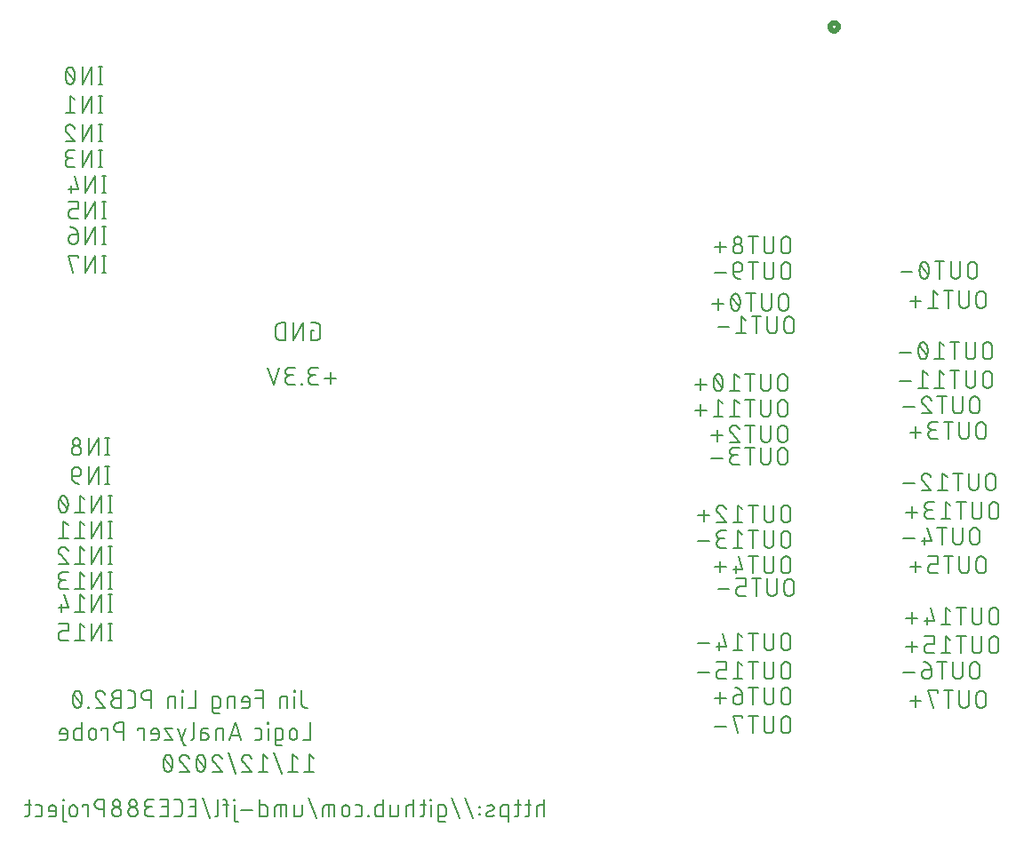
<source format=gbo>
G04 EAGLE Gerber RS-274X export*
G75*
%MOMM*%
%FSLAX34Y34*%
%LPD*%
%INSilkscreen Bottom*%
%IPPOS*%
%AMOC8*
5,1,8,0,0,1.08239X$1,22.5*%
G01*
%ADD10C,0.152400*%
%ADD11C,0.508000*%


D10*
X88872Y858266D02*
X88872Y842010D01*
X90678Y842010D02*
X87066Y842010D01*
X87066Y858266D02*
X90678Y858266D01*
X80361Y858266D02*
X80361Y842010D01*
X71330Y842010D02*
X80361Y858266D01*
X71330Y858266D02*
X71330Y842010D01*
X64209Y850138D02*
X64205Y850458D01*
X64194Y850777D01*
X64175Y851097D01*
X64148Y851415D01*
X64114Y851733D01*
X64072Y852050D01*
X64022Y852366D01*
X63965Y852681D01*
X63901Y852994D01*
X63829Y853306D01*
X63750Y853616D01*
X63663Y853923D01*
X63569Y854229D01*
X63468Y854532D01*
X63359Y854833D01*
X63244Y855131D01*
X63121Y855427D01*
X62991Y855719D01*
X62854Y856008D01*
X62855Y856009D02*
X62816Y856117D01*
X62773Y856224D01*
X62727Y856329D01*
X62676Y856433D01*
X62623Y856535D01*
X62566Y856635D01*
X62505Y856733D01*
X62441Y856828D01*
X62374Y856922D01*
X62303Y857013D01*
X62230Y857102D01*
X62153Y857188D01*
X62074Y857271D01*
X61992Y857352D01*
X61907Y857430D01*
X61819Y857504D01*
X61729Y857576D01*
X61637Y857644D01*
X61542Y857710D01*
X61445Y857772D01*
X61346Y857830D01*
X61244Y857886D01*
X61142Y857937D01*
X61037Y857985D01*
X60931Y858030D01*
X60823Y858071D01*
X60714Y858108D01*
X60604Y858141D01*
X60492Y858170D01*
X60380Y858196D01*
X60267Y858218D01*
X60153Y858235D01*
X60039Y858249D01*
X59924Y858259D01*
X59809Y858265D01*
X59694Y858267D01*
X59694Y858266D02*
X59579Y858264D01*
X59464Y858258D01*
X59349Y858248D01*
X59235Y858234D01*
X59121Y858217D01*
X59008Y858195D01*
X58896Y858169D01*
X58784Y858140D01*
X58674Y858107D01*
X58565Y858070D01*
X58457Y858029D01*
X58351Y857984D01*
X58247Y857936D01*
X58144Y857885D01*
X58043Y857829D01*
X57943Y857771D01*
X57846Y857709D01*
X57752Y857644D01*
X57659Y857575D01*
X57569Y857503D01*
X57481Y857429D01*
X57396Y857351D01*
X57314Y857270D01*
X57235Y857187D01*
X57158Y857101D01*
X57085Y857012D01*
X57014Y856921D01*
X56947Y856827D01*
X56883Y856732D01*
X56822Y856634D01*
X56765Y856534D01*
X56712Y856432D01*
X56661Y856328D01*
X56615Y856223D01*
X56572Y856116D01*
X56533Y856008D01*
X56396Y855719D01*
X56266Y855427D01*
X56143Y855131D01*
X56028Y854833D01*
X55919Y854532D01*
X55818Y854229D01*
X55724Y853923D01*
X55637Y853616D01*
X55558Y853306D01*
X55486Y852994D01*
X55422Y852681D01*
X55365Y852366D01*
X55315Y852050D01*
X55273Y851733D01*
X55239Y851415D01*
X55212Y851097D01*
X55193Y850777D01*
X55182Y850458D01*
X55178Y850138D01*
X64209Y850138D02*
X64205Y849818D01*
X64194Y849499D01*
X64175Y849179D01*
X64148Y848861D01*
X64114Y848543D01*
X64072Y848226D01*
X64022Y847910D01*
X63965Y847595D01*
X63901Y847282D01*
X63829Y846970D01*
X63750Y846660D01*
X63663Y846353D01*
X63569Y846047D01*
X63468Y845744D01*
X63359Y845443D01*
X63244Y845145D01*
X63121Y844849D01*
X62991Y844557D01*
X62854Y844268D01*
X62855Y844268D02*
X62816Y844160D01*
X62773Y844053D01*
X62727Y843948D01*
X62676Y843844D01*
X62623Y843742D01*
X62566Y843642D01*
X62505Y843544D01*
X62441Y843449D01*
X62374Y843355D01*
X62303Y843264D01*
X62230Y843175D01*
X62153Y843089D01*
X62074Y843006D01*
X61992Y842925D01*
X61907Y842847D01*
X61819Y842773D01*
X61729Y842701D01*
X61636Y842632D01*
X61542Y842567D01*
X61445Y842505D01*
X61345Y842447D01*
X61244Y842391D01*
X61142Y842340D01*
X61037Y842292D01*
X60931Y842247D01*
X60823Y842206D01*
X60714Y842169D01*
X60604Y842136D01*
X60492Y842107D01*
X60380Y842081D01*
X60267Y842059D01*
X60153Y842042D01*
X60039Y842028D01*
X59924Y842018D01*
X59809Y842012D01*
X59694Y842010D01*
X56533Y844268D02*
X56396Y844557D01*
X56266Y844849D01*
X56143Y845145D01*
X56028Y845443D01*
X55919Y845744D01*
X55818Y846047D01*
X55724Y846353D01*
X55637Y846660D01*
X55558Y846970D01*
X55486Y847282D01*
X55422Y847595D01*
X55365Y847910D01*
X55315Y848226D01*
X55273Y848543D01*
X55239Y848861D01*
X55212Y849179D01*
X55193Y849499D01*
X55182Y849818D01*
X55178Y850138D01*
X56533Y844268D02*
X56572Y844160D01*
X56615Y844053D01*
X56661Y843948D01*
X56712Y843844D01*
X56765Y843742D01*
X56823Y843642D01*
X56883Y843544D01*
X56947Y843449D01*
X57014Y843355D01*
X57085Y843264D01*
X57158Y843175D01*
X57235Y843089D01*
X57314Y843006D01*
X57396Y842925D01*
X57481Y842847D01*
X57569Y842773D01*
X57659Y842701D01*
X57752Y842632D01*
X57846Y842567D01*
X57943Y842505D01*
X58043Y842447D01*
X58144Y842391D01*
X58247Y842340D01*
X58351Y842292D01*
X58457Y842247D01*
X58565Y842206D01*
X58674Y842169D01*
X58784Y842136D01*
X58896Y842107D01*
X59008Y842081D01*
X59121Y842059D01*
X59235Y842042D01*
X59349Y842028D01*
X59464Y842018D01*
X59579Y842012D01*
X59694Y842010D01*
X63306Y845622D02*
X56081Y854654D01*
X88872Y830834D02*
X88872Y814578D01*
X90678Y814578D02*
X87066Y814578D01*
X87066Y830834D02*
X90678Y830834D01*
X80361Y830834D02*
X80361Y814578D01*
X71330Y814578D02*
X80361Y830834D01*
X71330Y830834D02*
X71330Y814578D01*
X64209Y827222D02*
X59694Y830834D01*
X59694Y814578D01*
X64209Y814578D02*
X55178Y814578D01*
X88872Y803402D02*
X88872Y787146D01*
X90678Y787146D02*
X87066Y787146D01*
X87066Y803402D02*
X90678Y803402D01*
X80361Y803402D02*
X80361Y787146D01*
X71330Y787146D02*
X80361Y803402D01*
X71330Y803402D02*
X71330Y787146D01*
X55178Y799338D02*
X55180Y799463D01*
X55186Y799588D01*
X55195Y799713D01*
X55209Y799837D01*
X55226Y799961D01*
X55247Y800085D01*
X55272Y800207D01*
X55301Y800329D01*
X55333Y800450D01*
X55369Y800570D01*
X55409Y800689D01*
X55452Y800806D01*
X55499Y800922D01*
X55550Y801037D01*
X55604Y801149D01*
X55662Y801261D01*
X55722Y801370D01*
X55787Y801477D01*
X55854Y801583D01*
X55925Y801686D01*
X55999Y801787D01*
X56076Y801886D01*
X56156Y801982D01*
X56239Y802076D01*
X56324Y802167D01*
X56413Y802256D01*
X56504Y802341D01*
X56598Y802424D01*
X56694Y802504D01*
X56793Y802581D01*
X56894Y802655D01*
X56997Y802726D01*
X57103Y802793D01*
X57210Y802858D01*
X57319Y802918D01*
X57431Y802976D01*
X57543Y803030D01*
X57658Y803081D01*
X57774Y803128D01*
X57891Y803171D01*
X58010Y803211D01*
X58130Y803247D01*
X58251Y803279D01*
X58373Y803308D01*
X58495Y803333D01*
X58619Y803354D01*
X58743Y803371D01*
X58867Y803385D01*
X58992Y803394D01*
X59117Y803400D01*
X59242Y803402D01*
X59385Y803400D01*
X59527Y803394D01*
X59670Y803384D01*
X59812Y803371D01*
X59953Y803353D01*
X60095Y803332D01*
X60235Y803307D01*
X60375Y803278D01*
X60514Y803245D01*
X60652Y803208D01*
X60789Y803168D01*
X60924Y803124D01*
X61059Y803076D01*
X61192Y803024D01*
X61324Y802969D01*
X61454Y802910D01*
X61582Y802848D01*
X61709Y802782D01*
X61834Y802713D01*
X61957Y802641D01*
X62078Y802565D01*
X62196Y802486D01*
X62313Y802403D01*
X62427Y802318D01*
X62539Y802229D01*
X62648Y802138D01*
X62755Y802043D01*
X62860Y801946D01*
X62961Y801845D01*
X63060Y801742D01*
X63156Y801637D01*
X63249Y801528D01*
X63339Y801417D01*
X63426Y801304D01*
X63510Y801189D01*
X63590Y801071D01*
X63668Y800951D01*
X63742Y800829D01*
X63812Y800705D01*
X63880Y800579D01*
X63943Y800451D01*
X64004Y800322D01*
X64061Y800191D01*
X64114Y800059D01*
X64163Y799925D01*
X64209Y799790D01*
X56533Y796177D02*
X56439Y796269D01*
X56349Y796363D01*
X56261Y796460D01*
X56176Y796560D01*
X56094Y796662D01*
X56015Y796767D01*
X55940Y796874D01*
X55868Y796983D01*
X55799Y797094D01*
X55733Y797208D01*
X55671Y797323D01*
X55612Y797440D01*
X55557Y797559D01*
X55506Y797679D01*
X55458Y797801D01*
X55413Y797924D01*
X55373Y798048D01*
X55336Y798174D01*
X55303Y798301D01*
X55274Y798428D01*
X55248Y798557D01*
X55227Y798686D01*
X55209Y798816D01*
X55196Y798946D01*
X55186Y799076D01*
X55180Y799207D01*
X55178Y799338D01*
X56533Y796177D02*
X64209Y787146D01*
X55178Y787146D01*
X88872Y779018D02*
X88872Y762762D01*
X90678Y762762D02*
X87066Y762762D01*
X87066Y779018D02*
X90678Y779018D01*
X80361Y779018D02*
X80361Y762762D01*
X71330Y762762D02*
X80361Y779018D01*
X71330Y779018D02*
X71330Y762762D01*
X64209Y762762D02*
X59694Y762762D01*
X59561Y762764D01*
X59429Y762770D01*
X59297Y762780D01*
X59165Y762793D01*
X59033Y762811D01*
X58903Y762832D01*
X58772Y762857D01*
X58643Y762886D01*
X58515Y762919D01*
X58387Y762955D01*
X58261Y762995D01*
X58136Y763039D01*
X58012Y763087D01*
X57890Y763138D01*
X57769Y763193D01*
X57650Y763251D01*
X57532Y763313D01*
X57417Y763378D01*
X57303Y763447D01*
X57192Y763518D01*
X57083Y763594D01*
X56976Y763672D01*
X56871Y763753D01*
X56769Y763838D01*
X56669Y763925D01*
X56572Y764015D01*
X56477Y764108D01*
X56386Y764204D01*
X56297Y764302D01*
X56211Y764403D01*
X56128Y764507D01*
X56048Y764613D01*
X55972Y764721D01*
X55898Y764831D01*
X55828Y764944D01*
X55761Y765058D01*
X55698Y765175D01*
X55638Y765293D01*
X55581Y765413D01*
X55528Y765535D01*
X55479Y765658D01*
X55433Y765782D01*
X55391Y765908D01*
X55353Y766035D01*
X55318Y766163D01*
X55287Y766292D01*
X55260Y766421D01*
X55237Y766552D01*
X55217Y766683D01*
X55202Y766815D01*
X55190Y766947D01*
X55182Y767079D01*
X55178Y767212D01*
X55178Y767344D01*
X55182Y767477D01*
X55190Y767609D01*
X55202Y767741D01*
X55217Y767873D01*
X55237Y768004D01*
X55260Y768135D01*
X55287Y768264D01*
X55318Y768393D01*
X55353Y768521D01*
X55391Y768648D01*
X55433Y768774D01*
X55479Y768898D01*
X55528Y769021D01*
X55581Y769143D01*
X55638Y769263D01*
X55698Y769381D01*
X55761Y769498D01*
X55828Y769612D01*
X55898Y769725D01*
X55972Y769835D01*
X56048Y769943D01*
X56128Y770049D01*
X56211Y770153D01*
X56297Y770254D01*
X56386Y770352D01*
X56477Y770448D01*
X56572Y770541D01*
X56669Y770631D01*
X56769Y770718D01*
X56871Y770803D01*
X56976Y770884D01*
X57083Y770962D01*
X57192Y771038D01*
X57303Y771109D01*
X57417Y771178D01*
X57532Y771243D01*
X57650Y771305D01*
X57769Y771363D01*
X57890Y771418D01*
X58012Y771469D01*
X58136Y771517D01*
X58261Y771561D01*
X58387Y771601D01*
X58515Y771637D01*
X58643Y771670D01*
X58772Y771699D01*
X58903Y771724D01*
X59033Y771745D01*
X59165Y771763D01*
X59297Y771776D01*
X59429Y771786D01*
X59561Y771792D01*
X59694Y771794D01*
X58790Y779018D02*
X64209Y779018D01*
X58790Y779018D02*
X58671Y779016D01*
X58551Y779010D01*
X58432Y779000D01*
X58314Y778986D01*
X58195Y778969D01*
X58078Y778947D01*
X57961Y778922D01*
X57846Y778892D01*
X57731Y778859D01*
X57617Y778822D01*
X57505Y778782D01*
X57394Y778737D01*
X57285Y778689D01*
X57177Y778638D01*
X57071Y778583D01*
X56967Y778524D01*
X56865Y778462D01*
X56765Y778397D01*
X56667Y778328D01*
X56571Y778256D01*
X56478Y778181D01*
X56388Y778104D01*
X56300Y778023D01*
X56215Y777939D01*
X56133Y777852D01*
X56053Y777763D01*
X55977Y777671D01*
X55903Y777577D01*
X55833Y777480D01*
X55766Y777382D01*
X55702Y777281D01*
X55642Y777177D01*
X55585Y777072D01*
X55532Y776965D01*
X55482Y776857D01*
X55436Y776747D01*
X55394Y776635D01*
X55355Y776522D01*
X55320Y776408D01*
X55289Y776293D01*
X55261Y776176D01*
X55238Y776059D01*
X55218Y775942D01*
X55202Y775823D01*
X55190Y775704D01*
X55182Y775585D01*
X55178Y775466D01*
X55178Y775346D01*
X55182Y775227D01*
X55190Y775108D01*
X55202Y774989D01*
X55218Y774870D01*
X55238Y774753D01*
X55261Y774636D01*
X55289Y774519D01*
X55320Y774404D01*
X55355Y774290D01*
X55394Y774177D01*
X55436Y774065D01*
X55482Y773955D01*
X55532Y773847D01*
X55585Y773740D01*
X55642Y773635D01*
X55702Y773531D01*
X55766Y773430D01*
X55833Y773332D01*
X55903Y773235D01*
X55977Y773141D01*
X56053Y773049D01*
X56133Y772960D01*
X56215Y772873D01*
X56300Y772789D01*
X56388Y772708D01*
X56478Y772631D01*
X56571Y772556D01*
X56667Y772484D01*
X56765Y772415D01*
X56865Y772350D01*
X56967Y772288D01*
X57071Y772229D01*
X57177Y772174D01*
X57285Y772123D01*
X57394Y772075D01*
X57505Y772030D01*
X57617Y771990D01*
X57731Y771953D01*
X57846Y771920D01*
X57961Y771890D01*
X58078Y771865D01*
X58195Y771843D01*
X58314Y771826D01*
X58432Y771812D01*
X58551Y771802D01*
X58671Y771796D01*
X58790Y771794D01*
X58790Y771793D02*
X62403Y771793D01*
X91920Y754634D02*
X91920Y738378D01*
X93726Y738378D02*
X90114Y738378D01*
X90114Y754634D02*
X93726Y754634D01*
X83409Y754634D02*
X83409Y738378D01*
X74378Y738378D02*
X83409Y754634D01*
X74378Y754634D02*
X74378Y738378D01*
X67257Y741990D02*
X63645Y754634D01*
X67257Y741990D02*
X58226Y741990D01*
X60935Y745603D02*
X60935Y738378D01*
X91920Y730250D02*
X91920Y713994D01*
X93726Y713994D02*
X90114Y713994D01*
X90114Y730250D02*
X93726Y730250D01*
X83409Y730250D02*
X83409Y713994D01*
X74378Y713994D02*
X83409Y730250D01*
X74378Y730250D02*
X74378Y713994D01*
X67257Y713994D02*
X61838Y713994D01*
X61720Y713996D01*
X61602Y714002D01*
X61484Y714011D01*
X61367Y714025D01*
X61250Y714042D01*
X61133Y714063D01*
X61018Y714088D01*
X60903Y714117D01*
X60789Y714150D01*
X60677Y714186D01*
X60566Y714226D01*
X60456Y714269D01*
X60347Y714316D01*
X60240Y714366D01*
X60135Y714421D01*
X60032Y714478D01*
X59931Y714539D01*
X59831Y714603D01*
X59734Y714670D01*
X59639Y714740D01*
X59547Y714814D01*
X59456Y714890D01*
X59369Y714970D01*
X59284Y715052D01*
X59202Y715137D01*
X59122Y715224D01*
X59046Y715315D01*
X58972Y715407D01*
X58902Y715502D01*
X58835Y715599D01*
X58771Y715699D01*
X58710Y715800D01*
X58653Y715903D01*
X58598Y716008D01*
X58548Y716115D01*
X58501Y716224D01*
X58458Y716334D01*
X58418Y716445D01*
X58382Y716557D01*
X58349Y716671D01*
X58320Y716786D01*
X58295Y716901D01*
X58274Y717018D01*
X58257Y717135D01*
X58243Y717252D01*
X58234Y717370D01*
X58228Y717488D01*
X58226Y717606D01*
X58226Y719413D01*
X58228Y719531D01*
X58234Y719649D01*
X58243Y719767D01*
X58257Y719884D01*
X58274Y720001D01*
X58295Y720118D01*
X58320Y720233D01*
X58349Y720348D01*
X58382Y720462D01*
X58418Y720574D01*
X58458Y720685D01*
X58501Y720795D01*
X58548Y720904D01*
X58598Y721011D01*
X58653Y721116D01*
X58710Y721219D01*
X58771Y721320D01*
X58835Y721420D01*
X58902Y721517D01*
X58972Y721612D01*
X59046Y721704D01*
X59122Y721795D01*
X59202Y721882D01*
X59284Y721967D01*
X59369Y722049D01*
X59456Y722129D01*
X59547Y722205D01*
X59639Y722279D01*
X59734Y722349D01*
X59831Y722416D01*
X59931Y722480D01*
X60032Y722541D01*
X60135Y722598D01*
X60240Y722653D01*
X60347Y722703D01*
X60456Y722750D01*
X60566Y722793D01*
X60677Y722833D01*
X60789Y722869D01*
X60903Y722902D01*
X61018Y722931D01*
X61133Y722956D01*
X61250Y722977D01*
X61367Y722994D01*
X61484Y723008D01*
X61602Y723017D01*
X61720Y723023D01*
X61838Y723025D01*
X67257Y723025D01*
X67257Y730250D01*
X58226Y730250D01*
X91920Y705866D02*
X91920Y689610D01*
X93726Y689610D02*
X90114Y689610D01*
X90114Y705866D02*
X93726Y705866D01*
X83409Y705866D02*
X83409Y689610D01*
X74378Y689610D02*
X83409Y705866D01*
X74378Y705866D02*
X74378Y689610D01*
X67257Y698641D02*
X61838Y698641D01*
X61720Y698639D01*
X61602Y698633D01*
X61484Y698624D01*
X61367Y698610D01*
X61250Y698593D01*
X61133Y698572D01*
X61018Y698547D01*
X60903Y698518D01*
X60789Y698485D01*
X60677Y698449D01*
X60566Y698409D01*
X60456Y698366D01*
X60347Y698319D01*
X60240Y698269D01*
X60135Y698214D01*
X60032Y698157D01*
X59931Y698096D01*
X59831Y698032D01*
X59734Y697965D01*
X59639Y697895D01*
X59547Y697821D01*
X59456Y697745D01*
X59369Y697665D01*
X59284Y697583D01*
X59202Y697498D01*
X59122Y697411D01*
X59046Y697320D01*
X58972Y697228D01*
X58902Y697133D01*
X58835Y697036D01*
X58771Y696936D01*
X58710Y696835D01*
X58653Y696732D01*
X58598Y696627D01*
X58548Y696520D01*
X58501Y696411D01*
X58458Y696301D01*
X58418Y696190D01*
X58382Y696078D01*
X58349Y695964D01*
X58320Y695849D01*
X58295Y695734D01*
X58274Y695617D01*
X58257Y695500D01*
X58243Y695383D01*
X58234Y695265D01*
X58228Y695147D01*
X58226Y695029D01*
X58226Y694126D01*
X58225Y694126D02*
X58227Y693993D01*
X58233Y693861D01*
X58243Y693729D01*
X58256Y693597D01*
X58274Y693465D01*
X58295Y693335D01*
X58320Y693204D01*
X58349Y693075D01*
X58382Y692947D01*
X58418Y692819D01*
X58458Y692693D01*
X58502Y692568D01*
X58550Y692444D01*
X58601Y692322D01*
X58656Y692201D01*
X58714Y692082D01*
X58776Y691964D01*
X58841Y691849D01*
X58910Y691735D01*
X58981Y691624D01*
X59057Y691515D01*
X59135Y691408D01*
X59216Y691303D01*
X59301Y691201D01*
X59388Y691101D01*
X59478Y691004D01*
X59571Y690909D01*
X59667Y690818D01*
X59765Y690729D01*
X59866Y690643D01*
X59970Y690560D01*
X60076Y690480D01*
X60184Y690404D01*
X60294Y690330D01*
X60407Y690260D01*
X60521Y690193D01*
X60638Y690130D01*
X60756Y690070D01*
X60876Y690013D01*
X60998Y689960D01*
X61121Y689911D01*
X61245Y689865D01*
X61371Y689823D01*
X61498Y689785D01*
X61626Y689750D01*
X61755Y689719D01*
X61884Y689692D01*
X62015Y689669D01*
X62146Y689649D01*
X62278Y689634D01*
X62410Y689622D01*
X62542Y689614D01*
X62675Y689610D01*
X62807Y689610D01*
X62940Y689614D01*
X63072Y689622D01*
X63204Y689634D01*
X63336Y689649D01*
X63467Y689669D01*
X63598Y689692D01*
X63727Y689719D01*
X63856Y689750D01*
X63984Y689785D01*
X64111Y689823D01*
X64237Y689865D01*
X64361Y689911D01*
X64484Y689960D01*
X64606Y690013D01*
X64726Y690070D01*
X64844Y690130D01*
X64961Y690193D01*
X65075Y690260D01*
X65188Y690330D01*
X65298Y690404D01*
X65406Y690480D01*
X65512Y690560D01*
X65616Y690643D01*
X65717Y690729D01*
X65815Y690818D01*
X65911Y690909D01*
X66004Y691004D01*
X66094Y691101D01*
X66181Y691201D01*
X66266Y691303D01*
X66347Y691408D01*
X66425Y691515D01*
X66501Y691624D01*
X66572Y691735D01*
X66641Y691849D01*
X66706Y691964D01*
X66768Y692082D01*
X66826Y692201D01*
X66881Y692322D01*
X66932Y692444D01*
X66980Y692568D01*
X67024Y692693D01*
X67064Y692819D01*
X67100Y692947D01*
X67133Y693075D01*
X67162Y693204D01*
X67187Y693335D01*
X67208Y693465D01*
X67226Y693597D01*
X67239Y693729D01*
X67249Y693861D01*
X67255Y693993D01*
X67257Y694126D01*
X67257Y698641D01*
X67255Y698816D01*
X67249Y698990D01*
X67238Y699164D01*
X67223Y699338D01*
X67204Y699512D01*
X67181Y699685D01*
X67154Y699857D01*
X67122Y700029D01*
X67087Y700200D01*
X67047Y700370D01*
X67003Y700539D01*
X66955Y700707D01*
X66903Y700874D01*
X66847Y701039D01*
X66787Y701203D01*
X66724Y701366D01*
X66656Y701526D01*
X66584Y701686D01*
X66509Y701843D01*
X66429Y701999D01*
X66346Y702152D01*
X66260Y702304D01*
X66169Y702453D01*
X66075Y702600D01*
X65978Y702745D01*
X65877Y702888D01*
X65773Y703028D01*
X65665Y703165D01*
X65554Y703300D01*
X65440Y703432D01*
X65323Y703561D01*
X65202Y703688D01*
X65079Y703811D01*
X64952Y703932D01*
X64823Y704049D01*
X64691Y704163D01*
X64556Y704274D01*
X64419Y704382D01*
X64279Y704486D01*
X64136Y704587D01*
X63991Y704684D01*
X63844Y704778D01*
X63695Y704869D01*
X63543Y704955D01*
X63390Y705038D01*
X63234Y705118D01*
X63077Y705193D01*
X62917Y705265D01*
X62757Y705333D01*
X62594Y705396D01*
X62430Y705456D01*
X62265Y705512D01*
X62098Y705564D01*
X61930Y705612D01*
X61761Y705656D01*
X61591Y705696D01*
X61420Y705731D01*
X61248Y705763D01*
X61076Y705790D01*
X60903Y705813D01*
X60729Y705832D01*
X60555Y705847D01*
X60381Y705858D01*
X60207Y705864D01*
X60032Y705866D01*
X91920Y678434D02*
X91920Y662178D01*
X93726Y662178D02*
X90114Y662178D01*
X90114Y678434D02*
X93726Y678434D01*
X83409Y678434D02*
X83409Y662178D01*
X74378Y662178D02*
X83409Y678434D01*
X74378Y678434D02*
X74378Y662178D01*
X67257Y676628D02*
X67257Y678434D01*
X58226Y678434D01*
X62742Y662178D01*
X94968Y504698D02*
X94968Y488442D01*
X96774Y488442D02*
X93162Y488442D01*
X93162Y504698D02*
X96774Y504698D01*
X86457Y504698D02*
X86457Y488442D01*
X77426Y488442D02*
X86457Y504698D01*
X77426Y504698D02*
X77426Y488442D01*
X70305Y492958D02*
X70303Y493091D01*
X70297Y493223D01*
X70287Y493355D01*
X70274Y493487D01*
X70256Y493619D01*
X70235Y493749D01*
X70210Y493880D01*
X70181Y494009D01*
X70148Y494137D01*
X70112Y494265D01*
X70072Y494391D01*
X70028Y494516D01*
X69980Y494640D01*
X69929Y494762D01*
X69874Y494883D01*
X69816Y495002D01*
X69754Y495120D01*
X69689Y495235D01*
X69620Y495349D01*
X69549Y495460D01*
X69473Y495569D01*
X69395Y495676D01*
X69314Y495781D01*
X69229Y495883D01*
X69142Y495983D01*
X69052Y496080D01*
X68959Y496175D01*
X68863Y496266D01*
X68765Y496355D01*
X68664Y496441D01*
X68560Y496524D01*
X68454Y496604D01*
X68346Y496680D01*
X68236Y496754D01*
X68123Y496824D01*
X68009Y496891D01*
X67892Y496954D01*
X67774Y497014D01*
X67654Y497071D01*
X67532Y497124D01*
X67409Y497173D01*
X67285Y497219D01*
X67159Y497261D01*
X67032Y497299D01*
X66904Y497334D01*
X66775Y497365D01*
X66646Y497392D01*
X66515Y497415D01*
X66384Y497435D01*
X66252Y497450D01*
X66120Y497462D01*
X65988Y497470D01*
X65855Y497474D01*
X65723Y497474D01*
X65590Y497470D01*
X65458Y497462D01*
X65326Y497450D01*
X65194Y497435D01*
X65063Y497415D01*
X64932Y497392D01*
X64803Y497365D01*
X64674Y497334D01*
X64546Y497299D01*
X64419Y497261D01*
X64293Y497219D01*
X64169Y497173D01*
X64046Y497124D01*
X63924Y497071D01*
X63804Y497014D01*
X63686Y496954D01*
X63569Y496891D01*
X63455Y496824D01*
X63342Y496754D01*
X63232Y496680D01*
X63124Y496604D01*
X63018Y496524D01*
X62914Y496441D01*
X62813Y496355D01*
X62715Y496266D01*
X62619Y496175D01*
X62526Y496080D01*
X62436Y495983D01*
X62349Y495883D01*
X62264Y495781D01*
X62183Y495676D01*
X62105Y495569D01*
X62029Y495460D01*
X61958Y495349D01*
X61889Y495235D01*
X61824Y495120D01*
X61762Y495002D01*
X61704Y494883D01*
X61649Y494762D01*
X61598Y494640D01*
X61550Y494516D01*
X61506Y494391D01*
X61466Y494265D01*
X61430Y494137D01*
X61397Y494009D01*
X61368Y493880D01*
X61343Y493749D01*
X61322Y493619D01*
X61304Y493487D01*
X61291Y493355D01*
X61281Y493223D01*
X61275Y493091D01*
X61273Y492958D01*
X61275Y492825D01*
X61281Y492693D01*
X61291Y492561D01*
X61304Y492429D01*
X61322Y492297D01*
X61343Y492167D01*
X61368Y492036D01*
X61397Y491907D01*
X61430Y491779D01*
X61466Y491651D01*
X61506Y491525D01*
X61550Y491400D01*
X61598Y491276D01*
X61649Y491154D01*
X61704Y491033D01*
X61762Y490914D01*
X61824Y490796D01*
X61889Y490681D01*
X61958Y490567D01*
X62029Y490456D01*
X62105Y490347D01*
X62183Y490240D01*
X62264Y490135D01*
X62349Y490033D01*
X62436Y489933D01*
X62526Y489836D01*
X62619Y489741D01*
X62715Y489650D01*
X62813Y489561D01*
X62914Y489475D01*
X63018Y489392D01*
X63124Y489312D01*
X63232Y489236D01*
X63342Y489162D01*
X63455Y489092D01*
X63569Y489025D01*
X63686Y488962D01*
X63804Y488902D01*
X63924Y488845D01*
X64046Y488792D01*
X64169Y488743D01*
X64293Y488697D01*
X64419Y488655D01*
X64546Y488617D01*
X64674Y488582D01*
X64803Y488551D01*
X64932Y488524D01*
X65063Y488501D01*
X65194Y488481D01*
X65326Y488466D01*
X65458Y488454D01*
X65590Y488446D01*
X65723Y488442D01*
X65855Y488442D01*
X65988Y488446D01*
X66120Y488454D01*
X66252Y488466D01*
X66384Y488481D01*
X66515Y488501D01*
X66646Y488524D01*
X66775Y488551D01*
X66904Y488582D01*
X67032Y488617D01*
X67159Y488655D01*
X67285Y488697D01*
X67409Y488743D01*
X67532Y488792D01*
X67654Y488845D01*
X67774Y488902D01*
X67892Y488962D01*
X68009Y489025D01*
X68123Y489092D01*
X68236Y489162D01*
X68346Y489236D01*
X68454Y489312D01*
X68560Y489392D01*
X68664Y489475D01*
X68765Y489561D01*
X68863Y489650D01*
X68959Y489741D01*
X69052Y489836D01*
X69142Y489933D01*
X69229Y490033D01*
X69314Y490135D01*
X69395Y490240D01*
X69473Y490347D01*
X69549Y490456D01*
X69620Y490567D01*
X69689Y490681D01*
X69754Y490796D01*
X69816Y490914D01*
X69874Y491033D01*
X69929Y491154D01*
X69980Y491276D01*
X70028Y491400D01*
X70072Y491525D01*
X70112Y491651D01*
X70148Y491779D01*
X70181Y491907D01*
X70210Y492036D01*
X70235Y492167D01*
X70256Y492297D01*
X70274Y492429D01*
X70287Y492561D01*
X70297Y492693D01*
X70303Y492825D01*
X70305Y492958D01*
X69401Y501086D02*
X69399Y501205D01*
X69393Y501325D01*
X69383Y501444D01*
X69369Y501562D01*
X69352Y501681D01*
X69330Y501798D01*
X69305Y501915D01*
X69275Y502030D01*
X69242Y502145D01*
X69205Y502259D01*
X69165Y502371D01*
X69120Y502482D01*
X69072Y502591D01*
X69021Y502699D01*
X68966Y502805D01*
X68907Y502909D01*
X68845Y503011D01*
X68780Y503111D01*
X68711Y503209D01*
X68639Y503305D01*
X68564Y503398D01*
X68487Y503488D01*
X68406Y503576D01*
X68322Y503661D01*
X68235Y503743D01*
X68146Y503823D01*
X68054Y503899D01*
X67960Y503973D01*
X67863Y504043D01*
X67765Y504110D01*
X67664Y504174D01*
X67560Y504234D01*
X67455Y504291D01*
X67348Y504344D01*
X67240Y504394D01*
X67130Y504440D01*
X67018Y504482D01*
X66905Y504521D01*
X66791Y504556D01*
X66676Y504587D01*
X66559Y504615D01*
X66442Y504638D01*
X66325Y504658D01*
X66206Y504674D01*
X66087Y504686D01*
X65968Y504694D01*
X65849Y504698D01*
X65729Y504698D01*
X65610Y504694D01*
X65491Y504686D01*
X65372Y504674D01*
X65253Y504658D01*
X65136Y504638D01*
X65019Y504615D01*
X64902Y504587D01*
X64787Y504556D01*
X64673Y504521D01*
X64560Y504482D01*
X64448Y504440D01*
X64338Y504394D01*
X64230Y504344D01*
X64123Y504291D01*
X64018Y504234D01*
X63914Y504174D01*
X63813Y504110D01*
X63715Y504043D01*
X63618Y503973D01*
X63524Y503899D01*
X63432Y503823D01*
X63343Y503743D01*
X63256Y503661D01*
X63172Y503576D01*
X63091Y503488D01*
X63014Y503398D01*
X62939Y503305D01*
X62867Y503209D01*
X62798Y503111D01*
X62733Y503011D01*
X62671Y502909D01*
X62612Y502805D01*
X62557Y502699D01*
X62506Y502591D01*
X62458Y502482D01*
X62413Y502371D01*
X62373Y502259D01*
X62336Y502145D01*
X62303Y502030D01*
X62273Y501915D01*
X62248Y501798D01*
X62226Y501681D01*
X62209Y501562D01*
X62195Y501444D01*
X62185Y501325D01*
X62179Y501205D01*
X62177Y501086D01*
X62179Y500967D01*
X62185Y500847D01*
X62195Y500728D01*
X62209Y500610D01*
X62226Y500491D01*
X62248Y500374D01*
X62273Y500257D01*
X62303Y500142D01*
X62336Y500027D01*
X62373Y499913D01*
X62413Y499801D01*
X62458Y499690D01*
X62506Y499581D01*
X62557Y499473D01*
X62612Y499367D01*
X62671Y499263D01*
X62733Y499161D01*
X62798Y499061D01*
X62867Y498963D01*
X62939Y498867D01*
X63014Y498774D01*
X63091Y498684D01*
X63172Y498596D01*
X63256Y498511D01*
X63343Y498429D01*
X63432Y498349D01*
X63524Y498273D01*
X63618Y498199D01*
X63715Y498129D01*
X63813Y498062D01*
X63914Y497998D01*
X64018Y497938D01*
X64123Y497881D01*
X64230Y497828D01*
X64338Y497778D01*
X64448Y497732D01*
X64560Y497690D01*
X64673Y497651D01*
X64787Y497616D01*
X64902Y497585D01*
X65019Y497557D01*
X65136Y497534D01*
X65253Y497514D01*
X65372Y497498D01*
X65491Y497486D01*
X65610Y497478D01*
X65729Y497474D01*
X65849Y497474D01*
X65968Y497478D01*
X66087Y497486D01*
X66206Y497498D01*
X66325Y497514D01*
X66442Y497534D01*
X66559Y497557D01*
X66676Y497585D01*
X66791Y497616D01*
X66905Y497651D01*
X67018Y497690D01*
X67130Y497732D01*
X67240Y497778D01*
X67348Y497828D01*
X67455Y497881D01*
X67560Y497938D01*
X67664Y497998D01*
X67765Y498062D01*
X67863Y498129D01*
X67960Y498199D01*
X68054Y498273D01*
X68146Y498349D01*
X68235Y498429D01*
X68322Y498511D01*
X68406Y498596D01*
X68487Y498684D01*
X68564Y498774D01*
X68639Y498867D01*
X68711Y498963D01*
X68780Y499061D01*
X68845Y499161D01*
X68907Y499263D01*
X68966Y499367D01*
X69021Y499473D01*
X69072Y499581D01*
X69120Y499690D01*
X69165Y499801D01*
X69205Y499913D01*
X69242Y500027D01*
X69275Y500142D01*
X69305Y500257D01*
X69330Y500374D01*
X69352Y500491D01*
X69369Y500610D01*
X69383Y500728D01*
X69393Y500847D01*
X69399Y500967D01*
X69401Y501086D01*
X94968Y477266D02*
X94968Y461010D01*
X96774Y461010D02*
X93162Y461010D01*
X93162Y477266D02*
X96774Y477266D01*
X86457Y477266D02*
X86457Y461010D01*
X77426Y461010D02*
X86457Y477266D01*
X77426Y477266D02*
X77426Y461010D01*
X66693Y468235D02*
X61274Y468235D01*
X66693Y468235D02*
X66811Y468237D01*
X66929Y468243D01*
X67047Y468252D01*
X67164Y468266D01*
X67281Y468283D01*
X67398Y468304D01*
X67513Y468329D01*
X67628Y468358D01*
X67742Y468391D01*
X67854Y468427D01*
X67965Y468467D01*
X68075Y468510D01*
X68184Y468557D01*
X68291Y468607D01*
X68396Y468662D01*
X68499Y468719D01*
X68600Y468780D01*
X68700Y468844D01*
X68797Y468911D01*
X68892Y468981D01*
X68984Y469055D01*
X69075Y469131D01*
X69162Y469211D01*
X69247Y469293D01*
X69329Y469378D01*
X69409Y469465D01*
X69485Y469556D01*
X69559Y469648D01*
X69629Y469743D01*
X69696Y469840D01*
X69760Y469940D01*
X69821Y470041D01*
X69878Y470144D01*
X69933Y470249D01*
X69983Y470356D01*
X70030Y470465D01*
X70073Y470575D01*
X70113Y470686D01*
X70149Y470798D01*
X70182Y470912D01*
X70211Y471027D01*
X70236Y471142D01*
X70257Y471259D01*
X70274Y471376D01*
X70288Y471493D01*
X70297Y471611D01*
X70303Y471729D01*
X70305Y471847D01*
X70305Y472750D01*
X70303Y472883D01*
X70297Y473015D01*
X70287Y473147D01*
X70274Y473279D01*
X70256Y473411D01*
X70235Y473541D01*
X70210Y473672D01*
X70181Y473801D01*
X70148Y473929D01*
X70112Y474057D01*
X70072Y474183D01*
X70028Y474308D01*
X69980Y474432D01*
X69929Y474554D01*
X69874Y474675D01*
X69816Y474794D01*
X69754Y474912D01*
X69689Y475027D01*
X69620Y475141D01*
X69549Y475252D01*
X69473Y475361D01*
X69395Y475468D01*
X69314Y475573D01*
X69229Y475675D01*
X69142Y475775D01*
X69052Y475872D01*
X68959Y475967D01*
X68863Y476058D01*
X68765Y476147D01*
X68664Y476233D01*
X68560Y476316D01*
X68454Y476396D01*
X68346Y476472D01*
X68236Y476546D01*
X68123Y476616D01*
X68009Y476683D01*
X67892Y476746D01*
X67774Y476806D01*
X67654Y476863D01*
X67532Y476916D01*
X67409Y476965D01*
X67285Y477011D01*
X67159Y477053D01*
X67032Y477091D01*
X66904Y477126D01*
X66775Y477157D01*
X66646Y477184D01*
X66515Y477207D01*
X66384Y477227D01*
X66252Y477242D01*
X66120Y477254D01*
X65988Y477262D01*
X65855Y477266D01*
X65723Y477266D01*
X65590Y477262D01*
X65458Y477254D01*
X65326Y477242D01*
X65194Y477227D01*
X65063Y477207D01*
X64932Y477184D01*
X64803Y477157D01*
X64674Y477126D01*
X64546Y477091D01*
X64419Y477053D01*
X64293Y477011D01*
X64169Y476965D01*
X64046Y476916D01*
X63924Y476863D01*
X63804Y476806D01*
X63686Y476746D01*
X63569Y476683D01*
X63455Y476616D01*
X63342Y476546D01*
X63232Y476472D01*
X63124Y476396D01*
X63018Y476316D01*
X62914Y476233D01*
X62813Y476147D01*
X62715Y476058D01*
X62619Y475967D01*
X62526Y475872D01*
X62436Y475775D01*
X62349Y475675D01*
X62264Y475573D01*
X62183Y475468D01*
X62105Y475361D01*
X62029Y475252D01*
X61958Y475141D01*
X61889Y475027D01*
X61824Y474912D01*
X61762Y474794D01*
X61704Y474675D01*
X61649Y474554D01*
X61598Y474432D01*
X61550Y474308D01*
X61506Y474183D01*
X61466Y474057D01*
X61430Y473929D01*
X61397Y473801D01*
X61368Y473672D01*
X61343Y473541D01*
X61322Y473411D01*
X61304Y473279D01*
X61291Y473147D01*
X61281Y473015D01*
X61275Y472883D01*
X61273Y472750D01*
X61274Y472750D02*
X61274Y468235D01*
X61276Y468060D01*
X61282Y467886D01*
X61293Y467712D01*
X61308Y467538D01*
X61327Y467364D01*
X61350Y467191D01*
X61377Y467019D01*
X61409Y466847D01*
X61444Y466676D01*
X61484Y466506D01*
X61528Y466337D01*
X61576Y466169D01*
X61628Y466002D01*
X61684Y465837D01*
X61744Y465673D01*
X61807Y465510D01*
X61875Y465350D01*
X61947Y465190D01*
X62022Y465033D01*
X62102Y464877D01*
X62185Y464724D01*
X62271Y464572D01*
X62362Y464423D01*
X62456Y464276D01*
X62553Y464131D01*
X62654Y463988D01*
X62758Y463848D01*
X62866Y463711D01*
X62977Y463576D01*
X63091Y463444D01*
X63208Y463315D01*
X63329Y463188D01*
X63452Y463065D01*
X63579Y462944D01*
X63708Y462827D01*
X63840Y462713D01*
X63975Y462602D01*
X64112Y462494D01*
X64252Y462390D01*
X64395Y462289D01*
X64540Y462192D01*
X64687Y462098D01*
X64836Y462007D01*
X64988Y461921D01*
X65141Y461838D01*
X65297Y461758D01*
X65454Y461683D01*
X65614Y461611D01*
X65774Y461543D01*
X65937Y461480D01*
X66101Y461420D01*
X66266Y461364D01*
X66433Y461312D01*
X66601Y461264D01*
X66770Y461220D01*
X66940Y461180D01*
X67111Y461145D01*
X67283Y461113D01*
X67455Y461086D01*
X67628Y461063D01*
X67802Y461044D01*
X67976Y461029D01*
X68150Y461018D01*
X68324Y461012D01*
X68499Y461010D01*
X98016Y449834D02*
X98016Y433578D01*
X99822Y433578D02*
X96210Y433578D01*
X96210Y449834D02*
X99822Y449834D01*
X89505Y449834D02*
X89505Y433578D01*
X80474Y433578D02*
X89505Y449834D01*
X80474Y449834D02*
X80474Y433578D01*
X73353Y446222D02*
X68838Y449834D01*
X68838Y433578D01*
X73353Y433578D02*
X64322Y433578D01*
X57722Y441706D02*
X57718Y442026D01*
X57707Y442345D01*
X57688Y442665D01*
X57661Y442983D01*
X57627Y443301D01*
X57585Y443618D01*
X57535Y443934D01*
X57478Y444249D01*
X57414Y444562D01*
X57342Y444874D01*
X57263Y445184D01*
X57176Y445491D01*
X57082Y445797D01*
X56981Y446100D01*
X56872Y446401D01*
X56757Y446699D01*
X56634Y446995D01*
X56504Y447287D01*
X56367Y447576D01*
X56367Y447577D02*
X56328Y447685D01*
X56285Y447792D01*
X56239Y447897D01*
X56188Y448001D01*
X56135Y448103D01*
X56078Y448203D01*
X56017Y448301D01*
X55953Y448396D01*
X55886Y448490D01*
X55815Y448581D01*
X55742Y448670D01*
X55665Y448756D01*
X55586Y448839D01*
X55504Y448920D01*
X55419Y448998D01*
X55331Y449072D01*
X55241Y449144D01*
X55149Y449212D01*
X55054Y449278D01*
X54957Y449340D01*
X54858Y449398D01*
X54756Y449454D01*
X54654Y449505D01*
X54549Y449553D01*
X54443Y449598D01*
X54335Y449639D01*
X54226Y449676D01*
X54116Y449709D01*
X54004Y449738D01*
X53892Y449764D01*
X53779Y449786D01*
X53665Y449803D01*
X53551Y449817D01*
X53436Y449827D01*
X53321Y449833D01*
X53206Y449835D01*
X53206Y449834D02*
X53091Y449832D01*
X52976Y449826D01*
X52861Y449816D01*
X52747Y449802D01*
X52633Y449785D01*
X52520Y449763D01*
X52408Y449737D01*
X52296Y449708D01*
X52186Y449675D01*
X52077Y449638D01*
X51969Y449597D01*
X51863Y449552D01*
X51759Y449504D01*
X51656Y449453D01*
X51555Y449397D01*
X51455Y449339D01*
X51358Y449277D01*
X51264Y449212D01*
X51171Y449143D01*
X51081Y449071D01*
X50993Y448997D01*
X50908Y448919D01*
X50826Y448838D01*
X50747Y448755D01*
X50670Y448669D01*
X50597Y448580D01*
X50526Y448489D01*
X50459Y448395D01*
X50395Y448300D01*
X50334Y448202D01*
X50277Y448102D01*
X50224Y448000D01*
X50173Y447896D01*
X50127Y447791D01*
X50084Y447684D01*
X50045Y447576D01*
X50046Y447576D02*
X49909Y447287D01*
X49779Y446995D01*
X49656Y446699D01*
X49541Y446401D01*
X49432Y446100D01*
X49331Y445797D01*
X49237Y445491D01*
X49150Y445184D01*
X49071Y444874D01*
X48999Y444562D01*
X48935Y444249D01*
X48878Y443934D01*
X48828Y443618D01*
X48786Y443301D01*
X48752Y442983D01*
X48725Y442665D01*
X48706Y442345D01*
X48695Y442026D01*
X48691Y441706D01*
X57721Y441706D02*
X57717Y441386D01*
X57706Y441067D01*
X57687Y440747D01*
X57660Y440429D01*
X57626Y440111D01*
X57584Y439794D01*
X57534Y439478D01*
X57477Y439163D01*
X57413Y438850D01*
X57341Y438538D01*
X57262Y438228D01*
X57175Y437921D01*
X57081Y437615D01*
X56980Y437312D01*
X56871Y437011D01*
X56756Y436713D01*
X56633Y436417D01*
X56503Y436125D01*
X56366Y435836D01*
X56367Y435836D02*
X56328Y435728D01*
X56285Y435621D01*
X56239Y435516D01*
X56188Y435412D01*
X56135Y435310D01*
X56078Y435210D01*
X56017Y435112D01*
X55953Y435017D01*
X55886Y434923D01*
X55815Y434832D01*
X55742Y434743D01*
X55665Y434657D01*
X55586Y434574D01*
X55504Y434493D01*
X55419Y434415D01*
X55331Y434341D01*
X55241Y434269D01*
X55148Y434200D01*
X55054Y434135D01*
X54957Y434073D01*
X54857Y434015D01*
X54756Y433959D01*
X54654Y433908D01*
X54549Y433860D01*
X54443Y433815D01*
X54335Y433774D01*
X54226Y433737D01*
X54116Y433704D01*
X54004Y433675D01*
X53892Y433649D01*
X53779Y433627D01*
X53665Y433610D01*
X53551Y433596D01*
X53436Y433586D01*
X53321Y433580D01*
X53206Y433578D01*
X50046Y435836D02*
X49909Y436125D01*
X49779Y436417D01*
X49656Y436713D01*
X49541Y437011D01*
X49432Y437312D01*
X49331Y437615D01*
X49237Y437921D01*
X49150Y438228D01*
X49071Y438538D01*
X48999Y438850D01*
X48935Y439163D01*
X48878Y439478D01*
X48828Y439794D01*
X48786Y440111D01*
X48752Y440429D01*
X48725Y440747D01*
X48706Y441067D01*
X48695Y441386D01*
X48691Y441706D01*
X50045Y435836D02*
X50084Y435728D01*
X50127Y435621D01*
X50173Y435516D01*
X50224Y435412D01*
X50277Y435310D01*
X50335Y435210D01*
X50395Y435112D01*
X50459Y435017D01*
X50526Y434923D01*
X50597Y434832D01*
X50670Y434743D01*
X50747Y434657D01*
X50826Y434574D01*
X50908Y434493D01*
X50993Y434415D01*
X51081Y434341D01*
X51171Y434269D01*
X51264Y434200D01*
X51358Y434135D01*
X51455Y434073D01*
X51555Y434015D01*
X51656Y433959D01*
X51759Y433908D01*
X51863Y433860D01*
X51969Y433815D01*
X52077Y433774D01*
X52186Y433737D01*
X52296Y433704D01*
X52408Y433675D01*
X52520Y433649D01*
X52633Y433627D01*
X52747Y433610D01*
X52861Y433596D01*
X52976Y433586D01*
X53091Y433580D01*
X53206Y433578D01*
X56819Y437190D02*
X49594Y446222D01*
X98016Y425450D02*
X98016Y409194D01*
X99822Y409194D02*
X96210Y409194D01*
X96210Y425450D02*
X99822Y425450D01*
X89505Y425450D02*
X89505Y409194D01*
X80474Y409194D02*
X89505Y425450D01*
X80474Y425450D02*
X80474Y409194D01*
X73353Y421838D02*
X68838Y425450D01*
X68838Y409194D01*
X73353Y409194D02*
X64322Y409194D01*
X57722Y421838D02*
X53206Y425450D01*
X53206Y409194D01*
X48691Y409194D02*
X57722Y409194D01*
X98016Y401066D02*
X98016Y384810D01*
X99822Y384810D02*
X96210Y384810D01*
X96210Y401066D02*
X99822Y401066D01*
X89505Y401066D02*
X89505Y384810D01*
X80474Y384810D02*
X89505Y401066D01*
X80474Y401066D02*
X80474Y384810D01*
X73353Y397454D02*
X68838Y401066D01*
X68838Y384810D01*
X73353Y384810D02*
X64322Y384810D01*
X48691Y397002D02*
X48693Y397127D01*
X48699Y397252D01*
X48708Y397377D01*
X48722Y397501D01*
X48739Y397625D01*
X48760Y397749D01*
X48785Y397871D01*
X48814Y397993D01*
X48846Y398114D01*
X48882Y398234D01*
X48922Y398353D01*
X48965Y398470D01*
X49012Y398586D01*
X49063Y398701D01*
X49117Y398813D01*
X49175Y398925D01*
X49235Y399034D01*
X49300Y399141D01*
X49367Y399247D01*
X49438Y399350D01*
X49512Y399451D01*
X49589Y399550D01*
X49669Y399646D01*
X49752Y399740D01*
X49837Y399831D01*
X49926Y399920D01*
X50017Y400005D01*
X50111Y400088D01*
X50207Y400168D01*
X50306Y400245D01*
X50407Y400319D01*
X50510Y400390D01*
X50616Y400457D01*
X50723Y400522D01*
X50832Y400582D01*
X50944Y400640D01*
X51056Y400694D01*
X51171Y400745D01*
X51287Y400792D01*
X51404Y400835D01*
X51523Y400875D01*
X51643Y400911D01*
X51764Y400943D01*
X51886Y400972D01*
X52008Y400997D01*
X52132Y401018D01*
X52256Y401035D01*
X52380Y401049D01*
X52505Y401058D01*
X52630Y401064D01*
X52755Y401066D01*
X52898Y401064D01*
X53040Y401058D01*
X53183Y401048D01*
X53325Y401035D01*
X53466Y401017D01*
X53608Y400996D01*
X53748Y400971D01*
X53888Y400942D01*
X54027Y400909D01*
X54165Y400872D01*
X54302Y400832D01*
X54437Y400788D01*
X54572Y400740D01*
X54705Y400688D01*
X54837Y400633D01*
X54967Y400574D01*
X55095Y400512D01*
X55222Y400446D01*
X55347Y400377D01*
X55470Y400305D01*
X55591Y400229D01*
X55709Y400150D01*
X55826Y400067D01*
X55940Y399982D01*
X56052Y399893D01*
X56161Y399802D01*
X56268Y399707D01*
X56373Y399610D01*
X56474Y399509D01*
X56573Y399406D01*
X56669Y399301D01*
X56762Y399192D01*
X56852Y399081D01*
X56939Y398968D01*
X57023Y398853D01*
X57103Y398735D01*
X57181Y398615D01*
X57255Y398493D01*
X57325Y398369D01*
X57393Y398243D01*
X57456Y398115D01*
X57517Y397986D01*
X57574Y397855D01*
X57627Y397723D01*
X57676Y397589D01*
X57722Y397454D01*
X50046Y393841D02*
X49952Y393933D01*
X49862Y394027D01*
X49774Y394124D01*
X49689Y394224D01*
X49607Y394326D01*
X49528Y394431D01*
X49453Y394538D01*
X49381Y394647D01*
X49312Y394758D01*
X49246Y394872D01*
X49184Y394987D01*
X49125Y395104D01*
X49070Y395223D01*
X49019Y395343D01*
X48971Y395465D01*
X48926Y395588D01*
X48886Y395712D01*
X48849Y395838D01*
X48816Y395965D01*
X48787Y396092D01*
X48761Y396221D01*
X48740Y396350D01*
X48722Y396480D01*
X48709Y396610D01*
X48699Y396740D01*
X48693Y396871D01*
X48691Y397002D01*
X50045Y393841D02*
X57722Y384810D01*
X48691Y384810D01*
X98016Y376682D02*
X98016Y360426D01*
X99822Y360426D02*
X96210Y360426D01*
X96210Y376682D02*
X99822Y376682D01*
X89505Y376682D02*
X89505Y360426D01*
X80474Y360426D02*
X89505Y376682D01*
X80474Y376682D02*
X80474Y360426D01*
X73353Y373070D02*
X68838Y376682D01*
X68838Y360426D01*
X73353Y360426D02*
X64322Y360426D01*
X57722Y360426D02*
X53206Y360426D01*
X53073Y360428D01*
X52941Y360434D01*
X52809Y360444D01*
X52677Y360457D01*
X52545Y360475D01*
X52415Y360496D01*
X52284Y360521D01*
X52155Y360550D01*
X52027Y360583D01*
X51899Y360619D01*
X51773Y360659D01*
X51648Y360703D01*
X51524Y360751D01*
X51402Y360802D01*
X51281Y360857D01*
X51162Y360915D01*
X51044Y360977D01*
X50929Y361042D01*
X50815Y361111D01*
X50704Y361182D01*
X50595Y361258D01*
X50488Y361336D01*
X50383Y361417D01*
X50281Y361502D01*
X50181Y361589D01*
X50084Y361679D01*
X49989Y361772D01*
X49898Y361868D01*
X49809Y361966D01*
X49723Y362067D01*
X49640Y362171D01*
X49560Y362277D01*
X49484Y362385D01*
X49410Y362495D01*
X49340Y362608D01*
X49273Y362722D01*
X49210Y362839D01*
X49150Y362957D01*
X49093Y363077D01*
X49040Y363199D01*
X48991Y363322D01*
X48945Y363446D01*
X48903Y363572D01*
X48865Y363699D01*
X48830Y363827D01*
X48799Y363956D01*
X48772Y364085D01*
X48749Y364216D01*
X48729Y364347D01*
X48714Y364479D01*
X48702Y364611D01*
X48694Y364743D01*
X48690Y364876D01*
X48690Y365008D01*
X48694Y365141D01*
X48702Y365273D01*
X48714Y365405D01*
X48729Y365537D01*
X48749Y365668D01*
X48772Y365799D01*
X48799Y365928D01*
X48830Y366057D01*
X48865Y366185D01*
X48903Y366312D01*
X48945Y366438D01*
X48991Y366562D01*
X49040Y366685D01*
X49093Y366807D01*
X49150Y366927D01*
X49210Y367045D01*
X49273Y367162D01*
X49340Y367276D01*
X49410Y367389D01*
X49484Y367499D01*
X49560Y367607D01*
X49640Y367713D01*
X49723Y367817D01*
X49809Y367918D01*
X49898Y368016D01*
X49989Y368112D01*
X50084Y368205D01*
X50181Y368295D01*
X50281Y368382D01*
X50383Y368467D01*
X50488Y368548D01*
X50595Y368626D01*
X50704Y368702D01*
X50815Y368773D01*
X50929Y368842D01*
X51044Y368907D01*
X51162Y368969D01*
X51281Y369027D01*
X51402Y369082D01*
X51524Y369133D01*
X51648Y369181D01*
X51773Y369225D01*
X51899Y369265D01*
X52027Y369301D01*
X52155Y369334D01*
X52284Y369363D01*
X52415Y369388D01*
X52545Y369409D01*
X52677Y369427D01*
X52809Y369440D01*
X52941Y369450D01*
X53073Y369456D01*
X53206Y369458D01*
X52303Y376682D02*
X57722Y376682D01*
X52303Y376682D02*
X52184Y376680D01*
X52064Y376674D01*
X51945Y376664D01*
X51827Y376650D01*
X51708Y376633D01*
X51591Y376611D01*
X51474Y376586D01*
X51359Y376556D01*
X51244Y376523D01*
X51130Y376486D01*
X51018Y376446D01*
X50907Y376401D01*
X50798Y376353D01*
X50690Y376302D01*
X50584Y376247D01*
X50480Y376188D01*
X50378Y376126D01*
X50278Y376061D01*
X50180Y375992D01*
X50084Y375920D01*
X49991Y375845D01*
X49901Y375768D01*
X49813Y375687D01*
X49728Y375603D01*
X49646Y375516D01*
X49566Y375427D01*
X49490Y375335D01*
X49416Y375241D01*
X49346Y375144D01*
X49279Y375046D01*
X49215Y374945D01*
X49155Y374841D01*
X49098Y374736D01*
X49045Y374629D01*
X48995Y374521D01*
X48949Y374411D01*
X48907Y374299D01*
X48868Y374186D01*
X48833Y374072D01*
X48802Y373957D01*
X48774Y373840D01*
X48751Y373723D01*
X48731Y373606D01*
X48715Y373487D01*
X48703Y373368D01*
X48695Y373249D01*
X48691Y373130D01*
X48691Y373010D01*
X48695Y372891D01*
X48703Y372772D01*
X48715Y372653D01*
X48731Y372534D01*
X48751Y372417D01*
X48774Y372300D01*
X48802Y372183D01*
X48833Y372068D01*
X48868Y371954D01*
X48907Y371841D01*
X48949Y371729D01*
X48995Y371619D01*
X49045Y371511D01*
X49098Y371404D01*
X49155Y371299D01*
X49215Y371195D01*
X49279Y371094D01*
X49346Y370996D01*
X49416Y370899D01*
X49490Y370805D01*
X49566Y370713D01*
X49646Y370624D01*
X49728Y370537D01*
X49813Y370453D01*
X49901Y370372D01*
X49991Y370295D01*
X50084Y370220D01*
X50180Y370148D01*
X50278Y370079D01*
X50378Y370014D01*
X50480Y369952D01*
X50584Y369893D01*
X50690Y369838D01*
X50798Y369787D01*
X50907Y369739D01*
X51018Y369694D01*
X51130Y369654D01*
X51244Y369617D01*
X51359Y369584D01*
X51474Y369554D01*
X51591Y369529D01*
X51708Y369507D01*
X51827Y369490D01*
X51945Y369476D01*
X52064Y369466D01*
X52184Y369460D01*
X52303Y369458D01*
X52303Y369457D02*
X55916Y369457D01*
X98016Y355346D02*
X98016Y339090D01*
X99822Y339090D02*
X96210Y339090D01*
X96210Y355346D02*
X99822Y355346D01*
X89505Y355346D02*
X89505Y339090D01*
X80474Y339090D02*
X89505Y355346D01*
X80474Y355346D02*
X80474Y339090D01*
X73353Y351734D02*
X68838Y355346D01*
X68838Y339090D01*
X73353Y339090D02*
X64322Y339090D01*
X57722Y342702D02*
X54109Y355346D01*
X57722Y342702D02*
X48691Y342702D01*
X51400Y346315D02*
X51400Y339090D01*
X98016Y327914D02*
X98016Y311658D01*
X99822Y311658D02*
X96210Y311658D01*
X96210Y327914D02*
X99822Y327914D01*
X89505Y327914D02*
X89505Y311658D01*
X80474Y311658D02*
X89505Y327914D01*
X80474Y327914D02*
X80474Y311658D01*
X73353Y324302D02*
X68838Y327914D01*
X68838Y311658D01*
X73353Y311658D02*
X64322Y311658D01*
X57722Y311658D02*
X52303Y311658D01*
X52185Y311660D01*
X52067Y311666D01*
X51949Y311675D01*
X51832Y311689D01*
X51715Y311706D01*
X51598Y311727D01*
X51483Y311752D01*
X51368Y311781D01*
X51254Y311814D01*
X51142Y311850D01*
X51031Y311890D01*
X50921Y311933D01*
X50812Y311980D01*
X50705Y312030D01*
X50600Y312085D01*
X50497Y312142D01*
X50396Y312203D01*
X50296Y312267D01*
X50199Y312334D01*
X50104Y312404D01*
X50012Y312478D01*
X49921Y312554D01*
X49834Y312634D01*
X49749Y312716D01*
X49667Y312801D01*
X49587Y312888D01*
X49511Y312979D01*
X49437Y313071D01*
X49367Y313166D01*
X49300Y313263D01*
X49236Y313363D01*
X49175Y313464D01*
X49118Y313567D01*
X49063Y313672D01*
X49013Y313779D01*
X48966Y313888D01*
X48923Y313998D01*
X48883Y314109D01*
X48847Y314221D01*
X48814Y314335D01*
X48785Y314450D01*
X48760Y314565D01*
X48739Y314682D01*
X48722Y314799D01*
X48708Y314916D01*
X48699Y315034D01*
X48693Y315152D01*
X48691Y315270D01*
X48691Y317077D01*
X48693Y317195D01*
X48699Y317313D01*
X48708Y317431D01*
X48722Y317548D01*
X48739Y317665D01*
X48760Y317782D01*
X48785Y317897D01*
X48814Y318012D01*
X48847Y318126D01*
X48883Y318238D01*
X48923Y318349D01*
X48966Y318459D01*
X49013Y318568D01*
X49063Y318675D01*
X49118Y318780D01*
X49175Y318883D01*
X49236Y318984D01*
X49300Y319084D01*
X49367Y319181D01*
X49437Y319276D01*
X49511Y319368D01*
X49587Y319459D01*
X49667Y319546D01*
X49749Y319631D01*
X49834Y319713D01*
X49921Y319793D01*
X50012Y319869D01*
X50104Y319943D01*
X50199Y320013D01*
X50296Y320080D01*
X50396Y320144D01*
X50497Y320205D01*
X50600Y320262D01*
X50705Y320317D01*
X50812Y320367D01*
X50921Y320414D01*
X51031Y320457D01*
X51142Y320497D01*
X51254Y320533D01*
X51368Y320566D01*
X51483Y320595D01*
X51598Y320620D01*
X51715Y320641D01*
X51832Y320658D01*
X51949Y320672D01*
X52067Y320681D01*
X52185Y320687D01*
X52303Y320689D01*
X57722Y320689D01*
X57722Y327914D01*
X48691Y327914D01*
X302345Y561820D02*
X313182Y561820D01*
X307763Y567238D02*
X307763Y556401D01*
X295606Y555498D02*
X291090Y555498D01*
X290957Y555500D01*
X290825Y555506D01*
X290693Y555516D01*
X290561Y555529D01*
X290429Y555547D01*
X290299Y555568D01*
X290168Y555593D01*
X290039Y555622D01*
X289911Y555655D01*
X289783Y555691D01*
X289657Y555731D01*
X289532Y555775D01*
X289408Y555823D01*
X289286Y555874D01*
X289165Y555929D01*
X289046Y555987D01*
X288928Y556049D01*
X288813Y556114D01*
X288699Y556183D01*
X288588Y556254D01*
X288479Y556330D01*
X288372Y556408D01*
X288267Y556489D01*
X288165Y556574D01*
X288065Y556661D01*
X287968Y556751D01*
X287873Y556844D01*
X287782Y556940D01*
X287693Y557038D01*
X287607Y557139D01*
X287524Y557243D01*
X287444Y557349D01*
X287368Y557457D01*
X287294Y557567D01*
X287224Y557680D01*
X287157Y557794D01*
X287094Y557911D01*
X287034Y558029D01*
X286977Y558149D01*
X286924Y558271D01*
X286875Y558394D01*
X286829Y558518D01*
X286787Y558644D01*
X286749Y558771D01*
X286714Y558899D01*
X286683Y559028D01*
X286656Y559157D01*
X286633Y559288D01*
X286613Y559419D01*
X286598Y559551D01*
X286586Y559683D01*
X286578Y559815D01*
X286574Y559948D01*
X286574Y560080D01*
X286578Y560213D01*
X286586Y560345D01*
X286598Y560477D01*
X286613Y560609D01*
X286633Y560740D01*
X286656Y560871D01*
X286683Y561000D01*
X286714Y561129D01*
X286749Y561257D01*
X286787Y561384D01*
X286829Y561510D01*
X286875Y561634D01*
X286924Y561757D01*
X286977Y561879D01*
X287034Y561999D01*
X287094Y562117D01*
X287157Y562234D01*
X287224Y562348D01*
X287294Y562461D01*
X287368Y562571D01*
X287444Y562679D01*
X287524Y562785D01*
X287607Y562889D01*
X287693Y562990D01*
X287782Y563088D01*
X287873Y563184D01*
X287968Y563277D01*
X288065Y563367D01*
X288165Y563454D01*
X288267Y563539D01*
X288372Y563620D01*
X288479Y563698D01*
X288588Y563774D01*
X288699Y563845D01*
X288813Y563914D01*
X288928Y563979D01*
X289046Y564041D01*
X289165Y564099D01*
X289286Y564154D01*
X289408Y564205D01*
X289532Y564253D01*
X289657Y564297D01*
X289783Y564337D01*
X289911Y564373D01*
X290039Y564406D01*
X290168Y564435D01*
X290299Y564460D01*
X290429Y564481D01*
X290561Y564499D01*
X290693Y564512D01*
X290825Y564522D01*
X290957Y564528D01*
X291090Y564530D01*
X290187Y571754D02*
X295606Y571754D01*
X290187Y571754D02*
X290068Y571752D01*
X289948Y571746D01*
X289829Y571736D01*
X289711Y571722D01*
X289592Y571705D01*
X289475Y571683D01*
X289358Y571658D01*
X289243Y571628D01*
X289128Y571595D01*
X289014Y571558D01*
X288902Y571518D01*
X288791Y571473D01*
X288682Y571425D01*
X288574Y571374D01*
X288468Y571319D01*
X288364Y571260D01*
X288262Y571198D01*
X288162Y571133D01*
X288064Y571064D01*
X287968Y570992D01*
X287875Y570917D01*
X287785Y570840D01*
X287697Y570759D01*
X287612Y570675D01*
X287530Y570588D01*
X287450Y570499D01*
X287374Y570407D01*
X287300Y570313D01*
X287230Y570216D01*
X287163Y570118D01*
X287099Y570017D01*
X287039Y569913D01*
X286982Y569808D01*
X286929Y569701D01*
X286879Y569593D01*
X286833Y569483D01*
X286791Y569371D01*
X286752Y569258D01*
X286717Y569144D01*
X286686Y569029D01*
X286658Y568912D01*
X286635Y568795D01*
X286615Y568678D01*
X286599Y568559D01*
X286587Y568440D01*
X286579Y568321D01*
X286575Y568202D01*
X286575Y568082D01*
X286579Y567963D01*
X286587Y567844D01*
X286599Y567725D01*
X286615Y567606D01*
X286635Y567489D01*
X286658Y567372D01*
X286686Y567255D01*
X286717Y567140D01*
X286752Y567026D01*
X286791Y566913D01*
X286833Y566801D01*
X286879Y566691D01*
X286929Y566583D01*
X286982Y566476D01*
X287039Y566371D01*
X287099Y566267D01*
X287163Y566166D01*
X287230Y566068D01*
X287300Y565971D01*
X287374Y565877D01*
X287450Y565785D01*
X287530Y565696D01*
X287612Y565609D01*
X287697Y565525D01*
X287785Y565444D01*
X287875Y565367D01*
X287968Y565292D01*
X288064Y565220D01*
X288162Y565151D01*
X288262Y565086D01*
X288364Y565024D01*
X288468Y564965D01*
X288574Y564910D01*
X288682Y564859D01*
X288791Y564811D01*
X288902Y564766D01*
X289014Y564726D01*
X289128Y564689D01*
X289243Y564656D01*
X289358Y564626D01*
X289475Y564601D01*
X289592Y564579D01*
X289711Y564562D01*
X289829Y564548D01*
X289948Y564538D01*
X290068Y564532D01*
X290187Y564530D01*
X290187Y564529D02*
X293799Y564529D01*
X280600Y556401D02*
X280600Y555498D01*
X280600Y556401D02*
X279697Y556401D01*
X279697Y555498D01*
X280600Y555498D01*
X273722Y555498D02*
X269206Y555498D01*
X269073Y555500D01*
X268941Y555506D01*
X268809Y555516D01*
X268677Y555529D01*
X268545Y555547D01*
X268415Y555568D01*
X268284Y555593D01*
X268155Y555622D01*
X268027Y555655D01*
X267899Y555691D01*
X267773Y555731D01*
X267648Y555775D01*
X267524Y555823D01*
X267402Y555874D01*
X267281Y555929D01*
X267162Y555987D01*
X267044Y556049D01*
X266929Y556114D01*
X266815Y556183D01*
X266704Y556254D01*
X266595Y556330D01*
X266488Y556408D01*
X266383Y556489D01*
X266281Y556574D01*
X266181Y556661D01*
X266084Y556751D01*
X265989Y556844D01*
X265898Y556940D01*
X265809Y557038D01*
X265723Y557139D01*
X265640Y557243D01*
X265560Y557349D01*
X265484Y557457D01*
X265410Y557567D01*
X265340Y557680D01*
X265273Y557794D01*
X265210Y557911D01*
X265150Y558029D01*
X265093Y558149D01*
X265040Y558271D01*
X264991Y558394D01*
X264945Y558518D01*
X264903Y558644D01*
X264865Y558771D01*
X264830Y558899D01*
X264799Y559028D01*
X264772Y559157D01*
X264749Y559288D01*
X264729Y559419D01*
X264714Y559551D01*
X264702Y559683D01*
X264694Y559815D01*
X264690Y559948D01*
X264690Y560080D01*
X264694Y560213D01*
X264702Y560345D01*
X264714Y560477D01*
X264729Y560609D01*
X264749Y560740D01*
X264772Y560871D01*
X264799Y561000D01*
X264830Y561129D01*
X264865Y561257D01*
X264903Y561384D01*
X264945Y561510D01*
X264991Y561634D01*
X265040Y561757D01*
X265093Y561879D01*
X265150Y561999D01*
X265210Y562117D01*
X265273Y562234D01*
X265340Y562348D01*
X265410Y562461D01*
X265484Y562571D01*
X265560Y562679D01*
X265640Y562785D01*
X265723Y562889D01*
X265809Y562990D01*
X265898Y563088D01*
X265989Y563184D01*
X266084Y563277D01*
X266181Y563367D01*
X266281Y563454D01*
X266383Y563539D01*
X266488Y563620D01*
X266595Y563698D01*
X266704Y563774D01*
X266815Y563845D01*
X266929Y563914D01*
X267044Y563979D01*
X267162Y564041D01*
X267281Y564099D01*
X267402Y564154D01*
X267524Y564205D01*
X267648Y564253D01*
X267773Y564297D01*
X267899Y564337D01*
X268027Y564373D01*
X268155Y564406D01*
X268284Y564435D01*
X268415Y564460D01*
X268545Y564481D01*
X268677Y564499D01*
X268809Y564512D01*
X268941Y564522D01*
X269073Y564528D01*
X269206Y564530D01*
X268303Y571754D02*
X273722Y571754D01*
X268303Y571754D02*
X268184Y571752D01*
X268064Y571746D01*
X267945Y571736D01*
X267827Y571722D01*
X267708Y571705D01*
X267591Y571683D01*
X267474Y571658D01*
X267359Y571628D01*
X267244Y571595D01*
X267130Y571558D01*
X267018Y571518D01*
X266907Y571473D01*
X266798Y571425D01*
X266690Y571374D01*
X266584Y571319D01*
X266480Y571260D01*
X266378Y571198D01*
X266278Y571133D01*
X266180Y571064D01*
X266084Y570992D01*
X265991Y570917D01*
X265901Y570840D01*
X265813Y570759D01*
X265728Y570675D01*
X265646Y570588D01*
X265566Y570499D01*
X265490Y570407D01*
X265416Y570313D01*
X265346Y570216D01*
X265279Y570118D01*
X265215Y570017D01*
X265155Y569913D01*
X265098Y569808D01*
X265045Y569701D01*
X264995Y569593D01*
X264949Y569483D01*
X264907Y569371D01*
X264868Y569258D01*
X264833Y569144D01*
X264802Y569029D01*
X264774Y568912D01*
X264751Y568795D01*
X264731Y568678D01*
X264715Y568559D01*
X264703Y568440D01*
X264695Y568321D01*
X264691Y568202D01*
X264691Y568082D01*
X264695Y567963D01*
X264703Y567844D01*
X264715Y567725D01*
X264731Y567606D01*
X264751Y567489D01*
X264774Y567372D01*
X264802Y567255D01*
X264833Y567140D01*
X264868Y567026D01*
X264907Y566913D01*
X264949Y566801D01*
X264995Y566691D01*
X265045Y566583D01*
X265098Y566476D01*
X265155Y566371D01*
X265215Y566267D01*
X265279Y566166D01*
X265346Y566068D01*
X265416Y565971D01*
X265490Y565877D01*
X265566Y565785D01*
X265646Y565696D01*
X265728Y565609D01*
X265813Y565525D01*
X265901Y565444D01*
X265991Y565367D01*
X266084Y565292D01*
X266180Y565220D01*
X266278Y565151D01*
X266378Y565086D01*
X266480Y565024D01*
X266584Y564965D01*
X266690Y564910D01*
X266798Y564859D01*
X266907Y564811D01*
X267018Y564766D01*
X267130Y564726D01*
X267244Y564689D01*
X267359Y564656D01*
X267474Y564626D01*
X267591Y564601D01*
X267708Y564579D01*
X267827Y564562D01*
X267945Y564548D01*
X268064Y564538D01*
X268184Y564532D01*
X268303Y564530D01*
X268303Y564529D02*
X271916Y564529D01*
X258994Y571754D02*
X253575Y555498D01*
X248156Y571754D01*
X288911Y607201D02*
X291620Y607201D01*
X288911Y607201D02*
X288911Y598170D01*
X294330Y598170D01*
X294448Y598172D01*
X294566Y598178D01*
X294684Y598187D01*
X294801Y598201D01*
X294918Y598218D01*
X295035Y598239D01*
X295150Y598264D01*
X295265Y598293D01*
X295379Y598326D01*
X295491Y598362D01*
X295602Y598402D01*
X295712Y598445D01*
X295821Y598492D01*
X295928Y598542D01*
X296033Y598597D01*
X296136Y598654D01*
X296237Y598715D01*
X296337Y598779D01*
X296434Y598846D01*
X296529Y598916D01*
X296621Y598990D01*
X296712Y599066D01*
X296799Y599146D01*
X296884Y599228D01*
X296966Y599313D01*
X297046Y599400D01*
X297122Y599491D01*
X297196Y599583D01*
X297266Y599678D01*
X297333Y599775D01*
X297397Y599875D01*
X297458Y599976D01*
X297515Y600079D01*
X297570Y600184D01*
X297620Y600291D01*
X297667Y600400D01*
X297710Y600510D01*
X297750Y600621D01*
X297786Y600733D01*
X297819Y600847D01*
X297848Y600962D01*
X297873Y601077D01*
X297894Y601194D01*
X297911Y601311D01*
X297925Y601428D01*
X297934Y601546D01*
X297940Y601664D01*
X297942Y601782D01*
X297942Y610814D01*
X297940Y610932D01*
X297934Y611050D01*
X297925Y611168D01*
X297911Y611285D01*
X297894Y611402D01*
X297873Y611519D01*
X297848Y611634D01*
X297819Y611749D01*
X297786Y611863D01*
X297750Y611975D01*
X297710Y612086D01*
X297667Y612196D01*
X297620Y612305D01*
X297570Y612412D01*
X297515Y612517D01*
X297458Y612620D01*
X297397Y612721D01*
X297333Y612821D01*
X297266Y612918D01*
X297196Y613013D01*
X297122Y613105D01*
X297046Y613196D01*
X296966Y613283D01*
X296884Y613368D01*
X296799Y613450D01*
X296712Y613530D01*
X296621Y613606D01*
X296529Y613680D01*
X296434Y613750D01*
X296337Y613817D01*
X296237Y613881D01*
X296136Y613942D01*
X296033Y613999D01*
X295928Y614054D01*
X295821Y614104D01*
X295712Y614151D01*
X295602Y614194D01*
X295491Y614234D01*
X295379Y614270D01*
X295265Y614303D01*
X295150Y614332D01*
X295035Y614357D01*
X294918Y614378D01*
X294801Y614395D01*
X294684Y614409D01*
X294566Y614418D01*
X294448Y614424D01*
X294330Y614426D01*
X288911Y614426D01*
X281269Y614426D02*
X281269Y598170D01*
X272238Y598170D02*
X281269Y614426D01*
X272238Y614426D02*
X272238Y598170D01*
X264595Y598170D02*
X264595Y614426D01*
X260080Y614426D01*
X259949Y614424D01*
X259817Y614418D01*
X259686Y614409D01*
X259556Y614395D01*
X259425Y614378D01*
X259296Y614357D01*
X259167Y614333D01*
X259039Y614304D01*
X258911Y614272D01*
X258785Y614236D01*
X258660Y614197D01*
X258535Y614154D01*
X258413Y614107D01*
X258291Y614057D01*
X258171Y614003D01*
X258053Y613946D01*
X257937Y613885D01*
X257822Y613821D01*
X257709Y613754D01*
X257598Y613683D01*
X257490Y613609D01*
X257383Y613532D01*
X257279Y613452D01*
X257177Y613369D01*
X257078Y613284D01*
X256981Y613195D01*
X256887Y613103D01*
X256795Y613009D01*
X256706Y612912D01*
X256621Y612813D01*
X256538Y612711D01*
X256458Y612607D01*
X256381Y612500D01*
X256307Y612392D01*
X256236Y612281D01*
X256169Y612168D01*
X256105Y612053D01*
X256044Y611937D01*
X255987Y611819D01*
X255933Y611699D01*
X255883Y611577D01*
X255836Y611455D01*
X255793Y611330D01*
X255754Y611205D01*
X255718Y611079D01*
X255686Y610951D01*
X255657Y610823D01*
X255633Y610694D01*
X255612Y610565D01*
X255595Y610434D01*
X255581Y610304D01*
X255572Y610173D01*
X255566Y610041D01*
X255564Y609910D01*
X255564Y602686D01*
X255566Y602555D01*
X255572Y602423D01*
X255581Y602292D01*
X255595Y602162D01*
X255612Y602031D01*
X255633Y601902D01*
X255657Y601773D01*
X255686Y601645D01*
X255718Y601517D01*
X255754Y601391D01*
X255793Y601266D01*
X255836Y601141D01*
X255883Y601019D01*
X255933Y600897D01*
X255987Y600777D01*
X256044Y600659D01*
X256105Y600543D01*
X256169Y600428D01*
X256236Y600315D01*
X256307Y600204D01*
X256381Y600096D01*
X256458Y599989D01*
X256538Y599885D01*
X256621Y599783D01*
X256706Y599684D01*
X256795Y599587D01*
X256887Y599493D01*
X256981Y599401D01*
X257078Y599312D01*
X257177Y599227D01*
X257279Y599144D01*
X257383Y599064D01*
X257490Y598987D01*
X257598Y598913D01*
X257709Y598842D01*
X257822Y598775D01*
X257937Y598711D01*
X258053Y598650D01*
X258171Y598593D01*
X258291Y598539D01*
X258413Y598489D01*
X258535Y598442D01*
X258660Y598399D01*
X258785Y598360D01*
X258911Y598324D01*
X259039Y598292D01*
X259167Y598263D01*
X259296Y598239D01*
X259425Y598218D01*
X259556Y598201D01*
X259686Y598187D01*
X259817Y598178D01*
X259949Y598172D01*
X260080Y598170D01*
X264595Y598170D01*
X280331Y263906D02*
X280331Y251262D01*
X280332Y251262D02*
X280334Y251144D01*
X280340Y251026D01*
X280349Y250908D01*
X280363Y250791D01*
X280380Y250674D01*
X280401Y250557D01*
X280426Y250442D01*
X280455Y250327D01*
X280488Y250213D01*
X280524Y250101D01*
X280564Y249990D01*
X280607Y249880D01*
X280654Y249771D01*
X280704Y249664D01*
X280759Y249559D01*
X280816Y249456D01*
X280877Y249355D01*
X280941Y249255D01*
X281008Y249158D01*
X281078Y249063D01*
X281152Y248971D01*
X281228Y248880D01*
X281308Y248793D01*
X281390Y248708D01*
X281475Y248626D01*
X281562Y248546D01*
X281653Y248470D01*
X281745Y248396D01*
X281840Y248326D01*
X281937Y248259D01*
X282037Y248195D01*
X282138Y248134D01*
X282241Y248077D01*
X282346Y248022D01*
X282453Y247972D01*
X282562Y247925D01*
X282672Y247882D01*
X282783Y247842D01*
X282895Y247806D01*
X283009Y247773D01*
X283124Y247744D01*
X283239Y247719D01*
X283356Y247698D01*
X283473Y247681D01*
X283590Y247667D01*
X283708Y247658D01*
X283826Y247652D01*
X283944Y247650D01*
X285750Y247650D01*
X273438Y247650D02*
X273438Y258487D01*
X273890Y263003D02*
X273890Y263906D01*
X272987Y263906D01*
X272987Y263003D01*
X273890Y263003D01*
X266630Y258487D02*
X266630Y247650D01*
X266630Y258487D02*
X262114Y258487D01*
X262010Y258485D01*
X261907Y258479D01*
X261803Y258469D01*
X261700Y258455D01*
X261598Y258437D01*
X261497Y258416D01*
X261396Y258390D01*
X261297Y258361D01*
X261198Y258328D01*
X261101Y258291D01*
X261006Y258250D01*
X260912Y258206D01*
X260820Y258158D01*
X260730Y258107D01*
X260641Y258052D01*
X260555Y257994D01*
X260472Y257932D01*
X260390Y257868D01*
X260312Y257800D01*
X260236Y257730D01*
X260162Y257657D01*
X260092Y257580D01*
X260024Y257502D01*
X259960Y257420D01*
X259898Y257337D01*
X259840Y257251D01*
X259785Y257162D01*
X259734Y257072D01*
X259686Y256980D01*
X259642Y256886D01*
X259601Y256791D01*
X259564Y256694D01*
X259531Y256595D01*
X259502Y256496D01*
X259476Y256395D01*
X259455Y256294D01*
X259437Y256192D01*
X259423Y256089D01*
X259413Y255985D01*
X259407Y255882D01*
X259405Y255778D01*
X259405Y247650D01*
X243535Y247650D02*
X243535Y263906D01*
X236310Y263906D01*
X236310Y256681D02*
X243535Y256681D01*
X227969Y247650D02*
X223453Y247650D01*
X227969Y247650D02*
X228070Y247652D01*
X228171Y247658D01*
X228272Y247667D01*
X228373Y247680D01*
X228473Y247697D01*
X228572Y247718D01*
X228670Y247742D01*
X228767Y247770D01*
X228864Y247802D01*
X228959Y247837D01*
X229052Y247876D01*
X229144Y247918D01*
X229235Y247964D01*
X229324Y248013D01*
X229410Y248065D01*
X229495Y248121D01*
X229578Y248179D01*
X229658Y248241D01*
X229736Y248306D01*
X229812Y248373D01*
X229885Y248443D01*
X229955Y248516D01*
X230022Y248592D01*
X230087Y248670D01*
X230149Y248750D01*
X230207Y248833D01*
X230263Y248918D01*
X230315Y249004D01*
X230364Y249093D01*
X230410Y249184D01*
X230452Y249276D01*
X230491Y249369D01*
X230526Y249464D01*
X230558Y249561D01*
X230586Y249658D01*
X230610Y249756D01*
X230631Y249855D01*
X230648Y249955D01*
X230661Y250056D01*
X230670Y250157D01*
X230676Y250258D01*
X230678Y250359D01*
X230678Y254875D01*
X230676Y254994D01*
X230670Y255114D01*
X230660Y255233D01*
X230646Y255351D01*
X230629Y255470D01*
X230607Y255587D01*
X230582Y255704D01*
X230552Y255819D01*
X230519Y255934D01*
X230482Y256048D01*
X230442Y256160D01*
X230397Y256271D01*
X230349Y256380D01*
X230298Y256488D01*
X230243Y256594D01*
X230184Y256698D01*
X230122Y256800D01*
X230057Y256900D01*
X229988Y256998D01*
X229916Y257094D01*
X229841Y257187D01*
X229764Y257277D01*
X229683Y257365D01*
X229599Y257450D01*
X229512Y257532D01*
X229423Y257612D01*
X229331Y257688D01*
X229237Y257762D01*
X229140Y257832D01*
X229042Y257899D01*
X228941Y257963D01*
X228837Y258023D01*
X228732Y258080D01*
X228625Y258133D01*
X228517Y258183D01*
X228407Y258229D01*
X228295Y258271D01*
X228182Y258310D01*
X228068Y258345D01*
X227953Y258376D01*
X227836Y258404D01*
X227719Y258427D01*
X227602Y258447D01*
X227483Y258463D01*
X227364Y258475D01*
X227245Y258483D01*
X227126Y258487D01*
X227006Y258487D01*
X226887Y258483D01*
X226768Y258475D01*
X226649Y258463D01*
X226530Y258447D01*
X226413Y258427D01*
X226296Y258404D01*
X226179Y258376D01*
X226064Y258345D01*
X225950Y258310D01*
X225837Y258271D01*
X225725Y258229D01*
X225615Y258183D01*
X225507Y258133D01*
X225400Y258080D01*
X225295Y258023D01*
X225191Y257963D01*
X225090Y257899D01*
X224992Y257832D01*
X224895Y257762D01*
X224801Y257688D01*
X224709Y257612D01*
X224620Y257532D01*
X224533Y257450D01*
X224449Y257365D01*
X224368Y257277D01*
X224291Y257187D01*
X224216Y257094D01*
X224144Y256998D01*
X224075Y256900D01*
X224010Y256800D01*
X223948Y256698D01*
X223889Y256594D01*
X223834Y256488D01*
X223783Y256380D01*
X223735Y256271D01*
X223690Y256160D01*
X223650Y256048D01*
X223613Y255934D01*
X223580Y255819D01*
X223550Y255704D01*
X223525Y255587D01*
X223503Y255470D01*
X223486Y255351D01*
X223472Y255233D01*
X223462Y255114D01*
X223456Y254994D01*
X223454Y254875D01*
X223453Y254875D02*
X223453Y253069D01*
X230678Y253069D01*
X216610Y247650D02*
X216610Y258487D01*
X212094Y258487D01*
X211990Y258485D01*
X211887Y258479D01*
X211783Y258469D01*
X211680Y258455D01*
X211578Y258437D01*
X211477Y258416D01*
X211376Y258390D01*
X211277Y258361D01*
X211178Y258328D01*
X211081Y258291D01*
X210986Y258250D01*
X210892Y258206D01*
X210800Y258158D01*
X210710Y258107D01*
X210621Y258052D01*
X210535Y257994D01*
X210452Y257932D01*
X210370Y257868D01*
X210292Y257800D01*
X210216Y257730D01*
X210142Y257657D01*
X210072Y257580D01*
X210004Y257502D01*
X209940Y257420D01*
X209878Y257337D01*
X209820Y257251D01*
X209765Y257162D01*
X209714Y257072D01*
X209666Y256980D01*
X209622Y256886D01*
X209581Y256791D01*
X209544Y256694D01*
X209511Y256595D01*
X209482Y256496D01*
X209456Y256395D01*
X209435Y256294D01*
X209417Y256192D01*
X209403Y256089D01*
X209393Y255985D01*
X209387Y255882D01*
X209385Y255778D01*
X209385Y247650D01*
X199906Y247650D02*
X195390Y247650D01*
X199906Y247650D02*
X200007Y247652D01*
X200108Y247658D01*
X200209Y247667D01*
X200310Y247680D01*
X200410Y247697D01*
X200509Y247718D01*
X200607Y247742D01*
X200704Y247770D01*
X200801Y247802D01*
X200896Y247837D01*
X200989Y247876D01*
X201081Y247918D01*
X201172Y247964D01*
X201261Y248013D01*
X201347Y248065D01*
X201432Y248121D01*
X201515Y248179D01*
X201595Y248241D01*
X201673Y248306D01*
X201749Y248373D01*
X201822Y248443D01*
X201892Y248516D01*
X201959Y248592D01*
X202024Y248670D01*
X202086Y248750D01*
X202144Y248833D01*
X202200Y248918D01*
X202252Y249004D01*
X202301Y249093D01*
X202347Y249184D01*
X202389Y249276D01*
X202428Y249369D01*
X202463Y249464D01*
X202495Y249561D01*
X202523Y249658D01*
X202547Y249756D01*
X202568Y249855D01*
X202585Y249955D01*
X202598Y250056D01*
X202607Y250157D01*
X202613Y250258D01*
X202615Y250359D01*
X202615Y255778D01*
X202613Y255879D01*
X202607Y255980D01*
X202598Y256081D01*
X202585Y256182D01*
X202568Y256282D01*
X202547Y256381D01*
X202523Y256479D01*
X202495Y256576D01*
X202463Y256673D01*
X202428Y256768D01*
X202389Y256861D01*
X202347Y256953D01*
X202301Y257044D01*
X202252Y257133D01*
X202200Y257219D01*
X202144Y257304D01*
X202086Y257387D01*
X202024Y257467D01*
X201959Y257545D01*
X201892Y257621D01*
X201822Y257694D01*
X201749Y257764D01*
X201673Y257831D01*
X201595Y257896D01*
X201515Y257958D01*
X201432Y258016D01*
X201347Y258072D01*
X201261Y258124D01*
X201172Y258173D01*
X201081Y258219D01*
X200989Y258261D01*
X200896Y258300D01*
X200801Y258335D01*
X200704Y258367D01*
X200607Y258395D01*
X200509Y258419D01*
X200410Y258440D01*
X200310Y258457D01*
X200209Y258470D01*
X200108Y258479D01*
X200007Y258485D01*
X199906Y258487D01*
X195390Y258487D01*
X195390Y244941D01*
X195391Y244941D02*
X195393Y244840D01*
X195399Y244739D01*
X195408Y244638D01*
X195421Y244537D01*
X195438Y244437D01*
X195459Y244338D01*
X195483Y244240D01*
X195511Y244143D01*
X195543Y244046D01*
X195578Y243951D01*
X195617Y243858D01*
X195659Y243766D01*
X195705Y243675D01*
X195754Y243587D01*
X195806Y243500D01*
X195862Y243415D01*
X195920Y243332D01*
X195982Y243252D01*
X196047Y243174D01*
X196114Y243098D01*
X196184Y243025D01*
X196257Y242955D01*
X196333Y242888D01*
X196411Y242823D01*
X196491Y242761D01*
X196574Y242703D01*
X196659Y242647D01*
X196746Y242595D01*
X196834Y242546D01*
X196925Y242500D01*
X197017Y242458D01*
X197110Y242419D01*
X197205Y242384D01*
X197302Y242352D01*
X197399Y242324D01*
X197497Y242300D01*
X197596Y242279D01*
X197696Y242262D01*
X197797Y242249D01*
X197898Y242240D01*
X197999Y242234D01*
X198100Y242232D01*
X198100Y242231D02*
X201712Y242231D01*
X179447Y247650D02*
X179447Y263906D01*
X179447Y247650D02*
X172222Y247650D01*
X166625Y247650D02*
X166625Y258487D01*
X167076Y263003D02*
X167076Y263906D01*
X166173Y263906D01*
X166173Y263003D01*
X167076Y263003D01*
X159817Y258487D02*
X159817Y247650D01*
X159817Y258487D02*
X155301Y258487D01*
X155197Y258485D01*
X155094Y258479D01*
X154990Y258469D01*
X154887Y258455D01*
X154785Y258437D01*
X154684Y258416D01*
X154583Y258390D01*
X154484Y258361D01*
X154385Y258328D01*
X154288Y258291D01*
X154193Y258250D01*
X154099Y258206D01*
X154007Y258158D01*
X153917Y258107D01*
X153828Y258052D01*
X153742Y257994D01*
X153659Y257932D01*
X153577Y257868D01*
X153499Y257800D01*
X153423Y257730D01*
X153349Y257657D01*
X153279Y257580D01*
X153211Y257502D01*
X153147Y257420D01*
X153085Y257337D01*
X153027Y257251D01*
X152972Y257162D01*
X152921Y257072D01*
X152873Y256980D01*
X152829Y256886D01*
X152788Y256791D01*
X152751Y256694D01*
X152718Y256595D01*
X152689Y256496D01*
X152663Y256395D01*
X152642Y256294D01*
X152624Y256192D01*
X152610Y256089D01*
X152600Y255985D01*
X152594Y255882D01*
X152592Y255778D01*
X152592Y247650D01*
X136541Y247650D02*
X136541Y263906D01*
X132025Y263906D01*
X131892Y263904D01*
X131760Y263898D01*
X131628Y263888D01*
X131496Y263875D01*
X131364Y263857D01*
X131234Y263836D01*
X131103Y263811D01*
X130974Y263782D01*
X130846Y263749D01*
X130718Y263713D01*
X130592Y263673D01*
X130467Y263629D01*
X130343Y263581D01*
X130221Y263530D01*
X130100Y263475D01*
X129981Y263417D01*
X129863Y263355D01*
X129748Y263290D01*
X129634Y263221D01*
X129523Y263150D01*
X129414Y263074D01*
X129307Y262996D01*
X129202Y262915D01*
X129100Y262830D01*
X129000Y262743D01*
X128903Y262653D01*
X128808Y262560D01*
X128717Y262464D01*
X128628Y262366D01*
X128542Y262265D01*
X128459Y262161D01*
X128379Y262055D01*
X128303Y261947D01*
X128229Y261837D01*
X128159Y261724D01*
X128092Y261610D01*
X128029Y261493D01*
X127969Y261375D01*
X127912Y261255D01*
X127859Y261133D01*
X127810Y261010D01*
X127764Y260886D01*
X127722Y260760D01*
X127684Y260633D01*
X127649Y260505D01*
X127618Y260376D01*
X127591Y260247D01*
X127568Y260116D01*
X127548Y259985D01*
X127533Y259853D01*
X127521Y259721D01*
X127513Y259589D01*
X127509Y259456D01*
X127509Y259324D01*
X127513Y259191D01*
X127521Y259059D01*
X127533Y258927D01*
X127548Y258795D01*
X127568Y258664D01*
X127591Y258533D01*
X127618Y258404D01*
X127649Y258275D01*
X127684Y258147D01*
X127722Y258020D01*
X127764Y257894D01*
X127810Y257770D01*
X127859Y257647D01*
X127912Y257525D01*
X127969Y257405D01*
X128029Y257287D01*
X128092Y257170D01*
X128159Y257056D01*
X128229Y256943D01*
X128303Y256833D01*
X128379Y256725D01*
X128459Y256619D01*
X128542Y256515D01*
X128628Y256414D01*
X128717Y256316D01*
X128808Y256220D01*
X128903Y256127D01*
X129000Y256037D01*
X129100Y255950D01*
X129202Y255865D01*
X129307Y255784D01*
X129414Y255706D01*
X129523Y255630D01*
X129634Y255559D01*
X129748Y255490D01*
X129863Y255425D01*
X129981Y255363D01*
X130100Y255305D01*
X130221Y255250D01*
X130343Y255199D01*
X130467Y255151D01*
X130592Y255107D01*
X130718Y255067D01*
X130846Y255031D01*
X130974Y254998D01*
X131103Y254969D01*
X131234Y254944D01*
X131364Y254923D01*
X131496Y254905D01*
X131628Y254892D01*
X131760Y254882D01*
X131892Y254876D01*
X132025Y254874D01*
X132025Y254875D02*
X136541Y254875D01*
X118069Y247650D02*
X114456Y247650D01*
X118069Y247650D02*
X118187Y247652D01*
X118305Y247658D01*
X118423Y247667D01*
X118540Y247681D01*
X118657Y247698D01*
X118774Y247719D01*
X118889Y247744D01*
X119004Y247773D01*
X119118Y247806D01*
X119230Y247842D01*
X119341Y247882D01*
X119451Y247925D01*
X119560Y247972D01*
X119667Y248022D01*
X119772Y248077D01*
X119875Y248134D01*
X119976Y248195D01*
X120076Y248259D01*
X120173Y248326D01*
X120268Y248396D01*
X120360Y248470D01*
X120451Y248546D01*
X120538Y248626D01*
X120623Y248708D01*
X120705Y248793D01*
X120785Y248880D01*
X120861Y248971D01*
X120935Y249063D01*
X121005Y249158D01*
X121072Y249255D01*
X121136Y249355D01*
X121197Y249456D01*
X121254Y249559D01*
X121309Y249664D01*
X121359Y249771D01*
X121406Y249880D01*
X121449Y249990D01*
X121489Y250101D01*
X121525Y250213D01*
X121558Y250327D01*
X121587Y250442D01*
X121612Y250557D01*
X121633Y250674D01*
X121650Y250791D01*
X121664Y250908D01*
X121673Y251026D01*
X121679Y251144D01*
X121681Y251262D01*
X121681Y260294D01*
X121679Y260412D01*
X121673Y260530D01*
X121664Y260648D01*
X121650Y260765D01*
X121633Y260882D01*
X121612Y260999D01*
X121587Y261114D01*
X121558Y261229D01*
X121525Y261343D01*
X121489Y261455D01*
X121449Y261566D01*
X121406Y261676D01*
X121359Y261785D01*
X121309Y261892D01*
X121254Y261997D01*
X121197Y262100D01*
X121136Y262201D01*
X121072Y262301D01*
X121005Y262398D01*
X120935Y262493D01*
X120861Y262585D01*
X120785Y262676D01*
X120705Y262763D01*
X120623Y262848D01*
X120538Y262930D01*
X120451Y263010D01*
X120360Y263086D01*
X120268Y263160D01*
X120173Y263230D01*
X120076Y263297D01*
X119976Y263361D01*
X119875Y263422D01*
X119772Y263479D01*
X119667Y263534D01*
X119560Y263584D01*
X119451Y263631D01*
X119341Y263674D01*
X119230Y263714D01*
X119118Y263750D01*
X119004Y263783D01*
X118889Y263812D01*
X118774Y263837D01*
X118657Y263858D01*
X118540Y263875D01*
X118423Y263889D01*
X118305Y263898D01*
X118187Y263904D01*
X118069Y263906D01*
X114456Y263906D01*
X107884Y256681D02*
X103368Y256681D01*
X103368Y256682D02*
X103235Y256680D01*
X103103Y256674D01*
X102971Y256664D01*
X102839Y256651D01*
X102707Y256633D01*
X102577Y256612D01*
X102446Y256587D01*
X102317Y256558D01*
X102189Y256525D01*
X102061Y256489D01*
X101935Y256449D01*
X101810Y256405D01*
X101686Y256357D01*
X101564Y256306D01*
X101443Y256251D01*
X101324Y256193D01*
X101206Y256131D01*
X101091Y256066D01*
X100977Y255997D01*
X100866Y255926D01*
X100757Y255850D01*
X100650Y255772D01*
X100545Y255691D01*
X100443Y255606D01*
X100343Y255519D01*
X100246Y255429D01*
X100151Y255336D01*
X100060Y255240D01*
X99971Y255142D01*
X99885Y255041D01*
X99802Y254937D01*
X99722Y254831D01*
X99646Y254723D01*
X99572Y254613D01*
X99502Y254500D01*
X99435Y254386D01*
X99372Y254269D01*
X99312Y254151D01*
X99255Y254031D01*
X99202Y253909D01*
X99153Y253786D01*
X99107Y253662D01*
X99065Y253536D01*
X99027Y253409D01*
X98992Y253281D01*
X98961Y253152D01*
X98934Y253023D01*
X98911Y252892D01*
X98891Y252761D01*
X98876Y252629D01*
X98864Y252497D01*
X98856Y252365D01*
X98852Y252232D01*
X98852Y252100D01*
X98856Y251967D01*
X98864Y251835D01*
X98876Y251703D01*
X98891Y251571D01*
X98911Y251440D01*
X98934Y251309D01*
X98961Y251180D01*
X98992Y251051D01*
X99027Y250923D01*
X99065Y250796D01*
X99107Y250670D01*
X99153Y250546D01*
X99202Y250423D01*
X99255Y250301D01*
X99312Y250181D01*
X99372Y250063D01*
X99435Y249946D01*
X99502Y249832D01*
X99572Y249719D01*
X99646Y249609D01*
X99722Y249501D01*
X99802Y249395D01*
X99885Y249291D01*
X99971Y249190D01*
X100060Y249092D01*
X100151Y248996D01*
X100246Y248903D01*
X100343Y248813D01*
X100443Y248726D01*
X100545Y248641D01*
X100650Y248560D01*
X100757Y248482D01*
X100866Y248406D01*
X100977Y248335D01*
X101091Y248266D01*
X101206Y248201D01*
X101324Y248139D01*
X101443Y248081D01*
X101564Y248026D01*
X101686Y247975D01*
X101810Y247927D01*
X101935Y247883D01*
X102061Y247843D01*
X102189Y247807D01*
X102317Y247774D01*
X102446Y247745D01*
X102577Y247720D01*
X102707Y247699D01*
X102839Y247681D01*
X102971Y247668D01*
X103103Y247658D01*
X103235Y247652D01*
X103368Y247650D01*
X107884Y247650D01*
X107884Y263906D01*
X103368Y263906D01*
X103249Y263904D01*
X103129Y263898D01*
X103010Y263888D01*
X102892Y263874D01*
X102773Y263857D01*
X102656Y263835D01*
X102539Y263810D01*
X102424Y263780D01*
X102309Y263747D01*
X102195Y263710D01*
X102083Y263670D01*
X101972Y263625D01*
X101863Y263577D01*
X101755Y263526D01*
X101649Y263471D01*
X101545Y263412D01*
X101443Y263350D01*
X101343Y263285D01*
X101245Y263216D01*
X101149Y263144D01*
X101056Y263069D01*
X100966Y262992D01*
X100878Y262911D01*
X100793Y262827D01*
X100711Y262740D01*
X100631Y262651D01*
X100555Y262559D01*
X100481Y262465D01*
X100411Y262368D01*
X100344Y262270D01*
X100280Y262169D01*
X100220Y262065D01*
X100163Y261960D01*
X100110Y261853D01*
X100060Y261745D01*
X100014Y261635D01*
X99972Y261523D01*
X99933Y261410D01*
X99898Y261296D01*
X99867Y261181D01*
X99839Y261064D01*
X99816Y260947D01*
X99796Y260830D01*
X99780Y260711D01*
X99768Y260592D01*
X99760Y260473D01*
X99756Y260354D01*
X99756Y260234D01*
X99760Y260115D01*
X99768Y259996D01*
X99780Y259877D01*
X99796Y259758D01*
X99816Y259641D01*
X99839Y259524D01*
X99867Y259407D01*
X99898Y259292D01*
X99933Y259178D01*
X99972Y259065D01*
X100014Y258953D01*
X100060Y258843D01*
X100110Y258735D01*
X100163Y258628D01*
X100220Y258523D01*
X100280Y258419D01*
X100344Y258318D01*
X100411Y258220D01*
X100481Y258123D01*
X100555Y258029D01*
X100631Y257937D01*
X100711Y257848D01*
X100793Y257761D01*
X100878Y257677D01*
X100966Y257596D01*
X101056Y257519D01*
X101149Y257444D01*
X101245Y257372D01*
X101343Y257303D01*
X101443Y257238D01*
X101545Y257176D01*
X101649Y257117D01*
X101755Y257062D01*
X101863Y257011D01*
X101972Y256963D01*
X102083Y256918D01*
X102195Y256878D01*
X102309Y256841D01*
X102424Y256808D01*
X102539Y256778D01*
X102656Y256753D01*
X102773Y256731D01*
X102892Y256714D01*
X103010Y256700D01*
X103129Y256690D01*
X103249Y256684D01*
X103368Y256682D01*
X88017Y263906D02*
X87892Y263904D01*
X87767Y263898D01*
X87642Y263889D01*
X87518Y263875D01*
X87394Y263858D01*
X87270Y263837D01*
X87148Y263812D01*
X87026Y263783D01*
X86905Y263751D01*
X86785Y263715D01*
X86666Y263675D01*
X86549Y263632D01*
X86433Y263585D01*
X86318Y263534D01*
X86206Y263480D01*
X86094Y263422D01*
X85985Y263362D01*
X85878Y263297D01*
X85772Y263230D01*
X85669Y263159D01*
X85568Y263085D01*
X85469Y263008D01*
X85373Y262928D01*
X85279Y262845D01*
X85188Y262760D01*
X85099Y262671D01*
X85014Y262580D01*
X84931Y262486D01*
X84851Y262390D01*
X84774Y262291D01*
X84700Y262190D01*
X84629Y262087D01*
X84562Y261981D01*
X84497Y261874D01*
X84437Y261765D01*
X84379Y261653D01*
X84325Y261541D01*
X84274Y261426D01*
X84227Y261310D01*
X84184Y261193D01*
X84144Y261074D01*
X84108Y260954D01*
X84076Y260833D01*
X84047Y260711D01*
X84022Y260589D01*
X84001Y260465D01*
X83984Y260341D01*
X83970Y260217D01*
X83961Y260092D01*
X83955Y259967D01*
X83953Y259842D01*
X88017Y263906D02*
X88160Y263904D01*
X88302Y263898D01*
X88445Y263888D01*
X88587Y263875D01*
X88728Y263857D01*
X88870Y263836D01*
X89010Y263811D01*
X89150Y263782D01*
X89289Y263749D01*
X89427Y263712D01*
X89564Y263672D01*
X89699Y263628D01*
X89834Y263580D01*
X89967Y263528D01*
X90099Y263473D01*
X90229Y263414D01*
X90357Y263352D01*
X90484Y263286D01*
X90609Y263217D01*
X90732Y263145D01*
X90853Y263069D01*
X90971Y262990D01*
X91088Y262907D01*
X91202Y262822D01*
X91314Y262733D01*
X91423Y262642D01*
X91530Y262547D01*
X91635Y262450D01*
X91736Y262349D01*
X91835Y262246D01*
X91931Y262141D01*
X92024Y262032D01*
X92114Y261921D01*
X92201Y261808D01*
X92285Y261693D01*
X92365Y261575D01*
X92443Y261455D01*
X92517Y261333D01*
X92587Y261209D01*
X92655Y261083D01*
X92718Y260955D01*
X92779Y260826D01*
X92836Y260695D01*
X92889Y260563D01*
X92938Y260429D01*
X92984Y260294D01*
X85308Y256681D02*
X85214Y256773D01*
X85124Y256867D01*
X85036Y256964D01*
X84951Y257064D01*
X84869Y257166D01*
X84790Y257271D01*
X84715Y257378D01*
X84643Y257487D01*
X84574Y257598D01*
X84508Y257712D01*
X84446Y257827D01*
X84387Y257944D01*
X84332Y258063D01*
X84281Y258183D01*
X84233Y258305D01*
X84188Y258428D01*
X84148Y258552D01*
X84111Y258678D01*
X84078Y258805D01*
X84049Y258932D01*
X84023Y259061D01*
X84002Y259190D01*
X83984Y259320D01*
X83971Y259450D01*
X83961Y259580D01*
X83955Y259711D01*
X83953Y259842D01*
X85308Y256681D02*
X92984Y247650D01*
X83953Y247650D01*
X77978Y247650D02*
X77978Y248553D01*
X77075Y248553D01*
X77075Y247650D01*
X77978Y247650D01*
X71100Y255778D02*
X71096Y256098D01*
X71085Y256417D01*
X71066Y256737D01*
X71039Y257055D01*
X71005Y257373D01*
X70963Y257690D01*
X70913Y258006D01*
X70856Y258321D01*
X70792Y258634D01*
X70720Y258946D01*
X70641Y259256D01*
X70554Y259563D01*
X70460Y259869D01*
X70359Y260172D01*
X70250Y260473D01*
X70135Y260771D01*
X70012Y261067D01*
X69882Y261359D01*
X69745Y261648D01*
X69746Y261649D02*
X69707Y261757D01*
X69664Y261864D01*
X69618Y261969D01*
X69567Y262073D01*
X69514Y262175D01*
X69457Y262275D01*
X69396Y262373D01*
X69332Y262468D01*
X69265Y262562D01*
X69194Y262653D01*
X69121Y262742D01*
X69044Y262828D01*
X68965Y262911D01*
X68883Y262992D01*
X68798Y263070D01*
X68710Y263144D01*
X68620Y263216D01*
X68528Y263284D01*
X68433Y263350D01*
X68336Y263412D01*
X68237Y263470D01*
X68135Y263526D01*
X68033Y263577D01*
X67928Y263625D01*
X67822Y263670D01*
X67714Y263711D01*
X67605Y263748D01*
X67495Y263781D01*
X67383Y263810D01*
X67271Y263836D01*
X67158Y263858D01*
X67044Y263875D01*
X66930Y263889D01*
X66815Y263899D01*
X66700Y263905D01*
X66585Y263907D01*
X66585Y263906D02*
X66470Y263904D01*
X66355Y263898D01*
X66240Y263888D01*
X66126Y263874D01*
X66012Y263857D01*
X65899Y263835D01*
X65787Y263809D01*
X65675Y263780D01*
X65565Y263747D01*
X65456Y263710D01*
X65348Y263669D01*
X65242Y263624D01*
X65138Y263576D01*
X65035Y263525D01*
X64934Y263469D01*
X64834Y263411D01*
X64737Y263349D01*
X64643Y263284D01*
X64550Y263215D01*
X64460Y263143D01*
X64372Y263069D01*
X64287Y262991D01*
X64205Y262910D01*
X64126Y262827D01*
X64049Y262741D01*
X63976Y262652D01*
X63905Y262561D01*
X63838Y262467D01*
X63774Y262372D01*
X63713Y262274D01*
X63656Y262174D01*
X63603Y262072D01*
X63552Y261968D01*
X63506Y261863D01*
X63463Y261756D01*
X63424Y261648D01*
X63425Y261648D02*
X63288Y261359D01*
X63158Y261067D01*
X63035Y260771D01*
X62920Y260473D01*
X62811Y260172D01*
X62710Y259869D01*
X62616Y259563D01*
X62529Y259256D01*
X62450Y258946D01*
X62378Y258634D01*
X62314Y258321D01*
X62257Y258006D01*
X62207Y257690D01*
X62165Y257373D01*
X62131Y257055D01*
X62104Y256737D01*
X62085Y256417D01*
X62074Y256098D01*
X62070Y255778D01*
X71100Y255778D02*
X71096Y255458D01*
X71085Y255139D01*
X71066Y254819D01*
X71039Y254501D01*
X71005Y254183D01*
X70963Y253866D01*
X70913Y253550D01*
X70856Y253235D01*
X70792Y252922D01*
X70720Y252610D01*
X70641Y252300D01*
X70554Y251993D01*
X70460Y251687D01*
X70359Y251384D01*
X70250Y251083D01*
X70135Y250785D01*
X70012Y250489D01*
X69882Y250197D01*
X69745Y249908D01*
X69746Y249908D02*
X69707Y249800D01*
X69664Y249693D01*
X69618Y249588D01*
X69567Y249484D01*
X69514Y249382D01*
X69457Y249282D01*
X69396Y249184D01*
X69332Y249089D01*
X69265Y248995D01*
X69194Y248904D01*
X69121Y248815D01*
X69044Y248729D01*
X68965Y248646D01*
X68883Y248565D01*
X68798Y248487D01*
X68710Y248413D01*
X68620Y248341D01*
X68527Y248272D01*
X68433Y248207D01*
X68336Y248145D01*
X68236Y248087D01*
X68135Y248031D01*
X68033Y247980D01*
X67928Y247932D01*
X67822Y247887D01*
X67714Y247846D01*
X67605Y247809D01*
X67495Y247776D01*
X67383Y247747D01*
X67271Y247721D01*
X67158Y247699D01*
X67044Y247682D01*
X66930Y247668D01*
X66815Y247658D01*
X66700Y247652D01*
X66585Y247650D01*
X63425Y249908D02*
X63288Y250197D01*
X63158Y250489D01*
X63035Y250785D01*
X62920Y251083D01*
X62811Y251384D01*
X62710Y251687D01*
X62616Y251993D01*
X62529Y252300D01*
X62450Y252610D01*
X62378Y252922D01*
X62314Y253235D01*
X62257Y253550D01*
X62207Y253866D01*
X62165Y254183D01*
X62131Y254501D01*
X62104Y254819D01*
X62085Y255139D01*
X62074Y255458D01*
X62070Y255778D01*
X63424Y249908D02*
X63463Y249800D01*
X63506Y249693D01*
X63552Y249588D01*
X63603Y249484D01*
X63656Y249382D01*
X63714Y249282D01*
X63774Y249184D01*
X63838Y249089D01*
X63905Y248995D01*
X63976Y248904D01*
X64049Y248815D01*
X64126Y248729D01*
X64205Y248646D01*
X64287Y248565D01*
X64372Y248487D01*
X64460Y248413D01*
X64550Y248341D01*
X64643Y248272D01*
X64737Y248207D01*
X64834Y248145D01*
X64934Y248087D01*
X65035Y248031D01*
X65138Y247980D01*
X65242Y247932D01*
X65348Y247887D01*
X65456Y247846D01*
X65565Y247809D01*
X65675Y247776D01*
X65787Y247747D01*
X65899Y247721D01*
X66012Y247699D01*
X66126Y247682D01*
X66240Y247668D01*
X66355Y247658D01*
X66470Y247652D01*
X66585Y247650D01*
X70198Y251262D02*
X62973Y260294D01*
X288798Y233426D02*
X288798Y217170D01*
X281573Y217170D01*
X275941Y220782D02*
X275941Y224395D01*
X275940Y224395D02*
X275938Y224514D01*
X275932Y224634D01*
X275922Y224753D01*
X275908Y224871D01*
X275891Y224990D01*
X275869Y225107D01*
X275844Y225224D01*
X275814Y225339D01*
X275781Y225454D01*
X275744Y225568D01*
X275704Y225680D01*
X275659Y225791D01*
X275611Y225900D01*
X275560Y226008D01*
X275505Y226114D01*
X275446Y226218D01*
X275384Y226320D01*
X275319Y226420D01*
X275250Y226518D01*
X275178Y226614D01*
X275103Y226707D01*
X275026Y226797D01*
X274945Y226885D01*
X274861Y226970D01*
X274774Y227052D01*
X274685Y227132D01*
X274593Y227208D01*
X274499Y227282D01*
X274402Y227352D01*
X274304Y227419D01*
X274203Y227483D01*
X274099Y227543D01*
X273994Y227600D01*
X273887Y227653D01*
X273779Y227703D01*
X273669Y227749D01*
X273557Y227791D01*
X273444Y227830D01*
X273330Y227865D01*
X273215Y227896D01*
X273098Y227924D01*
X272981Y227947D01*
X272864Y227967D01*
X272745Y227983D01*
X272626Y227995D01*
X272507Y228003D01*
X272388Y228007D01*
X272268Y228007D01*
X272149Y228003D01*
X272030Y227995D01*
X271911Y227983D01*
X271792Y227967D01*
X271675Y227947D01*
X271558Y227924D01*
X271441Y227896D01*
X271326Y227865D01*
X271212Y227830D01*
X271099Y227791D01*
X270987Y227749D01*
X270877Y227703D01*
X270769Y227653D01*
X270662Y227600D01*
X270557Y227543D01*
X270453Y227483D01*
X270352Y227419D01*
X270254Y227352D01*
X270157Y227282D01*
X270063Y227208D01*
X269971Y227132D01*
X269882Y227052D01*
X269795Y226970D01*
X269711Y226885D01*
X269630Y226797D01*
X269553Y226707D01*
X269478Y226614D01*
X269406Y226518D01*
X269337Y226420D01*
X269272Y226320D01*
X269210Y226218D01*
X269151Y226114D01*
X269096Y226008D01*
X269045Y225900D01*
X268997Y225791D01*
X268952Y225680D01*
X268912Y225568D01*
X268875Y225454D01*
X268842Y225339D01*
X268812Y225224D01*
X268787Y225107D01*
X268765Y224990D01*
X268748Y224871D01*
X268734Y224753D01*
X268724Y224634D01*
X268718Y224514D01*
X268716Y224395D01*
X268716Y220782D01*
X268718Y220663D01*
X268724Y220543D01*
X268734Y220424D01*
X268748Y220306D01*
X268765Y220187D01*
X268787Y220070D01*
X268812Y219953D01*
X268842Y219838D01*
X268875Y219723D01*
X268912Y219609D01*
X268952Y219497D01*
X268997Y219386D01*
X269045Y219277D01*
X269096Y219169D01*
X269151Y219063D01*
X269210Y218959D01*
X269272Y218857D01*
X269337Y218757D01*
X269406Y218659D01*
X269478Y218563D01*
X269553Y218470D01*
X269630Y218380D01*
X269711Y218292D01*
X269795Y218207D01*
X269882Y218125D01*
X269971Y218045D01*
X270063Y217969D01*
X270157Y217895D01*
X270254Y217825D01*
X270352Y217758D01*
X270453Y217694D01*
X270557Y217634D01*
X270662Y217577D01*
X270769Y217524D01*
X270877Y217474D01*
X270987Y217428D01*
X271099Y217386D01*
X271212Y217347D01*
X271326Y217312D01*
X271441Y217281D01*
X271558Y217253D01*
X271675Y217230D01*
X271792Y217210D01*
X271911Y217194D01*
X272030Y217182D01*
X272149Y217174D01*
X272268Y217170D01*
X272388Y217170D01*
X272507Y217174D01*
X272626Y217182D01*
X272745Y217194D01*
X272864Y217210D01*
X272981Y217230D01*
X273098Y217253D01*
X273215Y217281D01*
X273330Y217312D01*
X273444Y217347D01*
X273557Y217386D01*
X273669Y217428D01*
X273779Y217474D01*
X273887Y217524D01*
X273994Y217577D01*
X274099Y217634D01*
X274203Y217694D01*
X274304Y217758D01*
X274402Y217825D01*
X274499Y217895D01*
X274593Y217969D01*
X274685Y218045D01*
X274774Y218125D01*
X274861Y218207D01*
X274945Y218292D01*
X275026Y218380D01*
X275103Y218470D01*
X275178Y218563D01*
X275250Y218659D01*
X275319Y218757D01*
X275384Y218857D01*
X275446Y218959D01*
X275505Y219063D01*
X275560Y219169D01*
X275611Y219277D01*
X275659Y219386D01*
X275704Y219497D01*
X275744Y219609D01*
X275781Y219723D01*
X275814Y219838D01*
X275844Y219953D01*
X275869Y220070D01*
X275891Y220187D01*
X275908Y220306D01*
X275922Y220424D01*
X275932Y220543D01*
X275938Y220663D01*
X275940Y220782D01*
X259758Y217170D02*
X255242Y217170D01*
X259758Y217170D02*
X259859Y217172D01*
X259960Y217178D01*
X260061Y217187D01*
X260162Y217200D01*
X260262Y217217D01*
X260361Y217238D01*
X260459Y217262D01*
X260556Y217290D01*
X260653Y217322D01*
X260748Y217357D01*
X260841Y217396D01*
X260933Y217438D01*
X261024Y217484D01*
X261113Y217533D01*
X261199Y217585D01*
X261284Y217641D01*
X261367Y217699D01*
X261447Y217761D01*
X261525Y217826D01*
X261601Y217893D01*
X261674Y217963D01*
X261744Y218036D01*
X261811Y218112D01*
X261876Y218190D01*
X261938Y218270D01*
X261996Y218353D01*
X262052Y218438D01*
X262104Y218524D01*
X262153Y218613D01*
X262199Y218704D01*
X262241Y218796D01*
X262280Y218889D01*
X262315Y218984D01*
X262347Y219081D01*
X262375Y219178D01*
X262399Y219276D01*
X262420Y219375D01*
X262437Y219475D01*
X262450Y219576D01*
X262459Y219677D01*
X262465Y219778D01*
X262467Y219879D01*
X262467Y225298D01*
X262465Y225399D01*
X262459Y225500D01*
X262450Y225601D01*
X262437Y225702D01*
X262420Y225802D01*
X262399Y225901D01*
X262375Y225999D01*
X262347Y226096D01*
X262315Y226193D01*
X262280Y226288D01*
X262241Y226381D01*
X262199Y226473D01*
X262153Y226564D01*
X262104Y226653D01*
X262052Y226739D01*
X261996Y226824D01*
X261938Y226907D01*
X261876Y226987D01*
X261811Y227065D01*
X261744Y227141D01*
X261674Y227214D01*
X261601Y227284D01*
X261525Y227351D01*
X261447Y227416D01*
X261367Y227478D01*
X261284Y227536D01*
X261199Y227592D01*
X261113Y227644D01*
X261024Y227693D01*
X260933Y227739D01*
X260841Y227781D01*
X260748Y227820D01*
X260653Y227855D01*
X260556Y227887D01*
X260459Y227915D01*
X260361Y227939D01*
X260262Y227960D01*
X260162Y227977D01*
X260061Y227990D01*
X259960Y227999D01*
X259859Y228005D01*
X259758Y228007D01*
X255242Y228007D01*
X255242Y214461D01*
X255244Y214360D01*
X255250Y214259D01*
X255259Y214158D01*
X255272Y214057D01*
X255289Y213957D01*
X255310Y213858D01*
X255334Y213760D01*
X255362Y213663D01*
X255394Y213566D01*
X255429Y213471D01*
X255468Y213378D01*
X255510Y213286D01*
X255556Y213195D01*
X255605Y213107D01*
X255657Y213020D01*
X255713Y212935D01*
X255771Y212852D01*
X255833Y212772D01*
X255898Y212694D01*
X255965Y212618D01*
X256035Y212545D01*
X256108Y212475D01*
X256184Y212408D01*
X256262Y212343D01*
X256342Y212281D01*
X256425Y212223D01*
X256510Y212167D01*
X256597Y212115D01*
X256685Y212066D01*
X256776Y212020D01*
X256868Y211978D01*
X256961Y211939D01*
X257056Y211904D01*
X257153Y211872D01*
X257250Y211844D01*
X257348Y211820D01*
X257447Y211799D01*
X257547Y211782D01*
X257648Y211769D01*
X257749Y211760D01*
X257850Y211754D01*
X257951Y211752D01*
X257951Y211751D02*
X261564Y211751D01*
X248360Y217170D02*
X248360Y228007D01*
X248812Y232523D02*
X248812Y233426D01*
X247909Y233426D01*
X247909Y232523D01*
X248812Y232523D01*
X239346Y217170D02*
X235734Y217170D01*
X239346Y217170D02*
X239447Y217172D01*
X239548Y217178D01*
X239649Y217187D01*
X239750Y217200D01*
X239850Y217217D01*
X239949Y217238D01*
X240047Y217262D01*
X240144Y217290D01*
X240241Y217322D01*
X240336Y217357D01*
X240429Y217396D01*
X240521Y217438D01*
X240612Y217484D01*
X240701Y217533D01*
X240787Y217585D01*
X240872Y217641D01*
X240955Y217699D01*
X241035Y217761D01*
X241113Y217826D01*
X241189Y217893D01*
X241262Y217963D01*
X241332Y218036D01*
X241399Y218112D01*
X241464Y218190D01*
X241526Y218270D01*
X241584Y218353D01*
X241640Y218438D01*
X241692Y218524D01*
X241741Y218613D01*
X241787Y218704D01*
X241829Y218796D01*
X241868Y218889D01*
X241903Y218984D01*
X241935Y219081D01*
X241963Y219178D01*
X241987Y219276D01*
X242008Y219375D01*
X242025Y219475D01*
X242038Y219576D01*
X242047Y219677D01*
X242053Y219778D01*
X242055Y219879D01*
X242056Y219879D02*
X242056Y225298D01*
X242055Y225298D02*
X242053Y225399D01*
X242047Y225500D01*
X242038Y225601D01*
X242025Y225702D01*
X242008Y225802D01*
X241987Y225901D01*
X241963Y225999D01*
X241935Y226096D01*
X241903Y226193D01*
X241868Y226288D01*
X241829Y226381D01*
X241787Y226473D01*
X241741Y226564D01*
X241692Y226653D01*
X241640Y226739D01*
X241584Y226824D01*
X241526Y226907D01*
X241464Y226987D01*
X241399Y227065D01*
X241332Y227141D01*
X241262Y227214D01*
X241189Y227284D01*
X241113Y227351D01*
X241035Y227416D01*
X240955Y227478D01*
X240872Y227536D01*
X240787Y227592D01*
X240701Y227644D01*
X240612Y227693D01*
X240521Y227739D01*
X240429Y227781D01*
X240336Y227820D01*
X240241Y227855D01*
X240144Y227887D01*
X240047Y227915D01*
X239949Y227939D01*
X239850Y227960D01*
X239750Y227977D01*
X239649Y227990D01*
X239548Y227999D01*
X239447Y228005D01*
X239346Y228007D01*
X235734Y228007D01*
X222517Y217170D02*
X217098Y233426D01*
X211679Y217170D01*
X213034Y221234D02*
X221162Y221234D01*
X205600Y217170D02*
X205600Y228007D01*
X201085Y228007D01*
X200981Y228005D01*
X200878Y227999D01*
X200774Y227989D01*
X200671Y227975D01*
X200569Y227957D01*
X200468Y227936D01*
X200367Y227910D01*
X200268Y227881D01*
X200169Y227848D01*
X200072Y227811D01*
X199977Y227770D01*
X199883Y227726D01*
X199791Y227678D01*
X199701Y227627D01*
X199612Y227572D01*
X199526Y227514D01*
X199443Y227452D01*
X199361Y227388D01*
X199283Y227320D01*
X199207Y227250D01*
X199133Y227177D01*
X199063Y227100D01*
X198995Y227022D01*
X198931Y226940D01*
X198869Y226857D01*
X198811Y226771D01*
X198756Y226682D01*
X198705Y226592D01*
X198657Y226500D01*
X198613Y226406D01*
X198572Y226311D01*
X198535Y226214D01*
X198502Y226115D01*
X198473Y226016D01*
X198447Y225915D01*
X198426Y225814D01*
X198408Y225712D01*
X198394Y225609D01*
X198384Y225505D01*
X198378Y225402D01*
X198376Y225298D01*
X198375Y225298D02*
X198375Y217170D01*
X188445Y223492D02*
X184381Y223492D01*
X188445Y223492D02*
X188557Y223490D01*
X188668Y223484D01*
X188779Y223474D01*
X188890Y223461D01*
X189000Y223443D01*
X189109Y223421D01*
X189218Y223396D01*
X189326Y223367D01*
X189432Y223334D01*
X189538Y223297D01*
X189642Y223257D01*
X189744Y223213D01*
X189845Y223165D01*
X189944Y223114D01*
X190042Y223059D01*
X190137Y223001D01*
X190230Y222940D01*
X190321Y222875D01*
X190410Y222807D01*
X190496Y222736D01*
X190579Y222663D01*
X190660Y222586D01*
X190739Y222506D01*
X190814Y222424D01*
X190886Y222339D01*
X190956Y222252D01*
X191022Y222162D01*
X191085Y222070D01*
X191145Y221975D01*
X191201Y221879D01*
X191254Y221781D01*
X191303Y221681D01*
X191349Y221579D01*
X191391Y221476D01*
X191430Y221371D01*
X191465Y221265D01*
X191496Y221158D01*
X191523Y221050D01*
X191547Y220941D01*
X191566Y220831D01*
X191582Y220721D01*
X191594Y220610D01*
X191602Y220498D01*
X191606Y220387D01*
X191606Y220275D01*
X191602Y220164D01*
X191594Y220052D01*
X191582Y219941D01*
X191566Y219831D01*
X191547Y219721D01*
X191523Y219612D01*
X191496Y219504D01*
X191465Y219397D01*
X191430Y219291D01*
X191391Y219186D01*
X191349Y219083D01*
X191303Y218981D01*
X191254Y218881D01*
X191201Y218783D01*
X191145Y218687D01*
X191085Y218592D01*
X191022Y218500D01*
X190956Y218410D01*
X190886Y218323D01*
X190814Y218238D01*
X190739Y218156D01*
X190660Y218076D01*
X190579Y217999D01*
X190496Y217926D01*
X190410Y217855D01*
X190321Y217787D01*
X190230Y217722D01*
X190137Y217661D01*
X190042Y217603D01*
X189944Y217548D01*
X189845Y217497D01*
X189744Y217449D01*
X189642Y217405D01*
X189538Y217365D01*
X189432Y217328D01*
X189326Y217295D01*
X189218Y217266D01*
X189109Y217241D01*
X189000Y217219D01*
X188890Y217201D01*
X188779Y217188D01*
X188668Y217178D01*
X188557Y217172D01*
X188445Y217170D01*
X184381Y217170D01*
X184381Y225298D01*
X184383Y225399D01*
X184389Y225500D01*
X184398Y225601D01*
X184411Y225702D01*
X184428Y225802D01*
X184449Y225901D01*
X184473Y225999D01*
X184501Y226096D01*
X184533Y226193D01*
X184568Y226288D01*
X184607Y226381D01*
X184649Y226473D01*
X184695Y226564D01*
X184744Y226653D01*
X184796Y226739D01*
X184852Y226824D01*
X184910Y226907D01*
X184972Y226987D01*
X185037Y227065D01*
X185104Y227141D01*
X185174Y227214D01*
X185247Y227284D01*
X185323Y227351D01*
X185401Y227416D01*
X185481Y227478D01*
X185564Y227536D01*
X185649Y227592D01*
X185736Y227644D01*
X185824Y227693D01*
X185915Y227739D01*
X186007Y227781D01*
X186100Y227820D01*
X186195Y227855D01*
X186292Y227887D01*
X186389Y227915D01*
X186487Y227939D01*
X186586Y227960D01*
X186686Y227977D01*
X186787Y227990D01*
X186888Y227999D01*
X186989Y228005D01*
X187090Y228007D01*
X190702Y228007D01*
X177227Y233426D02*
X177227Y219879D01*
X177225Y219778D01*
X177219Y219677D01*
X177210Y219576D01*
X177197Y219475D01*
X177180Y219375D01*
X177159Y219276D01*
X177135Y219178D01*
X177107Y219081D01*
X177075Y218984D01*
X177040Y218889D01*
X177001Y218796D01*
X176959Y218704D01*
X176913Y218613D01*
X176864Y218524D01*
X176812Y218438D01*
X176756Y218353D01*
X176698Y218270D01*
X176636Y218190D01*
X176571Y218112D01*
X176504Y218036D01*
X176434Y217963D01*
X176361Y217893D01*
X176285Y217826D01*
X176207Y217761D01*
X176127Y217699D01*
X176044Y217641D01*
X175959Y217585D01*
X175873Y217533D01*
X175784Y217484D01*
X175693Y217438D01*
X175601Y217396D01*
X175508Y217357D01*
X175413Y217322D01*
X175316Y217290D01*
X175219Y217262D01*
X175121Y217238D01*
X175022Y217217D01*
X174922Y217200D01*
X174821Y217187D01*
X174720Y217178D01*
X174619Y217172D01*
X174518Y217170D01*
X169648Y211751D02*
X167842Y211751D01*
X162424Y228007D01*
X169648Y228007D02*
X166036Y217170D01*
X157144Y228007D02*
X149919Y228007D01*
X157144Y217170D01*
X149919Y217170D01*
X141408Y217170D02*
X136893Y217170D01*
X141408Y217170D02*
X141509Y217172D01*
X141610Y217178D01*
X141711Y217187D01*
X141812Y217200D01*
X141912Y217217D01*
X142011Y217238D01*
X142109Y217262D01*
X142206Y217290D01*
X142303Y217322D01*
X142398Y217357D01*
X142491Y217396D01*
X142583Y217438D01*
X142674Y217484D01*
X142763Y217533D01*
X142849Y217585D01*
X142934Y217641D01*
X143017Y217699D01*
X143097Y217761D01*
X143175Y217826D01*
X143251Y217893D01*
X143324Y217963D01*
X143394Y218036D01*
X143461Y218112D01*
X143526Y218190D01*
X143588Y218270D01*
X143646Y218353D01*
X143702Y218438D01*
X143754Y218524D01*
X143803Y218613D01*
X143849Y218704D01*
X143891Y218796D01*
X143930Y218889D01*
X143965Y218984D01*
X143997Y219081D01*
X144025Y219178D01*
X144049Y219276D01*
X144070Y219375D01*
X144087Y219475D01*
X144100Y219576D01*
X144109Y219677D01*
X144115Y219778D01*
X144117Y219879D01*
X144118Y219879D02*
X144118Y224395D01*
X144117Y224395D02*
X144115Y224514D01*
X144109Y224634D01*
X144099Y224753D01*
X144085Y224871D01*
X144068Y224990D01*
X144046Y225107D01*
X144021Y225224D01*
X143991Y225339D01*
X143958Y225454D01*
X143921Y225568D01*
X143881Y225680D01*
X143836Y225791D01*
X143788Y225900D01*
X143737Y226008D01*
X143682Y226114D01*
X143623Y226218D01*
X143561Y226320D01*
X143496Y226420D01*
X143427Y226518D01*
X143355Y226614D01*
X143280Y226707D01*
X143203Y226797D01*
X143122Y226885D01*
X143038Y226970D01*
X142951Y227052D01*
X142862Y227132D01*
X142770Y227208D01*
X142676Y227282D01*
X142579Y227352D01*
X142481Y227419D01*
X142380Y227483D01*
X142276Y227543D01*
X142171Y227600D01*
X142064Y227653D01*
X141956Y227703D01*
X141846Y227749D01*
X141734Y227791D01*
X141621Y227830D01*
X141507Y227865D01*
X141392Y227896D01*
X141275Y227924D01*
X141158Y227947D01*
X141041Y227967D01*
X140922Y227983D01*
X140803Y227995D01*
X140684Y228003D01*
X140565Y228007D01*
X140445Y228007D01*
X140326Y228003D01*
X140207Y227995D01*
X140088Y227983D01*
X139969Y227967D01*
X139852Y227947D01*
X139735Y227924D01*
X139618Y227896D01*
X139503Y227865D01*
X139389Y227830D01*
X139276Y227791D01*
X139164Y227749D01*
X139054Y227703D01*
X138946Y227653D01*
X138839Y227600D01*
X138734Y227543D01*
X138630Y227483D01*
X138529Y227419D01*
X138431Y227352D01*
X138334Y227282D01*
X138240Y227208D01*
X138148Y227132D01*
X138059Y227052D01*
X137972Y226970D01*
X137888Y226885D01*
X137807Y226797D01*
X137730Y226707D01*
X137655Y226614D01*
X137583Y226518D01*
X137514Y226420D01*
X137449Y226320D01*
X137387Y226218D01*
X137328Y226114D01*
X137273Y226008D01*
X137222Y225900D01*
X137174Y225791D01*
X137129Y225680D01*
X137089Y225568D01*
X137052Y225454D01*
X137019Y225339D01*
X136989Y225224D01*
X136964Y225107D01*
X136942Y224990D01*
X136925Y224871D01*
X136911Y224753D01*
X136901Y224634D01*
X136895Y224514D01*
X136893Y224395D01*
X136893Y222589D01*
X144118Y222589D01*
X129965Y217170D02*
X129965Y228007D01*
X124546Y228007D01*
X124546Y226201D01*
X110421Y233426D02*
X110421Y217170D01*
X110421Y233426D02*
X105905Y233426D01*
X105772Y233424D01*
X105640Y233418D01*
X105508Y233408D01*
X105376Y233395D01*
X105244Y233377D01*
X105114Y233356D01*
X104983Y233331D01*
X104854Y233302D01*
X104726Y233269D01*
X104598Y233233D01*
X104472Y233193D01*
X104347Y233149D01*
X104223Y233101D01*
X104101Y233050D01*
X103980Y232995D01*
X103861Y232937D01*
X103743Y232875D01*
X103628Y232810D01*
X103514Y232741D01*
X103403Y232670D01*
X103294Y232594D01*
X103187Y232516D01*
X103082Y232435D01*
X102980Y232350D01*
X102880Y232263D01*
X102783Y232173D01*
X102688Y232080D01*
X102597Y231984D01*
X102508Y231886D01*
X102422Y231785D01*
X102339Y231681D01*
X102259Y231575D01*
X102183Y231467D01*
X102109Y231357D01*
X102039Y231244D01*
X101972Y231130D01*
X101909Y231013D01*
X101849Y230895D01*
X101792Y230775D01*
X101739Y230653D01*
X101690Y230530D01*
X101644Y230406D01*
X101602Y230280D01*
X101564Y230153D01*
X101529Y230025D01*
X101498Y229896D01*
X101471Y229767D01*
X101448Y229636D01*
X101428Y229505D01*
X101413Y229373D01*
X101401Y229241D01*
X101393Y229109D01*
X101389Y228976D01*
X101389Y228844D01*
X101393Y228711D01*
X101401Y228579D01*
X101413Y228447D01*
X101428Y228315D01*
X101448Y228184D01*
X101471Y228053D01*
X101498Y227924D01*
X101529Y227795D01*
X101564Y227667D01*
X101602Y227540D01*
X101644Y227414D01*
X101690Y227290D01*
X101739Y227167D01*
X101792Y227045D01*
X101849Y226925D01*
X101909Y226807D01*
X101972Y226690D01*
X102039Y226576D01*
X102109Y226463D01*
X102183Y226353D01*
X102259Y226245D01*
X102339Y226139D01*
X102422Y226035D01*
X102508Y225934D01*
X102597Y225836D01*
X102688Y225740D01*
X102783Y225647D01*
X102880Y225557D01*
X102980Y225470D01*
X103082Y225385D01*
X103187Y225304D01*
X103294Y225226D01*
X103403Y225150D01*
X103514Y225079D01*
X103628Y225010D01*
X103743Y224945D01*
X103861Y224883D01*
X103980Y224825D01*
X104101Y224770D01*
X104223Y224719D01*
X104347Y224671D01*
X104472Y224627D01*
X104598Y224587D01*
X104726Y224551D01*
X104854Y224518D01*
X104983Y224489D01*
X105114Y224464D01*
X105244Y224443D01*
X105376Y224425D01*
X105508Y224412D01*
X105640Y224402D01*
X105772Y224396D01*
X105905Y224394D01*
X105905Y224395D02*
X110421Y224395D01*
X95055Y228007D02*
X95055Y217170D01*
X95055Y228007D02*
X89636Y228007D01*
X89636Y226201D01*
X84719Y224395D02*
X84719Y220782D01*
X84718Y224395D02*
X84716Y224514D01*
X84710Y224634D01*
X84700Y224753D01*
X84686Y224871D01*
X84669Y224990D01*
X84647Y225107D01*
X84622Y225224D01*
X84592Y225339D01*
X84559Y225454D01*
X84522Y225568D01*
X84482Y225680D01*
X84437Y225791D01*
X84389Y225900D01*
X84338Y226008D01*
X84283Y226114D01*
X84224Y226218D01*
X84162Y226320D01*
X84097Y226420D01*
X84028Y226518D01*
X83956Y226614D01*
X83881Y226707D01*
X83804Y226797D01*
X83723Y226885D01*
X83639Y226970D01*
X83552Y227052D01*
X83463Y227132D01*
X83371Y227208D01*
X83277Y227282D01*
X83180Y227352D01*
X83082Y227419D01*
X82981Y227483D01*
X82877Y227543D01*
X82772Y227600D01*
X82665Y227653D01*
X82557Y227703D01*
X82447Y227749D01*
X82335Y227791D01*
X82222Y227830D01*
X82108Y227865D01*
X81993Y227896D01*
X81876Y227924D01*
X81759Y227947D01*
X81642Y227967D01*
X81523Y227983D01*
X81404Y227995D01*
X81285Y228003D01*
X81166Y228007D01*
X81046Y228007D01*
X80927Y228003D01*
X80808Y227995D01*
X80689Y227983D01*
X80570Y227967D01*
X80453Y227947D01*
X80336Y227924D01*
X80219Y227896D01*
X80104Y227865D01*
X79990Y227830D01*
X79877Y227791D01*
X79765Y227749D01*
X79655Y227703D01*
X79547Y227653D01*
X79440Y227600D01*
X79335Y227543D01*
X79231Y227483D01*
X79130Y227419D01*
X79032Y227352D01*
X78935Y227282D01*
X78841Y227208D01*
X78749Y227132D01*
X78660Y227052D01*
X78573Y226970D01*
X78489Y226885D01*
X78408Y226797D01*
X78331Y226707D01*
X78256Y226614D01*
X78184Y226518D01*
X78115Y226420D01*
X78050Y226320D01*
X77988Y226218D01*
X77929Y226114D01*
X77874Y226008D01*
X77823Y225900D01*
X77775Y225791D01*
X77730Y225680D01*
X77690Y225568D01*
X77653Y225454D01*
X77620Y225339D01*
X77590Y225224D01*
X77565Y225107D01*
X77543Y224990D01*
X77526Y224871D01*
X77512Y224753D01*
X77502Y224634D01*
X77496Y224514D01*
X77494Y224395D01*
X77494Y220782D01*
X77496Y220663D01*
X77502Y220543D01*
X77512Y220424D01*
X77526Y220306D01*
X77543Y220187D01*
X77565Y220070D01*
X77590Y219953D01*
X77620Y219838D01*
X77653Y219723D01*
X77690Y219609D01*
X77730Y219497D01*
X77775Y219386D01*
X77823Y219277D01*
X77874Y219169D01*
X77929Y219063D01*
X77988Y218959D01*
X78050Y218857D01*
X78115Y218757D01*
X78184Y218659D01*
X78256Y218563D01*
X78331Y218470D01*
X78408Y218380D01*
X78489Y218292D01*
X78573Y218207D01*
X78660Y218125D01*
X78749Y218045D01*
X78841Y217969D01*
X78935Y217895D01*
X79032Y217825D01*
X79130Y217758D01*
X79231Y217694D01*
X79335Y217634D01*
X79440Y217577D01*
X79547Y217524D01*
X79655Y217474D01*
X79765Y217428D01*
X79877Y217386D01*
X79990Y217347D01*
X80104Y217312D01*
X80219Y217281D01*
X80336Y217253D01*
X80453Y217230D01*
X80570Y217210D01*
X80689Y217194D01*
X80808Y217182D01*
X80927Y217174D01*
X81046Y217170D01*
X81166Y217170D01*
X81285Y217174D01*
X81404Y217182D01*
X81523Y217194D01*
X81642Y217210D01*
X81759Y217230D01*
X81876Y217253D01*
X81993Y217281D01*
X82108Y217312D01*
X82222Y217347D01*
X82335Y217386D01*
X82447Y217428D01*
X82557Y217474D01*
X82665Y217524D01*
X82772Y217577D01*
X82877Y217634D01*
X82981Y217694D01*
X83082Y217758D01*
X83180Y217825D01*
X83277Y217895D01*
X83371Y217969D01*
X83463Y218045D01*
X83552Y218125D01*
X83639Y218207D01*
X83723Y218292D01*
X83804Y218380D01*
X83881Y218470D01*
X83956Y218563D01*
X84028Y218659D01*
X84097Y218757D01*
X84162Y218857D01*
X84224Y218959D01*
X84283Y219063D01*
X84338Y219169D01*
X84389Y219277D01*
X84437Y219386D01*
X84482Y219497D01*
X84522Y219609D01*
X84559Y219723D01*
X84592Y219838D01*
X84622Y219953D01*
X84647Y220070D01*
X84669Y220187D01*
X84686Y220306D01*
X84700Y220424D01*
X84710Y220543D01*
X84716Y220663D01*
X84718Y220782D01*
X70578Y217170D02*
X70578Y233426D01*
X70578Y217170D02*
X66062Y217170D01*
X65958Y217172D01*
X65855Y217178D01*
X65751Y217188D01*
X65648Y217202D01*
X65546Y217220D01*
X65445Y217241D01*
X65344Y217267D01*
X65245Y217296D01*
X65146Y217329D01*
X65049Y217366D01*
X64954Y217407D01*
X64860Y217451D01*
X64768Y217499D01*
X64678Y217550D01*
X64589Y217605D01*
X64503Y217663D01*
X64420Y217725D01*
X64338Y217789D01*
X64260Y217857D01*
X64184Y217927D01*
X64110Y218000D01*
X64040Y218077D01*
X63972Y218155D01*
X63908Y218237D01*
X63846Y218320D01*
X63788Y218406D01*
X63733Y218495D01*
X63682Y218585D01*
X63634Y218677D01*
X63590Y218771D01*
X63549Y218866D01*
X63512Y218963D01*
X63479Y219062D01*
X63450Y219161D01*
X63424Y219262D01*
X63403Y219363D01*
X63385Y219465D01*
X63371Y219568D01*
X63361Y219672D01*
X63355Y219775D01*
X63353Y219879D01*
X63353Y225298D01*
X63355Y225399D01*
X63361Y225500D01*
X63370Y225601D01*
X63383Y225702D01*
X63400Y225802D01*
X63421Y225901D01*
X63445Y225999D01*
X63473Y226096D01*
X63505Y226193D01*
X63540Y226288D01*
X63579Y226381D01*
X63621Y226473D01*
X63667Y226564D01*
X63716Y226653D01*
X63768Y226739D01*
X63824Y226824D01*
X63882Y226907D01*
X63944Y226987D01*
X64009Y227065D01*
X64076Y227141D01*
X64146Y227214D01*
X64219Y227284D01*
X64295Y227351D01*
X64373Y227416D01*
X64453Y227478D01*
X64536Y227536D01*
X64621Y227592D01*
X64708Y227644D01*
X64796Y227693D01*
X64887Y227739D01*
X64979Y227781D01*
X65072Y227820D01*
X65167Y227855D01*
X65264Y227887D01*
X65361Y227915D01*
X65459Y227939D01*
X65558Y227960D01*
X65658Y227977D01*
X65759Y227990D01*
X65860Y227999D01*
X65961Y228005D01*
X66062Y228007D01*
X70578Y228007D01*
X54394Y217170D02*
X49879Y217170D01*
X54394Y217170D02*
X54495Y217172D01*
X54596Y217178D01*
X54697Y217187D01*
X54798Y217200D01*
X54898Y217217D01*
X54997Y217238D01*
X55095Y217262D01*
X55192Y217290D01*
X55289Y217322D01*
X55384Y217357D01*
X55477Y217396D01*
X55569Y217438D01*
X55660Y217484D01*
X55748Y217533D01*
X55835Y217585D01*
X55920Y217641D01*
X56003Y217699D01*
X56083Y217761D01*
X56161Y217826D01*
X56237Y217893D01*
X56310Y217963D01*
X56380Y218036D01*
X56447Y218112D01*
X56512Y218190D01*
X56574Y218270D01*
X56632Y218353D01*
X56688Y218438D01*
X56740Y218524D01*
X56789Y218613D01*
X56835Y218704D01*
X56877Y218796D01*
X56916Y218889D01*
X56951Y218984D01*
X56983Y219081D01*
X57011Y219178D01*
X57035Y219276D01*
X57056Y219375D01*
X57073Y219475D01*
X57086Y219576D01*
X57095Y219677D01*
X57101Y219778D01*
X57103Y219879D01*
X57104Y219879D02*
X57104Y224395D01*
X57103Y224395D02*
X57101Y224514D01*
X57095Y224634D01*
X57085Y224753D01*
X57071Y224871D01*
X57054Y224990D01*
X57032Y225107D01*
X57007Y225224D01*
X56977Y225339D01*
X56944Y225454D01*
X56907Y225568D01*
X56867Y225680D01*
X56822Y225791D01*
X56774Y225900D01*
X56723Y226008D01*
X56668Y226114D01*
X56609Y226218D01*
X56547Y226320D01*
X56482Y226420D01*
X56413Y226518D01*
X56341Y226614D01*
X56266Y226707D01*
X56189Y226797D01*
X56108Y226885D01*
X56024Y226970D01*
X55937Y227052D01*
X55848Y227132D01*
X55756Y227208D01*
X55662Y227282D01*
X55565Y227352D01*
X55467Y227419D01*
X55366Y227483D01*
X55262Y227543D01*
X55157Y227600D01*
X55050Y227653D01*
X54942Y227703D01*
X54832Y227749D01*
X54720Y227791D01*
X54607Y227830D01*
X54493Y227865D01*
X54378Y227896D01*
X54261Y227924D01*
X54144Y227947D01*
X54027Y227967D01*
X53908Y227983D01*
X53789Y227995D01*
X53670Y228003D01*
X53551Y228007D01*
X53431Y228007D01*
X53312Y228003D01*
X53193Y227995D01*
X53074Y227983D01*
X52955Y227967D01*
X52838Y227947D01*
X52721Y227924D01*
X52604Y227896D01*
X52489Y227865D01*
X52375Y227830D01*
X52262Y227791D01*
X52150Y227749D01*
X52040Y227703D01*
X51932Y227653D01*
X51825Y227600D01*
X51720Y227543D01*
X51616Y227483D01*
X51515Y227419D01*
X51417Y227352D01*
X51320Y227282D01*
X51226Y227208D01*
X51134Y227132D01*
X51045Y227052D01*
X50958Y226970D01*
X50874Y226885D01*
X50793Y226797D01*
X50716Y226707D01*
X50641Y226614D01*
X50569Y226518D01*
X50500Y226420D01*
X50435Y226320D01*
X50373Y226218D01*
X50314Y226114D01*
X50259Y226008D01*
X50208Y225900D01*
X50160Y225791D01*
X50115Y225680D01*
X50075Y225568D01*
X50038Y225454D01*
X50005Y225339D01*
X49975Y225224D01*
X49950Y225107D01*
X49928Y224990D01*
X49911Y224871D01*
X49897Y224753D01*
X49887Y224634D01*
X49881Y224514D01*
X49879Y224395D01*
X49879Y222589D01*
X57104Y222589D01*
X511302Y160274D02*
X511302Y144018D01*
X511302Y154855D02*
X506786Y154855D01*
X506682Y154853D01*
X506579Y154847D01*
X506475Y154837D01*
X506372Y154823D01*
X506270Y154805D01*
X506169Y154784D01*
X506068Y154758D01*
X505969Y154729D01*
X505870Y154696D01*
X505773Y154659D01*
X505678Y154618D01*
X505584Y154574D01*
X505492Y154526D01*
X505402Y154475D01*
X505313Y154420D01*
X505227Y154362D01*
X505144Y154300D01*
X505062Y154236D01*
X504984Y154168D01*
X504908Y154098D01*
X504834Y154025D01*
X504764Y153948D01*
X504696Y153870D01*
X504632Y153788D01*
X504570Y153705D01*
X504512Y153619D01*
X504457Y153530D01*
X504406Y153440D01*
X504358Y153348D01*
X504314Y153254D01*
X504273Y153159D01*
X504236Y153062D01*
X504203Y152963D01*
X504174Y152864D01*
X504148Y152763D01*
X504127Y152662D01*
X504109Y152560D01*
X504095Y152457D01*
X504085Y152353D01*
X504079Y152250D01*
X504077Y152146D01*
X504077Y144018D01*
X498531Y154855D02*
X493113Y154855D01*
X496725Y160274D02*
X496725Y146727D01*
X496723Y146626D01*
X496717Y146525D01*
X496708Y146424D01*
X496695Y146323D01*
X496678Y146223D01*
X496657Y146124D01*
X496633Y146026D01*
X496605Y145929D01*
X496573Y145832D01*
X496538Y145737D01*
X496499Y145644D01*
X496457Y145552D01*
X496411Y145461D01*
X496362Y145372D01*
X496310Y145286D01*
X496254Y145201D01*
X496196Y145118D01*
X496134Y145038D01*
X496069Y144960D01*
X496002Y144884D01*
X495932Y144811D01*
X495859Y144741D01*
X495783Y144674D01*
X495705Y144609D01*
X495625Y144547D01*
X495542Y144489D01*
X495457Y144433D01*
X495371Y144381D01*
X495282Y144332D01*
X495191Y144286D01*
X495099Y144244D01*
X495006Y144205D01*
X494911Y144170D01*
X494814Y144138D01*
X494717Y144110D01*
X494619Y144086D01*
X494520Y144065D01*
X494420Y144048D01*
X494319Y144035D01*
X494218Y144026D01*
X494117Y144020D01*
X494016Y144018D01*
X493113Y144018D01*
X488631Y154855D02*
X483213Y154855D01*
X486825Y160274D02*
X486825Y146727D01*
X486823Y146626D01*
X486817Y146525D01*
X486808Y146424D01*
X486795Y146323D01*
X486778Y146223D01*
X486757Y146124D01*
X486733Y146026D01*
X486705Y145929D01*
X486673Y145832D01*
X486638Y145737D01*
X486599Y145644D01*
X486557Y145552D01*
X486511Y145461D01*
X486462Y145372D01*
X486410Y145286D01*
X486354Y145201D01*
X486296Y145118D01*
X486234Y145038D01*
X486169Y144960D01*
X486102Y144884D01*
X486032Y144811D01*
X485959Y144741D01*
X485883Y144674D01*
X485805Y144609D01*
X485725Y144547D01*
X485642Y144489D01*
X485557Y144433D01*
X485471Y144381D01*
X485382Y144332D01*
X485291Y144286D01*
X485199Y144244D01*
X485106Y144205D01*
X485011Y144170D01*
X484914Y144138D01*
X484817Y144110D01*
X484719Y144086D01*
X484620Y144065D01*
X484520Y144048D01*
X484419Y144035D01*
X484318Y144026D01*
X484217Y144020D01*
X484116Y144018D01*
X483213Y144018D01*
X476840Y138599D02*
X476840Y154855D01*
X472325Y154855D01*
X472221Y154853D01*
X472118Y154847D01*
X472014Y154837D01*
X471911Y154823D01*
X471809Y154805D01*
X471708Y154784D01*
X471607Y154758D01*
X471508Y154729D01*
X471409Y154696D01*
X471312Y154659D01*
X471217Y154618D01*
X471123Y154574D01*
X471031Y154526D01*
X470941Y154475D01*
X470852Y154420D01*
X470766Y154362D01*
X470683Y154300D01*
X470601Y154236D01*
X470523Y154168D01*
X470447Y154098D01*
X470373Y154025D01*
X470303Y153948D01*
X470235Y153870D01*
X470171Y153788D01*
X470109Y153705D01*
X470051Y153619D01*
X469996Y153530D01*
X469945Y153440D01*
X469897Y153348D01*
X469853Y153254D01*
X469812Y153159D01*
X469775Y153062D01*
X469742Y152963D01*
X469713Y152864D01*
X469687Y152763D01*
X469666Y152662D01*
X469648Y152560D01*
X469634Y152457D01*
X469624Y152353D01*
X469618Y152250D01*
X469616Y152146D01*
X469615Y152146D02*
X469615Y146727D01*
X469616Y146727D02*
X469618Y146626D01*
X469624Y146525D01*
X469633Y146424D01*
X469646Y146323D01*
X469663Y146223D01*
X469684Y146124D01*
X469708Y146026D01*
X469736Y145929D01*
X469768Y145832D01*
X469803Y145737D01*
X469842Y145644D01*
X469884Y145552D01*
X469930Y145461D01*
X469979Y145372D01*
X470031Y145286D01*
X470087Y145201D01*
X470145Y145118D01*
X470207Y145038D01*
X470272Y144960D01*
X470339Y144884D01*
X470409Y144811D01*
X470482Y144741D01*
X470558Y144674D01*
X470636Y144609D01*
X470716Y144547D01*
X470799Y144489D01*
X470884Y144433D01*
X470971Y144381D01*
X471059Y144332D01*
X471150Y144286D01*
X471242Y144244D01*
X471335Y144205D01*
X471430Y144170D01*
X471527Y144138D01*
X471624Y144110D01*
X471722Y144086D01*
X471821Y144065D01*
X471921Y144048D01*
X472022Y144035D01*
X472123Y144026D01*
X472224Y144020D01*
X472325Y144018D01*
X476840Y144018D01*
X462012Y150340D02*
X457496Y148534D01*
X462012Y150340D02*
X462100Y150377D01*
X462186Y150418D01*
X462271Y150462D01*
X462354Y150510D01*
X462434Y150561D01*
X462513Y150615D01*
X462589Y150673D01*
X462663Y150733D01*
X462735Y150797D01*
X462803Y150863D01*
X462869Y150933D01*
X462932Y151004D01*
X462993Y151079D01*
X463050Y151155D01*
X463103Y151234D01*
X463154Y151315D01*
X463201Y151398D01*
X463245Y151483D01*
X463285Y151570D01*
X463322Y151658D01*
X463355Y151748D01*
X463385Y151839D01*
X463410Y151931D01*
X463432Y152024D01*
X463450Y152118D01*
X463465Y152212D01*
X463475Y152307D01*
X463481Y152403D01*
X463484Y152498D01*
X463483Y152594D01*
X463477Y152689D01*
X463468Y152785D01*
X463455Y152879D01*
X463439Y152973D01*
X463418Y153067D01*
X463393Y153159D01*
X463365Y153250D01*
X463333Y153340D01*
X463298Y153429D01*
X463259Y153516D01*
X463216Y153602D01*
X463170Y153686D01*
X463120Y153767D01*
X463068Y153847D01*
X463012Y153925D01*
X462952Y154000D01*
X462890Y154072D01*
X462825Y154142D01*
X462757Y154210D01*
X462687Y154274D01*
X462614Y154336D01*
X462538Y154394D01*
X462460Y154450D01*
X462380Y154502D01*
X462298Y154551D01*
X462214Y154596D01*
X462128Y154638D01*
X462041Y154677D01*
X461952Y154712D01*
X461861Y154743D01*
X461770Y154770D01*
X461677Y154794D01*
X461584Y154814D01*
X461490Y154830D01*
X461395Y154842D01*
X461300Y154851D01*
X461204Y154855D01*
X461109Y154856D01*
X460862Y154849D01*
X460616Y154837D01*
X460370Y154819D01*
X460124Y154794D01*
X459880Y154764D01*
X459636Y154728D01*
X459393Y154687D01*
X459151Y154639D01*
X458910Y154585D01*
X458671Y154526D01*
X458433Y154461D01*
X458197Y154390D01*
X457962Y154314D01*
X457729Y154232D01*
X457499Y154144D01*
X457271Y154051D01*
X457044Y153953D01*
X457496Y148533D02*
X457408Y148496D01*
X457322Y148455D01*
X457237Y148411D01*
X457154Y148363D01*
X457074Y148312D01*
X456995Y148258D01*
X456919Y148200D01*
X456845Y148140D01*
X456773Y148076D01*
X456705Y148010D01*
X456639Y147940D01*
X456576Y147869D01*
X456515Y147794D01*
X456458Y147718D01*
X456405Y147639D01*
X456354Y147558D01*
X456307Y147475D01*
X456263Y147390D01*
X456223Y147303D01*
X456186Y147215D01*
X456153Y147125D01*
X456123Y147034D01*
X456098Y146942D01*
X456076Y146849D01*
X456058Y146755D01*
X456043Y146661D01*
X456033Y146566D01*
X456027Y146470D01*
X456024Y146375D01*
X456025Y146279D01*
X456031Y146184D01*
X456040Y146088D01*
X456053Y145994D01*
X456069Y145900D01*
X456090Y145806D01*
X456115Y145714D01*
X456143Y145623D01*
X456175Y145533D01*
X456210Y145444D01*
X456249Y145357D01*
X456292Y145271D01*
X456338Y145187D01*
X456388Y145106D01*
X456440Y145026D01*
X456496Y144948D01*
X456556Y144873D01*
X456618Y144801D01*
X456683Y144731D01*
X456751Y144663D01*
X456821Y144599D01*
X456894Y144537D01*
X456970Y144479D01*
X457048Y144423D01*
X457128Y144371D01*
X457210Y144322D01*
X457294Y144277D01*
X457380Y144235D01*
X457467Y144196D01*
X457556Y144161D01*
X457647Y144130D01*
X457738Y144103D01*
X457831Y144079D01*
X457924Y144059D01*
X458018Y144043D01*
X458113Y144031D01*
X458208Y144022D01*
X458304Y144018D01*
X458399Y144017D01*
X458400Y144018D02*
X458762Y144027D01*
X459124Y144045D01*
X459485Y144072D01*
X459845Y144107D01*
X460205Y144150D01*
X460564Y144202D01*
X460921Y144263D01*
X461276Y144332D01*
X461630Y144409D01*
X461982Y144495D01*
X462332Y144589D01*
X462680Y144692D01*
X463025Y144802D01*
X463367Y144921D01*
X449785Y145373D02*
X449785Y146276D01*
X448882Y146276D01*
X448882Y145373D01*
X449785Y145373D01*
X449785Y152598D02*
X449785Y153501D01*
X448882Y153501D01*
X448882Y152598D01*
X449785Y152598D01*
X443046Y142212D02*
X435821Y162080D01*
X423316Y162080D02*
X430541Y142212D01*
X414879Y144018D02*
X410363Y144018D01*
X414879Y144018D02*
X414980Y144020D01*
X415081Y144026D01*
X415182Y144035D01*
X415283Y144048D01*
X415383Y144065D01*
X415482Y144086D01*
X415580Y144110D01*
X415677Y144138D01*
X415774Y144170D01*
X415869Y144205D01*
X415962Y144244D01*
X416054Y144286D01*
X416145Y144332D01*
X416234Y144381D01*
X416320Y144433D01*
X416405Y144489D01*
X416488Y144547D01*
X416568Y144609D01*
X416646Y144674D01*
X416722Y144741D01*
X416795Y144811D01*
X416865Y144884D01*
X416932Y144960D01*
X416997Y145038D01*
X417059Y145118D01*
X417117Y145201D01*
X417173Y145286D01*
X417225Y145372D01*
X417274Y145461D01*
X417320Y145552D01*
X417362Y145644D01*
X417401Y145737D01*
X417436Y145832D01*
X417468Y145929D01*
X417496Y146026D01*
X417520Y146124D01*
X417541Y146223D01*
X417558Y146323D01*
X417571Y146424D01*
X417580Y146525D01*
X417586Y146626D01*
X417588Y146727D01*
X417588Y152146D01*
X417586Y152247D01*
X417580Y152348D01*
X417571Y152449D01*
X417558Y152550D01*
X417541Y152650D01*
X417520Y152749D01*
X417496Y152847D01*
X417468Y152944D01*
X417436Y153041D01*
X417401Y153136D01*
X417362Y153229D01*
X417320Y153321D01*
X417274Y153412D01*
X417225Y153501D01*
X417173Y153587D01*
X417117Y153672D01*
X417059Y153755D01*
X416997Y153835D01*
X416932Y153913D01*
X416865Y153989D01*
X416795Y154062D01*
X416722Y154132D01*
X416646Y154199D01*
X416568Y154264D01*
X416488Y154326D01*
X416405Y154384D01*
X416320Y154440D01*
X416234Y154492D01*
X416145Y154541D01*
X416054Y154587D01*
X415962Y154629D01*
X415869Y154668D01*
X415774Y154703D01*
X415677Y154735D01*
X415580Y154763D01*
X415482Y154787D01*
X415383Y154808D01*
X415283Y154825D01*
X415182Y154838D01*
X415081Y154847D01*
X414980Y154853D01*
X414879Y154855D01*
X410363Y154855D01*
X410363Y141309D01*
X410364Y141309D02*
X410366Y141208D01*
X410372Y141107D01*
X410381Y141006D01*
X410394Y140905D01*
X410411Y140805D01*
X410432Y140706D01*
X410456Y140608D01*
X410484Y140511D01*
X410516Y140414D01*
X410551Y140319D01*
X410590Y140226D01*
X410632Y140134D01*
X410678Y140043D01*
X410727Y139955D01*
X410779Y139868D01*
X410835Y139783D01*
X410893Y139700D01*
X410955Y139620D01*
X411020Y139542D01*
X411087Y139466D01*
X411157Y139393D01*
X411230Y139323D01*
X411306Y139256D01*
X411384Y139191D01*
X411464Y139129D01*
X411547Y139071D01*
X411632Y139015D01*
X411719Y138963D01*
X411807Y138914D01*
X411898Y138868D01*
X411990Y138826D01*
X412083Y138787D01*
X412178Y138752D01*
X412275Y138720D01*
X412372Y138692D01*
X412470Y138668D01*
X412569Y138647D01*
X412669Y138630D01*
X412770Y138617D01*
X412871Y138608D01*
X412972Y138602D01*
X413073Y138600D01*
X413073Y138599D02*
X416685Y138599D01*
X403482Y144018D02*
X403482Y154855D01*
X403933Y159371D02*
X403933Y160274D01*
X403030Y160274D01*
X403030Y159371D01*
X403933Y159371D01*
X398492Y154855D02*
X393073Y154855D01*
X396685Y160274D02*
X396685Y146727D01*
X396683Y146626D01*
X396677Y146525D01*
X396668Y146424D01*
X396655Y146323D01*
X396638Y146223D01*
X396617Y146124D01*
X396593Y146026D01*
X396565Y145929D01*
X396533Y145832D01*
X396498Y145737D01*
X396459Y145644D01*
X396417Y145552D01*
X396371Y145461D01*
X396322Y145372D01*
X396270Y145286D01*
X396214Y145201D01*
X396156Y145118D01*
X396094Y145038D01*
X396029Y144960D01*
X395962Y144884D01*
X395892Y144811D01*
X395819Y144741D01*
X395743Y144674D01*
X395665Y144609D01*
X395585Y144547D01*
X395502Y144489D01*
X395417Y144433D01*
X395331Y144381D01*
X395242Y144332D01*
X395151Y144286D01*
X395059Y144244D01*
X394966Y144205D01*
X394871Y144170D01*
X394774Y144138D01*
X394677Y144110D01*
X394579Y144086D01*
X394480Y144065D01*
X394380Y144048D01*
X394279Y144035D01*
X394178Y144026D01*
X394077Y144020D01*
X393976Y144018D01*
X393073Y144018D01*
X386774Y144018D02*
X386774Y160274D01*
X386774Y154855D02*
X382258Y154855D01*
X382154Y154853D01*
X382051Y154847D01*
X381947Y154837D01*
X381844Y154823D01*
X381742Y154805D01*
X381641Y154784D01*
X381540Y154758D01*
X381441Y154729D01*
X381342Y154696D01*
X381245Y154659D01*
X381150Y154618D01*
X381056Y154574D01*
X380964Y154526D01*
X380874Y154475D01*
X380785Y154420D01*
X380699Y154362D01*
X380616Y154300D01*
X380534Y154236D01*
X380456Y154168D01*
X380380Y154098D01*
X380306Y154025D01*
X380236Y153948D01*
X380168Y153870D01*
X380104Y153788D01*
X380042Y153705D01*
X379984Y153619D01*
X379929Y153530D01*
X379878Y153440D01*
X379830Y153348D01*
X379786Y153254D01*
X379745Y153159D01*
X379708Y153062D01*
X379675Y152963D01*
X379646Y152864D01*
X379620Y152763D01*
X379599Y152662D01*
X379581Y152560D01*
X379567Y152457D01*
X379557Y152353D01*
X379551Y152250D01*
X379549Y152146D01*
X379549Y144018D01*
X372184Y146727D02*
X372184Y154855D01*
X372184Y146727D02*
X372182Y146626D01*
X372176Y146525D01*
X372167Y146424D01*
X372154Y146323D01*
X372137Y146223D01*
X372116Y146124D01*
X372092Y146026D01*
X372064Y145929D01*
X372032Y145832D01*
X371997Y145737D01*
X371958Y145644D01*
X371916Y145552D01*
X371870Y145461D01*
X371821Y145372D01*
X371769Y145286D01*
X371713Y145201D01*
X371655Y145118D01*
X371593Y145038D01*
X371528Y144960D01*
X371461Y144884D01*
X371391Y144811D01*
X371318Y144741D01*
X371242Y144674D01*
X371164Y144609D01*
X371084Y144547D01*
X371001Y144489D01*
X370916Y144433D01*
X370830Y144381D01*
X370741Y144332D01*
X370650Y144286D01*
X370558Y144244D01*
X370465Y144205D01*
X370370Y144170D01*
X370273Y144138D01*
X370176Y144110D01*
X370078Y144086D01*
X369979Y144065D01*
X369879Y144048D01*
X369778Y144035D01*
X369677Y144026D01*
X369576Y144020D01*
X369475Y144018D01*
X364960Y144018D01*
X364960Y154855D01*
X357522Y160274D02*
X357522Y144018D01*
X353006Y144018D01*
X352902Y144020D01*
X352799Y144026D01*
X352695Y144036D01*
X352592Y144050D01*
X352490Y144068D01*
X352389Y144089D01*
X352288Y144115D01*
X352189Y144144D01*
X352090Y144177D01*
X351993Y144214D01*
X351898Y144255D01*
X351804Y144299D01*
X351712Y144347D01*
X351622Y144398D01*
X351533Y144453D01*
X351447Y144511D01*
X351364Y144573D01*
X351282Y144637D01*
X351204Y144705D01*
X351128Y144775D01*
X351054Y144848D01*
X350984Y144925D01*
X350916Y145003D01*
X350852Y145085D01*
X350790Y145168D01*
X350732Y145254D01*
X350677Y145343D01*
X350626Y145433D01*
X350578Y145525D01*
X350534Y145619D01*
X350493Y145714D01*
X350456Y145811D01*
X350423Y145910D01*
X350394Y146009D01*
X350368Y146110D01*
X350347Y146211D01*
X350329Y146313D01*
X350315Y146416D01*
X350305Y146520D01*
X350299Y146623D01*
X350297Y146727D01*
X350297Y152146D01*
X350299Y152247D01*
X350305Y152348D01*
X350314Y152449D01*
X350327Y152550D01*
X350344Y152650D01*
X350365Y152749D01*
X350389Y152847D01*
X350417Y152944D01*
X350449Y153041D01*
X350484Y153136D01*
X350523Y153229D01*
X350565Y153321D01*
X350611Y153412D01*
X350660Y153501D01*
X350712Y153587D01*
X350768Y153672D01*
X350826Y153755D01*
X350888Y153835D01*
X350953Y153913D01*
X351020Y153989D01*
X351090Y154062D01*
X351163Y154132D01*
X351239Y154199D01*
X351317Y154264D01*
X351397Y154326D01*
X351480Y154384D01*
X351565Y154440D01*
X351652Y154492D01*
X351740Y154541D01*
X351831Y154587D01*
X351923Y154629D01*
X352016Y154668D01*
X352111Y154703D01*
X352208Y154735D01*
X352305Y154763D01*
X352403Y154787D01*
X352502Y154808D01*
X352602Y154825D01*
X352703Y154838D01*
X352804Y154847D01*
X352905Y154853D01*
X353006Y154855D01*
X357522Y154855D01*
X344535Y144921D02*
X344535Y144018D01*
X344535Y144921D02*
X343632Y144921D01*
X343632Y144018D01*
X344535Y144018D01*
X335069Y144018D02*
X331456Y144018D01*
X335069Y144018D02*
X335170Y144020D01*
X335271Y144026D01*
X335372Y144035D01*
X335473Y144048D01*
X335573Y144065D01*
X335672Y144086D01*
X335770Y144110D01*
X335867Y144138D01*
X335964Y144170D01*
X336059Y144205D01*
X336152Y144244D01*
X336244Y144286D01*
X336335Y144332D01*
X336424Y144381D01*
X336510Y144433D01*
X336595Y144489D01*
X336678Y144547D01*
X336758Y144609D01*
X336836Y144674D01*
X336912Y144741D01*
X336985Y144811D01*
X337055Y144884D01*
X337122Y144960D01*
X337187Y145038D01*
X337249Y145118D01*
X337307Y145201D01*
X337363Y145286D01*
X337415Y145372D01*
X337464Y145461D01*
X337510Y145552D01*
X337552Y145644D01*
X337591Y145737D01*
X337626Y145832D01*
X337658Y145929D01*
X337686Y146026D01*
X337710Y146124D01*
X337731Y146223D01*
X337748Y146323D01*
X337761Y146424D01*
X337770Y146525D01*
X337776Y146626D01*
X337778Y146727D01*
X337778Y152146D01*
X337776Y152247D01*
X337770Y152348D01*
X337761Y152449D01*
X337748Y152550D01*
X337731Y152650D01*
X337710Y152749D01*
X337686Y152847D01*
X337658Y152944D01*
X337626Y153041D01*
X337591Y153136D01*
X337552Y153229D01*
X337510Y153321D01*
X337464Y153412D01*
X337415Y153501D01*
X337363Y153587D01*
X337307Y153672D01*
X337249Y153755D01*
X337187Y153835D01*
X337122Y153913D01*
X337055Y153989D01*
X336985Y154062D01*
X336912Y154132D01*
X336836Y154199D01*
X336758Y154264D01*
X336678Y154326D01*
X336595Y154384D01*
X336510Y154440D01*
X336424Y154492D01*
X336335Y154541D01*
X336244Y154587D01*
X336152Y154629D01*
X336059Y154668D01*
X335964Y154703D01*
X335867Y154735D01*
X335770Y154763D01*
X335672Y154787D01*
X335573Y154808D01*
X335473Y154825D01*
X335372Y154838D01*
X335271Y154847D01*
X335170Y154853D01*
X335069Y154855D01*
X331456Y154855D01*
X325812Y151243D02*
X325812Y147630D01*
X325811Y151243D02*
X325809Y151362D01*
X325803Y151482D01*
X325793Y151601D01*
X325779Y151719D01*
X325762Y151838D01*
X325740Y151955D01*
X325715Y152072D01*
X325685Y152187D01*
X325652Y152302D01*
X325615Y152416D01*
X325575Y152528D01*
X325530Y152639D01*
X325482Y152748D01*
X325431Y152856D01*
X325376Y152962D01*
X325317Y153066D01*
X325255Y153168D01*
X325190Y153268D01*
X325121Y153366D01*
X325049Y153462D01*
X324974Y153555D01*
X324897Y153645D01*
X324816Y153733D01*
X324732Y153818D01*
X324645Y153900D01*
X324556Y153980D01*
X324464Y154056D01*
X324370Y154130D01*
X324273Y154200D01*
X324175Y154267D01*
X324074Y154331D01*
X323970Y154391D01*
X323865Y154448D01*
X323758Y154501D01*
X323650Y154551D01*
X323540Y154597D01*
X323428Y154639D01*
X323315Y154678D01*
X323201Y154713D01*
X323086Y154744D01*
X322969Y154772D01*
X322852Y154795D01*
X322735Y154815D01*
X322616Y154831D01*
X322497Y154843D01*
X322378Y154851D01*
X322259Y154855D01*
X322139Y154855D01*
X322020Y154851D01*
X321901Y154843D01*
X321782Y154831D01*
X321663Y154815D01*
X321546Y154795D01*
X321429Y154772D01*
X321312Y154744D01*
X321197Y154713D01*
X321083Y154678D01*
X320970Y154639D01*
X320858Y154597D01*
X320748Y154551D01*
X320640Y154501D01*
X320533Y154448D01*
X320428Y154391D01*
X320324Y154331D01*
X320223Y154267D01*
X320125Y154200D01*
X320028Y154130D01*
X319934Y154056D01*
X319842Y153980D01*
X319753Y153900D01*
X319666Y153818D01*
X319582Y153733D01*
X319501Y153645D01*
X319424Y153555D01*
X319349Y153462D01*
X319277Y153366D01*
X319208Y153268D01*
X319143Y153168D01*
X319081Y153066D01*
X319022Y152962D01*
X318967Y152856D01*
X318916Y152748D01*
X318868Y152639D01*
X318823Y152528D01*
X318783Y152416D01*
X318746Y152302D01*
X318713Y152187D01*
X318683Y152072D01*
X318658Y151955D01*
X318636Y151838D01*
X318619Y151719D01*
X318605Y151601D01*
X318595Y151482D01*
X318589Y151362D01*
X318587Y151243D01*
X318587Y147630D01*
X318589Y147511D01*
X318595Y147391D01*
X318605Y147272D01*
X318619Y147154D01*
X318636Y147035D01*
X318658Y146918D01*
X318683Y146801D01*
X318713Y146686D01*
X318746Y146571D01*
X318783Y146457D01*
X318823Y146345D01*
X318868Y146234D01*
X318916Y146125D01*
X318967Y146017D01*
X319022Y145911D01*
X319081Y145807D01*
X319143Y145705D01*
X319208Y145605D01*
X319277Y145507D01*
X319349Y145411D01*
X319424Y145318D01*
X319501Y145228D01*
X319582Y145140D01*
X319666Y145055D01*
X319753Y144973D01*
X319842Y144893D01*
X319934Y144817D01*
X320028Y144743D01*
X320125Y144673D01*
X320223Y144606D01*
X320324Y144542D01*
X320428Y144482D01*
X320533Y144425D01*
X320640Y144372D01*
X320748Y144322D01*
X320858Y144276D01*
X320970Y144234D01*
X321083Y144195D01*
X321197Y144160D01*
X321312Y144129D01*
X321429Y144101D01*
X321546Y144078D01*
X321663Y144058D01*
X321782Y144042D01*
X321901Y144030D01*
X322020Y144022D01*
X322139Y144018D01*
X322259Y144018D01*
X322378Y144022D01*
X322497Y144030D01*
X322616Y144042D01*
X322735Y144058D01*
X322852Y144078D01*
X322969Y144101D01*
X323086Y144129D01*
X323201Y144160D01*
X323315Y144195D01*
X323428Y144234D01*
X323540Y144276D01*
X323650Y144322D01*
X323758Y144372D01*
X323865Y144425D01*
X323970Y144482D01*
X324074Y144542D01*
X324175Y144606D01*
X324273Y144673D01*
X324370Y144743D01*
X324464Y144817D01*
X324556Y144893D01*
X324645Y144973D01*
X324732Y145055D01*
X324816Y145140D01*
X324897Y145228D01*
X324974Y145318D01*
X325049Y145411D01*
X325121Y145507D01*
X325190Y145605D01*
X325255Y145705D01*
X325317Y145807D01*
X325376Y145911D01*
X325431Y146017D01*
X325482Y146125D01*
X325530Y146234D01*
X325575Y146345D01*
X325615Y146457D01*
X325652Y146571D01*
X325685Y146686D01*
X325715Y146801D01*
X325740Y146918D01*
X325762Y147035D01*
X325779Y147154D01*
X325793Y147272D01*
X325803Y147391D01*
X325809Y147511D01*
X325811Y147630D01*
X311466Y144018D02*
X311466Y154855D01*
X303338Y154855D01*
X303237Y154853D01*
X303136Y154847D01*
X303035Y154838D01*
X302934Y154825D01*
X302834Y154808D01*
X302735Y154787D01*
X302637Y154763D01*
X302540Y154735D01*
X302443Y154703D01*
X302348Y154668D01*
X302255Y154629D01*
X302163Y154587D01*
X302072Y154541D01*
X301984Y154492D01*
X301897Y154440D01*
X301812Y154384D01*
X301729Y154326D01*
X301649Y154264D01*
X301571Y154199D01*
X301495Y154132D01*
X301422Y154062D01*
X301352Y153989D01*
X301285Y153913D01*
X301220Y153835D01*
X301158Y153755D01*
X301100Y153672D01*
X301044Y153587D01*
X300992Y153501D01*
X300943Y153412D01*
X300897Y153321D01*
X300855Y153229D01*
X300816Y153136D01*
X300781Y153041D01*
X300749Y152944D01*
X300721Y152847D01*
X300697Y152749D01*
X300676Y152650D01*
X300659Y152550D01*
X300646Y152449D01*
X300637Y152348D01*
X300631Y152247D01*
X300629Y152146D01*
X300628Y152146D02*
X300628Y144018D01*
X306047Y144018D02*
X306047Y154855D01*
X294028Y142212D02*
X286803Y162080D01*
X280481Y154855D02*
X280481Y146727D01*
X280479Y146626D01*
X280473Y146525D01*
X280464Y146424D01*
X280451Y146323D01*
X280434Y146223D01*
X280413Y146124D01*
X280389Y146026D01*
X280361Y145929D01*
X280329Y145832D01*
X280294Y145737D01*
X280255Y145644D01*
X280213Y145552D01*
X280167Y145461D01*
X280118Y145372D01*
X280066Y145286D01*
X280010Y145201D01*
X279952Y145118D01*
X279890Y145038D01*
X279825Y144960D01*
X279758Y144884D01*
X279688Y144811D01*
X279615Y144741D01*
X279539Y144674D01*
X279461Y144609D01*
X279381Y144547D01*
X279298Y144489D01*
X279213Y144433D01*
X279127Y144381D01*
X279038Y144332D01*
X278947Y144286D01*
X278855Y144244D01*
X278762Y144205D01*
X278667Y144170D01*
X278570Y144138D01*
X278473Y144110D01*
X278375Y144086D01*
X278276Y144065D01*
X278176Y144048D01*
X278075Y144035D01*
X277974Y144026D01*
X277873Y144020D01*
X277772Y144018D01*
X273256Y144018D01*
X273256Y154855D01*
X265614Y154855D02*
X265614Y144018D01*
X265614Y154855D02*
X257486Y154855D01*
X257385Y154853D01*
X257284Y154847D01*
X257183Y154838D01*
X257082Y154825D01*
X256982Y154808D01*
X256883Y154787D01*
X256785Y154763D01*
X256688Y154735D01*
X256591Y154703D01*
X256496Y154668D01*
X256403Y154629D01*
X256311Y154587D01*
X256220Y154541D01*
X256132Y154492D01*
X256045Y154440D01*
X255960Y154384D01*
X255877Y154326D01*
X255797Y154264D01*
X255719Y154199D01*
X255643Y154132D01*
X255570Y154062D01*
X255500Y153989D01*
X255433Y153913D01*
X255368Y153835D01*
X255306Y153755D01*
X255248Y153672D01*
X255192Y153587D01*
X255140Y153501D01*
X255091Y153412D01*
X255045Y153321D01*
X255003Y153229D01*
X254964Y153136D01*
X254929Y153041D01*
X254897Y152944D01*
X254869Y152847D01*
X254845Y152749D01*
X254824Y152650D01*
X254807Y152550D01*
X254794Y152449D01*
X254785Y152348D01*
X254779Y152247D01*
X254777Y152146D01*
X254777Y144018D01*
X260195Y144018D02*
X260195Y154855D01*
X240504Y160274D02*
X240504Y144018D01*
X245020Y144018D01*
X245121Y144020D01*
X245222Y144026D01*
X245323Y144035D01*
X245424Y144048D01*
X245524Y144065D01*
X245623Y144086D01*
X245721Y144110D01*
X245818Y144138D01*
X245915Y144170D01*
X246010Y144205D01*
X246103Y144244D01*
X246195Y144286D01*
X246286Y144332D01*
X246375Y144381D01*
X246461Y144433D01*
X246546Y144489D01*
X246629Y144547D01*
X246709Y144609D01*
X246787Y144674D01*
X246863Y144741D01*
X246936Y144811D01*
X247006Y144884D01*
X247073Y144960D01*
X247138Y145038D01*
X247200Y145118D01*
X247258Y145201D01*
X247314Y145286D01*
X247366Y145372D01*
X247415Y145461D01*
X247461Y145552D01*
X247503Y145644D01*
X247542Y145737D01*
X247577Y145832D01*
X247609Y145929D01*
X247637Y146026D01*
X247661Y146124D01*
X247682Y146223D01*
X247699Y146323D01*
X247712Y146424D01*
X247721Y146525D01*
X247727Y146626D01*
X247729Y146727D01*
X247729Y152146D01*
X247727Y152247D01*
X247721Y152348D01*
X247712Y152449D01*
X247699Y152550D01*
X247682Y152650D01*
X247661Y152749D01*
X247637Y152847D01*
X247609Y152944D01*
X247577Y153041D01*
X247542Y153136D01*
X247503Y153229D01*
X247461Y153321D01*
X247415Y153412D01*
X247366Y153501D01*
X247314Y153587D01*
X247258Y153672D01*
X247200Y153755D01*
X247138Y153835D01*
X247073Y153913D01*
X247006Y153989D01*
X246936Y154062D01*
X246863Y154132D01*
X246787Y154199D01*
X246709Y154264D01*
X246629Y154326D01*
X246546Y154384D01*
X246461Y154440D01*
X246375Y154492D01*
X246286Y154541D01*
X246195Y154587D01*
X246103Y154629D01*
X246010Y154668D01*
X245915Y154703D01*
X245818Y154735D01*
X245721Y154763D01*
X245623Y154787D01*
X245524Y154808D01*
X245424Y154825D01*
X245323Y154838D01*
X245222Y154847D01*
X245121Y154853D01*
X245020Y154855D01*
X240504Y154855D01*
X233310Y150340D02*
X222472Y150340D01*
X216150Y154855D02*
X216150Y141309D01*
X216151Y141309D02*
X216153Y141208D01*
X216159Y141107D01*
X216168Y141006D01*
X216181Y140905D01*
X216198Y140805D01*
X216219Y140706D01*
X216243Y140608D01*
X216271Y140511D01*
X216303Y140414D01*
X216338Y140319D01*
X216377Y140226D01*
X216419Y140134D01*
X216465Y140043D01*
X216514Y139955D01*
X216566Y139868D01*
X216622Y139783D01*
X216680Y139700D01*
X216742Y139620D01*
X216807Y139542D01*
X216874Y139466D01*
X216944Y139393D01*
X217017Y139323D01*
X217093Y139256D01*
X217171Y139191D01*
X217251Y139129D01*
X217334Y139071D01*
X217419Y139015D01*
X217506Y138963D01*
X217594Y138914D01*
X217685Y138868D01*
X217777Y138826D01*
X217870Y138787D01*
X217965Y138752D01*
X218062Y138720D01*
X218159Y138692D01*
X218257Y138668D01*
X218356Y138647D01*
X218456Y138630D01*
X218557Y138617D01*
X218658Y138608D01*
X218759Y138602D01*
X218860Y138600D01*
X218860Y138599D02*
X219763Y138599D01*
X216602Y159371D02*
X216602Y160274D01*
X215699Y160274D01*
X215699Y159371D01*
X216602Y159371D01*
X208732Y157565D02*
X208732Y144018D01*
X208732Y157565D02*
X208730Y157666D01*
X208724Y157767D01*
X208715Y157868D01*
X208702Y157969D01*
X208685Y158069D01*
X208664Y158168D01*
X208640Y158266D01*
X208612Y158363D01*
X208580Y158460D01*
X208545Y158555D01*
X208506Y158648D01*
X208464Y158740D01*
X208418Y158831D01*
X208369Y158920D01*
X208317Y159006D01*
X208261Y159091D01*
X208203Y159174D01*
X208141Y159254D01*
X208076Y159332D01*
X208009Y159408D01*
X207939Y159481D01*
X207866Y159551D01*
X207790Y159618D01*
X207712Y159683D01*
X207632Y159745D01*
X207549Y159803D01*
X207464Y159859D01*
X207378Y159911D01*
X207289Y159960D01*
X207198Y160006D01*
X207106Y160048D01*
X207013Y160087D01*
X206918Y160122D01*
X206821Y160154D01*
X206724Y160182D01*
X206626Y160206D01*
X206527Y160227D01*
X206427Y160244D01*
X206326Y160257D01*
X206225Y160266D01*
X206124Y160272D01*
X206023Y160274D01*
X205119Y160274D01*
X205119Y154855D02*
X210538Y154855D01*
X200525Y160274D02*
X200525Y146727D01*
X200523Y146626D01*
X200517Y146525D01*
X200508Y146424D01*
X200495Y146323D01*
X200478Y146223D01*
X200457Y146124D01*
X200433Y146026D01*
X200405Y145929D01*
X200373Y145832D01*
X200338Y145737D01*
X200299Y145644D01*
X200257Y145552D01*
X200211Y145461D01*
X200162Y145372D01*
X200110Y145286D01*
X200054Y145201D01*
X199996Y145118D01*
X199934Y145038D01*
X199869Y144960D01*
X199802Y144884D01*
X199732Y144811D01*
X199659Y144741D01*
X199583Y144674D01*
X199505Y144609D01*
X199425Y144547D01*
X199342Y144489D01*
X199257Y144433D01*
X199171Y144381D01*
X199082Y144332D01*
X198991Y144286D01*
X198899Y144244D01*
X198806Y144205D01*
X198711Y144170D01*
X198614Y144138D01*
X198517Y144110D01*
X198419Y144086D01*
X198320Y144065D01*
X198220Y144048D01*
X198119Y144035D01*
X198018Y144026D01*
X197917Y144020D01*
X197816Y144018D01*
X192946Y142212D02*
X185722Y162080D01*
X179231Y144018D02*
X172006Y144018D01*
X179231Y144018D02*
X179231Y160274D01*
X172006Y160274D01*
X173812Y153049D02*
X179231Y153049D01*
X162661Y144018D02*
X159049Y144018D01*
X162661Y144018D02*
X162779Y144020D01*
X162897Y144026D01*
X163015Y144035D01*
X163132Y144049D01*
X163249Y144066D01*
X163366Y144087D01*
X163481Y144112D01*
X163596Y144141D01*
X163710Y144174D01*
X163822Y144210D01*
X163933Y144250D01*
X164043Y144293D01*
X164152Y144340D01*
X164259Y144390D01*
X164364Y144445D01*
X164467Y144502D01*
X164568Y144563D01*
X164668Y144627D01*
X164765Y144694D01*
X164860Y144764D01*
X164952Y144838D01*
X165043Y144914D01*
X165130Y144994D01*
X165215Y145076D01*
X165297Y145161D01*
X165377Y145248D01*
X165453Y145339D01*
X165527Y145431D01*
X165597Y145526D01*
X165664Y145623D01*
X165728Y145723D01*
X165789Y145824D01*
X165846Y145927D01*
X165901Y146032D01*
X165951Y146139D01*
X165998Y146248D01*
X166041Y146358D01*
X166081Y146469D01*
X166117Y146581D01*
X166150Y146695D01*
X166179Y146810D01*
X166204Y146925D01*
X166225Y147042D01*
X166242Y147159D01*
X166256Y147276D01*
X166265Y147394D01*
X166271Y147512D01*
X166273Y147630D01*
X166274Y147630D02*
X166274Y156662D01*
X166273Y156662D02*
X166271Y156780D01*
X166265Y156898D01*
X166256Y157016D01*
X166242Y157133D01*
X166225Y157250D01*
X166204Y157367D01*
X166179Y157482D01*
X166150Y157597D01*
X166117Y157711D01*
X166081Y157823D01*
X166041Y157934D01*
X165998Y158044D01*
X165951Y158153D01*
X165901Y158260D01*
X165846Y158365D01*
X165789Y158468D01*
X165728Y158569D01*
X165664Y158669D01*
X165597Y158766D01*
X165527Y158861D01*
X165453Y158953D01*
X165377Y159044D01*
X165297Y159131D01*
X165215Y159216D01*
X165130Y159298D01*
X165043Y159378D01*
X164952Y159454D01*
X164860Y159528D01*
X164765Y159598D01*
X164668Y159665D01*
X164568Y159729D01*
X164467Y159790D01*
X164364Y159847D01*
X164259Y159902D01*
X164152Y159952D01*
X164043Y159999D01*
X163933Y160042D01*
X163822Y160082D01*
X163710Y160118D01*
X163596Y160151D01*
X163481Y160180D01*
X163366Y160205D01*
X163249Y160226D01*
X163132Y160243D01*
X163015Y160257D01*
X162897Y160266D01*
X162779Y160272D01*
X162661Y160274D01*
X159049Y160274D01*
X152658Y144018D02*
X145433Y144018D01*
X152658Y144018D02*
X152658Y160274D01*
X145433Y160274D01*
X147239Y153049D02*
X152658Y153049D01*
X139661Y144018D02*
X135146Y144018D01*
X135013Y144020D01*
X134881Y144026D01*
X134749Y144036D01*
X134617Y144049D01*
X134485Y144067D01*
X134355Y144088D01*
X134224Y144113D01*
X134095Y144142D01*
X133967Y144175D01*
X133839Y144211D01*
X133713Y144251D01*
X133588Y144295D01*
X133464Y144343D01*
X133342Y144394D01*
X133221Y144449D01*
X133102Y144507D01*
X132984Y144569D01*
X132869Y144634D01*
X132755Y144703D01*
X132644Y144774D01*
X132535Y144850D01*
X132428Y144928D01*
X132323Y145009D01*
X132221Y145094D01*
X132121Y145181D01*
X132024Y145271D01*
X131929Y145364D01*
X131838Y145460D01*
X131749Y145558D01*
X131663Y145659D01*
X131580Y145763D01*
X131500Y145869D01*
X131424Y145977D01*
X131350Y146087D01*
X131280Y146200D01*
X131213Y146314D01*
X131150Y146431D01*
X131090Y146549D01*
X131033Y146669D01*
X130980Y146791D01*
X130931Y146914D01*
X130885Y147038D01*
X130843Y147164D01*
X130805Y147291D01*
X130770Y147419D01*
X130739Y147548D01*
X130712Y147677D01*
X130689Y147808D01*
X130669Y147939D01*
X130654Y148071D01*
X130642Y148203D01*
X130634Y148335D01*
X130630Y148468D01*
X130630Y148600D01*
X130634Y148733D01*
X130642Y148865D01*
X130654Y148997D01*
X130669Y149129D01*
X130689Y149260D01*
X130712Y149391D01*
X130739Y149520D01*
X130770Y149649D01*
X130805Y149777D01*
X130843Y149904D01*
X130885Y150030D01*
X130931Y150154D01*
X130980Y150277D01*
X131033Y150399D01*
X131090Y150519D01*
X131150Y150637D01*
X131213Y150754D01*
X131280Y150868D01*
X131350Y150981D01*
X131424Y151091D01*
X131500Y151199D01*
X131580Y151305D01*
X131663Y151409D01*
X131749Y151510D01*
X131838Y151608D01*
X131929Y151704D01*
X132024Y151797D01*
X132121Y151887D01*
X132221Y151974D01*
X132323Y152059D01*
X132428Y152140D01*
X132535Y152218D01*
X132644Y152294D01*
X132755Y152365D01*
X132869Y152434D01*
X132984Y152499D01*
X133102Y152561D01*
X133221Y152619D01*
X133342Y152674D01*
X133464Y152725D01*
X133588Y152773D01*
X133713Y152817D01*
X133839Y152857D01*
X133967Y152893D01*
X134095Y152926D01*
X134224Y152955D01*
X134355Y152980D01*
X134485Y153001D01*
X134617Y153019D01*
X134749Y153032D01*
X134881Y153042D01*
X135013Y153048D01*
X135146Y153050D01*
X134243Y160274D02*
X139661Y160274D01*
X134243Y160274D02*
X134124Y160272D01*
X134004Y160266D01*
X133885Y160256D01*
X133767Y160242D01*
X133648Y160225D01*
X133531Y160203D01*
X133414Y160178D01*
X133299Y160148D01*
X133184Y160115D01*
X133070Y160078D01*
X132958Y160038D01*
X132847Y159993D01*
X132738Y159945D01*
X132630Y159894D01*
X132524Y159839D01*
X132420Y159780D01*
X132318Y159718D01*
X132218Y159653D01*
X132120Y159584D01*
X132024Y159512D01*
X131931Y159437D01*
X131841Y159360D01*
X131753Y159279D01*
X131668Y159195D01*
X131586Y159108D01*
X131506Y159019D01*
X131430Y158927D01*
X131356Y158833D01*
X131286Y158736D01*
X131219Y158638D01*
X131155Y158537D01*
X131095Y158433D01*
X131038Y158328D01*
X130985Y158221D01*
X130935Y158113D01*
X130889Y158003D01*
X130847Y157891D01*
X130808Y157778D01*
X130773Y157664D01*
X130742Y157549D01*
X130714Y157432D01*
X130691Y157315D01*
X130671Y157198D01*
X130655Y157079D01*
X130643Y156960D01*
X130635Y156841D01*
X130631Y156722D01*
X130631Y156602D01*
X130635Y156483D01*
X130643Y156364D01*
X130655Y156245D01*
X130671Y156126D01*
X130691Y156009D01*
X130714Y155892D01*
X130742Y155775D01*
X130773Y155660D01*
X130808Y155546D01*
X130847Y155433D01*
X130889Y155321D01*
X130935Y155211D01*
X130985Y155103D01*
X131038Y154996D01*
X131095Y154891D01*
X131155Y154787D01*
X131219Y154686D01*
X131286Y154588D01*
X131356Y154491D01*
X131430Y154397D01*
X131506Y154305D01*
X131586Y154216D01*
X131668Y154129D01*
X131753Y154045D01*
X131841Y153964D01*
X131931Y153887D01*
X132024Y153812D01*
X132120Y153740D01*
X132218Y153671D01*
X132318Y153606D01*
X132420Y153544D01*
X132524Y153485D01*
X132630Y153430D01*
X132738Y153379D01*
X132847Y153331D01*
X132958Y153286D01*
X133070Y153246D01*
X133184Y153209D01*
X133299Y153176D01*
X133414Y153146D01*
X133531Y153121D01*
X133648Y153099D01*
X133767Y153082D01*
X133885Y153068D01*
X134004Y153058D01*
X134124Y153052D01*
X134243Y153050D01*
X134243Y153049D02*
X137855Y153049D01*
X124031Y148534D02*
X124029Y148667D01*
X124023Y148799D01*
X124013Y148931D01*
X124000Y149063D01*
X123982Y149195D01*
X123961Y149325D01*
X123936Y149456D01*
X123907Y149585D01*
X123874Y149713D01*
X123838Y149841D01*
X123798Y149967D01*
X123754Y150092D01*
X123706Y150216D01*
X123655Y150338D01*
X123600Y150459D01*
X123542Y150578D01*
X123480Y150696D01*
X123415Y150811D01*
X123346Y150925D01*
X123275Y151036D01*
X123199Y151145D01*
X123121Y151252D01*
X123040Y151357D01*
X122955Y151459D01*
X122868Y151559D01*
X122778Y151656D01*
X122685Y151751D01*
X122589Y151842D01*
X122491Y151931D01*
X122390Y152017D01*
X122286Y152100D01*
X122180Y152180D01*
X122072Y152256D01*
X121962Y152330D01*
X121849Y152400D01*
X121735Y152467D01*
X121618Y152530D01*
X121500Y152590D01*
X121380Y152647D01*
X121258Y152700D01*
X121135Y152749D01*
X121011Y152795D01*
X120885Y152837D01*
X120758Y152875D01*
X120630Y152910D01*
X120501Y152941D01*
X120372Y152968D01*
X120241Y152991D01*
X120110Y153011D01*
X119978Y153026D01*
X119846Y153038D01*
X119714Y153046D01*
X119581Y153050D01*
X119449Y153050D01*
X119316Y153046D01*
X119184Y153038D01*
X119052Y153026D01*
X118920Y153011D01*
X118789Y152991D01*
X118658Y152968D01*
X118529Y152941D01*
X118400Y152910D01*
X118272Y152875D01*
X118145Y152837D01*
X118019Y152795D01*
X117895Y152749D01*
X117772Y152700D01*
X117650Y152647D01*
X117530Y152590D01*
X117412Y152530D01*
X117295Y152467D01*
X117181Y152400D01*
X117068Y152330D01*
X116958Y152256D01*
X116850Y152180D01*
X116744Y152100D01*
X116640Y152017D01*
X116539Y151931D01*
X116441Y151842D01*
X116345Y151751D01*
X116252Y151656D01*
X116162Y151559D01*
X116075Y151459D01*
X115990Y151357D01*
X115909Y151252D01*
X115831Y151145D01*
X115755Y151036D01*
X115684Y150925D01*
X115615Y150811D01*
X115550Y150696D01*
X115488Y150578D01*
X115430Y150459D01*
X115375Y150338D01*
X115324Y150216D01*
X115276Y150092D01*
X115232Y149967D01*
X115192Y149841D01*
X115156Y149713D01*
X115123Y149585D01*
X115094Y149456D01*
X115069Y149325D01*
X115048Y149195D01*
X115030Y149063D01*
X115017Y148931D01*
X115007Y148799D01*
X115001Y148667D01*
X114999Y148534D01*
X115001Y148401D01*
X115007Y148269D01*
X115017Y148137D01*
X115030Y148005D01*
X115048Y147873D01*
X115069Y147743D01*
X115094Y147612D01*
X115123Y147483D01*
X115156Y147355D01*
X115192Y147227D01*
X115232Y147101D01*
X115276Y146976D01*
X115324Y146852D01*
X115375Y146730D01*
X115430Y146609D01*
X115488Y146490D01*
X115550Y146372D01*
X115615Y146257D01*
X115684Y146143D01*
X115755Y146032D01*
X115831Y145923D01*
X115909Y145816D01*
X115990Y145711D01*
X116075Y145609D01*
X116162Y145509D01*
X116252Y145412D01*
X116345Y145317D01*
X116441Y145226D01*
X116539Y145137D01*
X116640Y145051D01*
X116744Y144968D01*
X116850Y144888D01*
X116958Y144812D01*
X117068Y144738D01*
X117181Y144668D01*
X117295Y144601D01*
X117412Y144538D01*
X117530Y144478D01*
X117650Y144421D01*
X117772Y144368D01*
X117895Y144319D01*
X118019Y144273D01*
X118145Y144231D01*
X118272Y144193D01*
X118400Y144158D01*
X118529Y144127D01*
X118658Y144100D01*
X118789Y144077D01*
X118920Y144057D01*
X119052Y144042D01*
X119184Y144030D01*
X119316Y144022D01*
X119449Y144018D01*
X119581Y144018D01*
X119714Y144022D01*
X119846Y144030D01*
X119978Y144042D01*
X120110Y144057D01*
X120241Y144077D01*
X120372Y144100D01*
X120501Y144127D01*
X120630Y144158D01*
X120758Y144193D01*
X120885Y144231D01*
X121011Y144273D01*
X121135Y144319D01*
X121258Y144368D01*
X121380Y144421D01*
X121500Y144478D01*
X121618Y144538D01*
X121735Y144601D01*
X121849Y144668D01*
X121962Y144738D01*
X122072Y144812D01*
X122180Y144888D01*
X122286Y144968D01*
X122390Y145051D01*
X122491Y145137D01*
X122589Y145226D01*
X122685Y145317D01*
X122778Y145412D01*
X122868Y145509D01*
X122955Y145609D01*
X123040Y145711D01*
X123121Y145816D01*
X123199Y145923D01*
X123275Y146032D01*
X123346Y146143D01*
X123415Y146257D01*
X123480Y146372D01*
X123542Y146490D01*
X123600Y146609D01*
X123655Y146730D01*
X123706Y146852D01*
X123754Y146976D01*
X123798Y147101D01*
X123838Y147227D01*
X123874Y147355D01*
X123907Y147483D01*
X123936Y147612D01*
X123961Y147743D01*
X123982Y147873D01*
X124000Y148005D01*
X124013Y148137D01*
X124023Y148269D01*
X124029Y148401D01*
X124031Y148534D01*
X123127Y156662D02*
X123125Y156781D01*
X123119Y156901D01*
X123109Y157020D01*
X123095Y157138D01*
X123078Y157257D01*
X123056Y157374D01*
X123031Y157491D01*
X123001Y157606D01*
X122968Y157721D01*
X122931Y157835D01*
X122891Y157947D01*
X122846Y158058D01*
X122798Y158167D01*
X122747Y158275D01*
X122692Y158381D01*
X122633Y158485D01*
X122571Y158587D01*
X122506Y158687D01*
X122437Y158785D01*
X122365Y158881D01*
X122290Y158974D01*
X122213Y159064D01*
X122132Y159152D01*
X122048Y159237D01*
X121961Y159319D01*
X121872Y159399D01*
X121780Y159475D01*
X121686Y159549D01*
X121589Y159619D01*
X121491Y159686D01*
X121390Y159750D01*
X121286Y159810D01*
X121181Y159867D01*
X121074Y159920D01*
X120966Y159970D01*
X120856Y160016D01*
X120744Y160058D01*
X120631Y160097D01*
X120517Y160132D01*
X120402Y160163D01*
X120285Y160191D01*
X120168Y160214D01*
X120051Y160234D01*
X119932Y160250D01*
X119813Y160262D01*
X119694Y160270D01*
X119575Y160274D01*
X119455Y160274D01*
X119336Y160270D01*
X119217Y160262D01*
X119098Y160250D01*
X118979Y160234D01*
X118862Y160214D01*
X118745Y160191D01*
X118628Y160163D01*
X118513Y160132D01*
X118399Y160097D01*
X118286Y160058D01*
X118174Y160016D01*
X118064Y159970D01*
X117956Y159920D01*
X117849Y159867D01*
X117744Y159810D01*
X117640Y159750D01*
X117539Y159686D01*
X117441Y159619D01*
X117344Y159549D01*
X117250Y159475D01*
X117158Y159399D01*
X117069Y159319D01*
X116982Y159237D01*
X116898Y159152D01*
X116817Y159064D01*
X116740Y158974D01*
X116665Y158881D01*
X116593Y158785D01*
X116524Y158687D01*
X116459Y158587D01*
X116397Y158485D01*
X116338Y158381D01*
X116283Y158275D01*
X116232Y158167D01*
X116184Y158058D01*
X116139Y157947D01*
X116099Y157835D01*
X116062Y157721D01*
X116029Y157606D01*
X115999Y157491D01*
X115974Y157374D01*
X115952Y157257D01*
X115935Y157138D01*
X115921Y157020D01*
X115911Y156901D01*
X115905Y156781D01*
X115903Y156662D01*
X115905Y156543D01*
X115911Y156423D01*
X115921Y156304D01*
X115935Y156186D01*
X115952Y156067D01*
X115974Y155950D01*
X115999Y155833D01*
X116029Y155718D01*
X116062Y155603D01*
X116099Y155489D01*
X116139Y155377D01*
X116184Y155266D01*
X116232Y155157D01*
X116283Y155049D01*
X116338Y154943D01*
X116397Y154839D01*
X116459Y154737D01*
X116524Y154637D01*
X116593Y154539D01*
X116665Y154443D01*
X116740Y154350D01*
X116817Y154260D01*
X116898Y154172D01*
X116982Y154087D01*
X117069Y154005D01*
X117158Y153925D01*
X117250Y153849D01*
X117344Y153775D01*
X117441Y153705D01*
X117539Y153638D01*
X117640Y153574D01*
X117744Y153514D01*
X117849Y153457D01*
X117956Y153404D01*
X118064Y153354D01*
X118174Y153308D01*
X118286Y153266D01*
X118399Y153227D01*
X118513Y153192D01*
X118628Y153161D01*
X118745Y153133D01*
X118862Y153110D01*
X118979Y153090D01*
X119098Y153074D01*
X119217Y153062D01*
X119336Y153054D01*
X119455Y153050D01*
X119575Y153050D01*
X119694Y153054D01*
X119813Y153062D01*
X119932Y153074D01*
X120051Y153090D01*
X120168Y153110D01*
X120285Y153133D01*
X120402Y153161D01*
X120517Y153192D01*
X120631Y153227D01*
X120744Y153266D01*
X120856Y153308D01*
X120966Y153354D01*
X121074Y153404D01*
X121181Y153457D01*
X121286Y153514D01*
X121390Y153574D01*
X121491Y153638D01*
X121589Y153705D01*
X121686Y153775D01*
X121780Y153849D01*
X121872Y153925D01*
X121961Y154005D01*
X122048Y154087D01*
X122132Y154172D01*
X122213Y154260D01*
X122290Y154350D01*
X122365Y154443D01*
X122437Y154539D01*
X122506Y154637D01*
X122571Y154737D01*
X122633Y154839D01*
X122692Y154943D01*
X122747Y155049D01*
X122798Y155157D01*
X122846Y155266D01*
X122891Y155377D01*
X122931Y155489D01*
X122968Y155603D01*
X123001Y155718D01*
X123031Y155833D01*
X123056Y155950D01*
X123078Y156067D01*
X123095Y156186D01*
X123109Y156304D01*
X123119Y156423D01*
X123125Y156543D01*
X123127Y156662D01*
X108399Y148534D02*
X108397Y148667D01*
X108391Y148799D01*
X108381Y148931D01*
X108368Y149063D01*
X108350Y149195D01*
X108329Y149325D01*
X108304Y149456D01*
X108275Y149585D01*
X108242Y149713D01*
X108206Y149841D01*
X108166Y149967D01*
X108122Y150092D01*
X108074Y150216D01*
X108023Y150338D01*
X107968Y150459D01*
X107910Y150578D01*
X107848Y150696D01*
X107783Y150811D01*
X107714Y150925D01*
X107643Y151036D01*
X107567Y151145D01*
X107489Y151252D01*
X107408Y151357D01*
X107323Y151459D01*
X107236Y151559D01*
X107146Y151656D01*
X107053Y151751D01*
X106957Y151842D01*
X106859Y151931D01*
X106758Y152017D01*
X106654Y152100D01*
X106548Y152180D01*
X106440Y152256D01*
X106330Y152330D01*
X106217Y152400D01*
X106103Y152467D01*
X105986Y152530D01*
X105868Y152590D01*
X105748Y152647D01*
X105626Y152700D01*
X105503Y152749D01*
X105379Y152795D01*
X105253Y152837D01*
X105126Y152875D01*
X104998Y152910D01*
X104869Y152941D01*
X104740Y152968D01*
X104609Y152991D01*
X104478Y153011D01*
X104346Y153026D01*
X104214Y153038D01*
X104082Y153046D01*
X103949Y153050D01*
X103817Y153050D01*
X103684Y153046D01*
X103552Y153038D01*
X103420Y153026D01*
X103288Y153011D01*
X103157Y152991D01*
X103026Y152968D01*
X102897Y152941D01*
X102768Y152910D01*
X102640Y152875D01*
X102513Y152837D01*
X102387Y152795D01*
X102263Y152749D01*
X102140Y152700D01*
X102018Y152647D01*
X101898Y152590D01*
X101780Y152530D01*
X101663Y152467D01*
X101549Y152400D01*
X101436Y152330D01*
X101326Y152256D01*
X101218Y152180D01*
X101112Y152100D01*
X101008Y152017D01*
X100907Y151931D01*
X100809Y151842D01*
X100713Y151751D01*
X100620Y151656D01*
X100530Y151559D01*
X100443Y151459D01*
X100358Y151357D01*
X100277Y151252D01*
X100199Y151145D01*
X100123Y151036D01*
X100052Y150925D01*
X99983Y150811D01*
X99918Y150696D01*
X99856Y150578D01*
X99798Y150459D01*
X99743Y150338D01*
X99692Y150216D01*
X99644Y150092D01*
X99600Y149967D01*
X99560Y149841D01*
X99524Y149713D01*
X99491Y149585D01*
X99462Y149456D01*
X99437Y149325D01*
X99416Y149195D01*
X99398Y149063D01*
X99385Y148931D01*
X99375Y148799D01*
X99369Y148667D01*
X99367Y148534D01*
X99369Y148401D01*
X99375Y148269D01*
X99385Y148137D01*
X99398Y148005D01*
X99416Y147873D01*
X99437Y147743D01*
X99462Y147612D01*
X99491Y147483D01*
X99524Y147355D01*
X99560Y147227D01*
X99600Y147101D01*
X99644Y146976D01*
X99692Y146852D01*
X99743Y146730D01*
X99798Y146609D01*
X99856Y146490D01*
X99918Y146372D01*
X99983Y146257D01*
X100052Y146143D01*
X100123Y146032D01*
X100199Y145923D01*
X100277Y145816D01*
X100358Y145711D01*
X100443Y145609D01*
X100530Y145509D01*
X100620Y145412D01*
X100713Y145317D01*
X100809Y145226D01*
X100907Y145137D01*
X101008Y145051D01*
X101112Y144968D01*
X101218Y144888D01*
X101326Y144812D01*
X101436Y144738D01*
X101549Y144668D01*
X101663Y144601D01*
X101780Y144538D01*
X101898Y144478D01*
X102018Y144421D01*
X102140Y144368D01*
X102263Y144319D01*
X102387Y144273D01*
X102513Y144231D01*
X102640Y144193D01*
X102768Y144158D01*
X102897Y144127D01*
X103026Y144100D01*
X103157Y144077D01*
X103288Y144057D01*
X103420Y144042D01*
X103552Y144030D01*
X103684Y144022D01*
X103817Y144018D01*
X103949Y144018D01*
X104082Y144022D01*
X104214Y144030D01*
X104346Y144042D01*
X104478Y144057D01*
X104609Y144077D01*
X104740Y144100D01*
X104869Y144127D01*
X104998Y144158D01*
X105126Y144193D01*
X105253Y144231D01*
X105379Y144273D01*
X105503Y144319D01*
X105626Y144368D01*
X105748Y144421D01*
X105868Y144478D01*
X105986Y144538D01*
X106103Y144601D01*
X106217Y144668D01*
X106330Y144738D01*
X106440Y144812D01*
X106548Y144888D01*
X106654Y144968D01*
X106758Y145051D01*
X106859Y145137D01*
X106957Y145226D01*
X107053Y145317D01*
X107146Y145412D01*
X107236Y145509D01*
X107323Y145609D01*
X107408Y145711D01*
X107489Y145816D01*
X107567Y145923D01*
X107643Y146032D01*
X107714Y146143D01*
X107783Y146257D01*
X107848Y146372D01*
X107910Y146490D01*
X107968Y146609D01*
X108023Y146730D01*
X108074Y146852D01*
X108122Y146976D01*
X108166Y147101D01*
X108206Y147227D01*
X108242Y147355D01*
X108275Y147483D01*
X108304Y147612D01*
X108329Y147743D01*
X108350Y147873D01*
X108368Y148005D01*
X108381Y148137D01*
X108391Y148269D01*
X108397Y148401D01*
X108399Y148534D01*
X107495Y156662D02*
X107493Y156781D01*
X107487Y156901D01*
X107477Y157020D01*
X107463Y157138D01*
X107446Y157257D01*
X107424Y157374D01*
X107399Y157491D01*
X107369Y157606D01*
X107336Y157721D01*
X107299Y157835D01*
X107259Y157947D01*
X107214Y158058D01*
X107166Y158167D01*
X107115Y158275D01*
X107060Y158381D01*
X107001Y158485D01*
X106939Y158587D01*
X106874Y158687D01*
X106805Y158785D01*
X106733Y158881D01*
X106658Y158974D01*
X106581Y159064D01*
X106500Y159152D01*
X106416Y159237D01*
X106329Y159319D01*
X106240Y159399D01*
X106148Y159475D01*
X106054Y159549D01*
X105957Y159619D01*
X105859Y159686D01*
X105758Y159750D01*
X105654Y159810D01*
X105549Y159867D01*
X105442Y159920D01*
X105334Y159970D01*
X105224Y160016D01*
X105112Y160058D01*
X104999Y160097D01*
X104885Y160132D01*
X104770Y160163D01*
X104653Y160191D01*
X104536Y160214D01*
X104419Y160234D01*
X104300Y160250D01*
X104181Y160262D01*
X104062Y160270D01*
X103943Y160274D01*
X103823Y160274D01*
X103704Y160270D01*
X103585Y160262D01*
X103466Y160250D01*
X103347Y160234D01*
X103230Y160214D01*
X103113Y160191D01*
X102996Y160163D01*
X102881Y160132D01*
X102767Y160097D01*
X102654Y160058D01*
X102542Y160016D01*
X102432Y159970D01*
X102324Y159920D01*
X102217Y159867D01*
X102112Y159810D01*
X102008Y159750D01*
X101907Y159686D01*
X101809Y159619D01*
X101712Y159549D01*
X101618Y159475D01*
X101526Y159399D01*
X101437Y159319D01*
X101350Y159237D01*
X101266Y159152D01*
X101185Y159064D01*
X101108Y158974D01*
X101033Y158881D01*
X100961Y158785D01*
X100892Y158687D01*
X100827Y158587D01*
X100765Y158485D01*
X100706Y158381D01*
X100651Y158275D01*
X100600Y158167D01*
X100552Y158058D01*
X100507Y157947D01*
X100467Y157835D01*
X100430Y157721D01*
X100397Y157606D01*
X100367Y157491D01*
X100342Y157374D01*
X100320Y157257D01*
X100303Y157138D01*
X100289Y157020D01*
X100279Y156901D01*
X100273Y156781D01*
X100271Y156662D01*
X100273Y156543D01*
X100279Y156423D01*
X100289Y156304D01*
X100303Y156186D01*
X100320Y156067D01*
X100342Y155950D01*
X100367Y155833D01*
X100397Y155718D01*
X100430Y155603D01*
X100467Y155489D01*
X100507Y155377D01*
X100552Y155266D01*
X100600Y155157D01*
X100651Y155049D01*
X100706Y154943D01*
X100765Y154839D01*
X100827Y154737D01*
X100892Y154637D01*
X100961Y154539D01*
X101033Y154443D01*
X101108Y154350D01*
X101185Y154260D01*
X101266Y154172D01*
X101350Y154087D01*
X101437Y154005D01*
X101526Y153925D01*
X101618Y153849D01*
X101712Y153775D01*
X101809Y153705D01*
X101907Y153638D01*
X102008Y153574D01*
X102112Y153514D01*
X102217Y153457D01*
X102324Y153404D01*
X102432Y153354D01*
X102542Y153308D01*
X102654Y153266D01*
X102767Y153227D01*
X102881Y153192D01*
X102996Y153161D01*
X103113Y153133D01*
X103230Y153110D01*
X103347Y153090D01*
X103466Y153074D01*
X103585Y153062D01*
X103704Y153054D01*
X103823Y153050D01*
X103943Y153050D01*
X104062Y153054D01*
X104181Y153062D01*
X104300Y153074D01*
X104419Y153090D01*
X104536Y153110D01*
X104653Y153133D01*
X104770Y153161D01*
X104885Y153192D01*
X104999Y153227D01*
X105112Y153266D01*
X105224Y153308D01*
X105334Y153354D01*
X105442Y153404D01*
X105549Y153457D01*
X105654Y153514D01*
X105758Y153574D01*
X105859Y153638D01*
X105957Y153705D01*
X106054Y153775D01*
X106148Y153849D01*
X106240Y153925D01*
X106329Y154005D01*
X106416Y154087D01*
X106500Y154172D01*
X106581Y154260D01*
X106658Y154350D01*
X106733Y154443D01*
X106805Y154539D01*
X106874Y154637D01*
X106939Y154737D01*
X107001Y154839D01*
X107060Y154943D01*
X107115Y155049D01*
X107166Y155157D01*
X107214Y155266D01*
X107259Y155377D01*
X107299Y155489D01*
X107336Y155603D01*
X107369Y155718D01*
X107399Y155833D01*
X107424Y155950D01*
X107446Y156067D01*
X107463Y156186D01*
X107477Y156304D01*
X107487Y156423D01*
X107493Y156543D01*
X107495Y156662D01*
X92036Y160274D02*
X92036Y144018D01*
X92036Y160274D02*
X87520Y160274D01*
X87387Y160272D01*
X87255Y160266D01*
X87123Y160256D01*
X86991Y160243D01*
X86859Y160225D01*
X86729Y160204D01*
X86598Y160179D01*
X86469Y160150D01*
X86341Y160117D01*
X86213Y160081D01*
X86087Y160041D01*
X85962Y159997D01*
X85838Y159949D01*
X85716Y159898D01*
X85595Y159843D01*
X85476Y159785D01*
X85358Y159723D01*
X85243Y159658D01*
X85129Y159589D01*
X85018Y159518D01*
X84909Y159442D01*
X84802Y159364D01*
X84697Y159283D01*
X84595Y159198D01*
X84495Y159111D01*
X84398Y159021D01*
X84303Y158928D01*
X84212Y158832D01*
X84123Y158734D01*
X84037Y158633D01*
X83954Y158529D01*
X83874Y158423D01*
X83798Y158315D01*
X83724Y158205D01*
X83654Y158092D01*
X83587Y157978D01*
X83524Y157861D01*
X83464Y157743D01*
X83407Y157623D01*
X83354Y157501D01*
X83305Y157378D01*
X83259Y157254D01*
X83217Y157128D01*
X83179Y157001D01*
X83144Y156873D01*
X83113Y156744D01*
X83086Y156615D01*
X83063Y156484D01*
X83043Y156353D01*
X83028Y156221D01*
X83016Y156089D01*
X83008Y155957D01*
X83004Y155824D01*
X83004Y155692D01*
X83008Y155559D01*
X83016Y155427D01*
X83028Y155295D01*
X83043Y155163D01*
X83063Y155032D01*
X83086Y154901D01*
X83113Y154772D01*
X83144Y154643D01*
X83179Y154515D01*
X83217Y154388D01*
X83259Y154262D01*
X83305Y154138D01*
X83354Y154015D01*
X83407Y153893D01*
X83464Y153773D01*
X83524Y153655D01*
X83587Y153538D01*
X83654Y153424D01*
X83724Y153311D01*
X83798Y153201D01*
X83874Y153093D01*
X83954Y152987D01*
X84037Y152883D01*
X84123Y152782D01*
X84212Y152684D01*
X84303Y152588D01*
X84398Y152495D01*
X84495Y152405D01*
X84595Y152318D01*
X84697Y152233D01*
X84802Y152152D01*
X84909Y152074D01*
X85018Y151998D01*
X85129Y151927D01*
X85243Y151858D01*
X85358Y151793D01*
X85476Y151731D01*
X85595Y151673D01*
X85716Y151618D01*
X85838Y151567D01*
X85962Y151519D01*
X86087Y151475D01*
X86213Y151435D01*
X86341Y151399D01*
X86469Y151366D01*
X86598Y151337D01*
X86729Y151312D01*
X86859Y151291D01*
X86991Y151273D01*
X87123Y151260D01*
X87255Y151250D01*
X87387Y151244D01*
X87520Y151242D01*
X87520Y151243D02*
X92036Y151243D01*
X76669Y154855D02*
X76669Y144018D01*
X76669Y154855D02*
X71251Y154855D01*
X71251Y153049D01*
X66334Y151243D02*
X66334Y147630D01*
X66333Y151243D02*
X66331Y151362D01*
X66325Y151482D01*
X66315Y151601D01*
X66301Y151719D01*
X66284Y151838D01*
X66262Y151955D01*
X66237Y152072D01*
X66207Y152187D01*
X66174Y152302D01*
X66137Y152416D01*
X66097Y152528D01*
X66052Y152639D01*
X66004Y152748D01*
X65953Y152856D01*
X65898Y152962D01*
X65839Y153066D01*
X65777Y153168D01*
X65712Y153268D01*
X65643Y153366D01*
X65571Y153462D01*
X65496Y153555D01*
X65419Y153645D01*
X65338Y153733D01*
X65254Y153818D01*
X65167Y153900D01*
X65078Y153980D01*
X64986Y154056D01*
X64892Y154130D01*
X64795Y154200D01*
X64697Y154267D01*
X64596Y154331D01*
X64492Y154391D01*
X64387Y154448D01*
X64280Y154501D01*
X64172Y154551D01*
X64062Y154597D01*
X63950Y154639D01*
X63837Y154678D01*
X63723Y154713D01*
X63608Y154744D01*
X63491Y154772D01*
X63374Y154795D01*
X63257Y154815D01*
X63138Y154831D01*
X63019Y154843D01*
X62900Y154851D01*
X62781Y154855D01*
X62661Y154855D01*
X62542Y154851D01*
X62423Y154843D01*
X62304Y154831D01*
X62185Y154815D01*
X62068Y154795D01*
X61951Y154772D01*
X61834Y154744D01*
X61719Y154713D01*
X61605Y154678D01*
X61492Y154639D01*
X61380Y154597D01*
X61270Y154551D01*
X61162Y154501D01*
X61055Y154448D01*
X60950Y154391D01*
X60846Y154331D01*
X60745Y154267D01*
X60647Y154200D01*
X60550Y154130D01*
X60456Y154056D01*
X60364Y153980D01*
X60275Y153900D01*
X60188Y153818D01*
X60104Y153733D01*
X60023Y153645D01*
X59946Y153555D01*
X59871Y153462D01*
X59799Y153366D01*
X59730Y153268D01*
X59665Y153168D01*
X59603Y153066D01*
X59544Y152962D01*
X59489Y152856D01*
X59438Y152748D01*
X59390Y152639D01*
X59345Y152528D01*
X59305Y152416D01*
X59268Y152302D01*
X59235Y152187D01*
X59205Y152072D01*
X59180Y151955D01*
X59158Y151838D01*
X59141Y151719D01*
X59127Y151601D01*
X59117Y151482D01*
X59111Y151362D01*
X59109Y151243D01*
X59109Y147630D01*
X59111Y147511D01*
X59117Y147391D01*
X59127Y147272D01*
X59141Y147154D01*
X59158Y147035D01*
X59180Y146918D01*
X59205Y146801D01*
X59235Y146686D01*
X59268Y146571D01*
X59305Y146457D01*
X59345Y146345D01*
X59390Y146234D01*
X59438Y146125D01*
X59489Y146017D01*
X59544Y145911D01*
X59603Y145807D01*
X59665Y145705D01*
X59730Y145605D01*
X59799Y145507D01*
X59871Y145411D01*
X59946Y145318D01*
X60023Y145228D01*
X60104Y145140D01*
X60188Y145055D01*
X60275Y144973D01*
X60364Y144893D01*
X60456Y144817D01*
X60550Y144743D01*
X60647Y144673D01*
X60745Y144606D01*
X60846Y144542D01*
X60950Y144482D01*
X61055Y144425D01*
X61162Y144372D01*
X61270Y144322D01*
X61380Y144276D01*
X61492Y144234D01*
X61605Y144195D01*
X61719Y144160D01*
X61834Y144129D01*
X61951Y144101D01*
X62068Y144078D01*
X62185Y144058D01*
X62304Y144042D01*
X62423Y144030D01*
X62542Y144022D01*
X62661Y144018D01*
X62781Y144018D01*
X62900Y144022D01*
X63019Y144030D01*
X63138Y144042D01*
X63257Y144058D01*
X63374Y144078D01*
X63491Y144101D01*
X63608Y144129D01*
X63723Y144160D01*
X63837Y144195D01*
X63950Y144234D01*
X64062Y144276D01*
X64172Y144322D01*
X64280Y144372D01*
X64387Y144425D01*
X64492Y144482D01*
X64596Y144542D01*
X64697Y144606D01*
X64795Y144673D01*
X64892Y144743D01*
X64986Y144817D01*
X65078Y144893D01*
X65167Y144973D01*
X65254Y145055D01*
X65338Y145140D01*
X65419Y145228D01*
X65496Y145318D01*
X65571Y145411D01*
X65643Y145507D01*
X65712Y145605D01*
X65777Y145705D01*
X65839Y145807D01*
X65898Y145911D01*
X65953Y146017D01*
X66004Y146125D01*
X66052Y146234D01*
X66097Y146345D01*
X66137Y146457D01*
X66174Y146571D01*
X66207Y146686D01*
X66237Y146801D01*
X66262Y146918D01*
X66284Y147035D01*
X66301Y147154D01*
X66315Y147272D01*
X66325Y147391D01*
X66331Y147511D01*
X66333Y147630D01*
X53064Y141309D02*
X53064Y154855D01*
X53065Y141309D02*
X53067Y141208D01*
X53073Y141107D01*
X53082Y141006D01*
X53095Y140905D01*
X53112Y140805D01*
X53133Y140706D01*
X53157Y140608D01*
X53185Y140511D01*
X53217Y140414D01*
X53252Y140319D01*
X53291Y140226D01*
X53333Y140134D01*
X53379Y140043D01*
X53428Y139955D01*
X53480Y139868D01*
X53536Y139783D01*
X53594Y139700D01*
X53656Y139620D01*
X53721Y139542D01*
X53788Y139466D01*
X53858Y139393D01*
X53931Y139323D01*
X54007Y139256D01*
X54085Y139191D01*
X54165Y139129D01*
X54248Y139071D01*
X54333Y139015D01*
X54420Y138963D01*
X54508Y138914D01*
X54599Y138868D01*
X54691Y138826D01*
X54784Y138787D01*
X54879Y138752D01*
X54976Y138720D01*
X55073Y138692D01*
X55171Y138668D01*
X55270Y138647D01*
X55370Y138630D01*
X55471Y138617D01*
X55572Y138608D01*
X55673Y138602D01*
X55774Y138600D01*
X55774Y138599D02*
X56677Y138599D01*
X53516Y159371D02*
X53516Y160274D01*
X52613Y160274D01*
X52613Y159371D01*
X53516Y159371D01*
X43825Y144018D02*
X39309Y144018D01*
X43825Y144018D02*
X43926Y144020D01*
X44027Y144026D01*
X44128Y144035D01*
X44229Y144048D01*
X44329Y144065D01*
X44428Y144086D01*
X44526Y144110D01*
X44623Y144138D01*
X44720Y144170D01*
X44815Y144205D01*
X44908Y144244D01*
X45000Y144286D01*
X45091Y144332D01*
X45179Y144381D01*
X45266Y144433D01*
X45351Y144489D01*
X45434Y144547D01*
X45514Y144609D01*
X45592Y144674D01*
X45668Y144741D01*
X45741Y144811D01*
X45811Y144884D01*
X45878Y144960D01*
X45943Y145038D01*
X46005Y145118D01*
X46063Y145201D01*
X46119Y145286D01*
X46171Y145372D01*
X46220Y145461D01*
X46266Y145552D01*
X46308Y145644D01*
X46347Y145737D01*
X46382Y145832D01*
X46414Y145929D01*
X46442Y146026D01*
X46466Y146124D01*
X46487Y146223D01*
X46504Y146323D01*
X46517Y146424D01*
X46526Y146525D01*
X46532Y146626D01*
X46534Y146727D01*
X46534Y151243D01*
X46532Y151362D01*
X46526Y151482D01*
X46516Y151601D01*
X46502Y151719D01*
X46485Y151838D01*
X46463Y151955D01*
X46438Y152072D01*
X46408Y152187D01*
X46375Y152302D01*
X46338Y152416D01*
X46298Y152528D01*
X46253Y152639D01*
X46205Y152748D01*
X46154Y152856D01*
X46099Y152962D01*
X46040Y153066D01*
X45978Y153168D01*
X45913Y153268D01*
X45844Y153366D01*
X45772Y153462D01*
X45697Y153555D01*
X45620Y153645D01*
X45539Y153733D01*
X45455Y153818D01*
X45368Y153900D01*
X45279Y153980D01*
X45187Y154056D01*
X45093Y154130D01*
X44996Y154200D01*
X44898Y154267D01*
X44797Y154331D01*
X44693Y154391D01*
X44588Y154448D01*
X44481Y154501D01*
X44373Y154551D01*
X44263Y154597D01*
X44151Y154639D01*
X44038Y154678D01*
X43924Y154713D01*
X43809Y154744D01*
X43692Y154772D01*
X43575Y154795D01*
X43458Y154815D01*
X43339Y154831D01*
X43220Y154843D01*
X43101Y154851D01*
X42982Y154855D01*
X42862Y154855D01*
X42743Y154851D01*
X42624Y154843D01*
X42505Y154831D01*
X42386Y154815D01*
X42269Y154795D01*
X42152Y154772D01*
X42035Y154744D01*
X41920Y154713D01*
X41806Y154678D01*
X41693Y154639D01*
X41581Y154597D01*
X41471Y154551D01*
X41363Y154501D01*
X41256Y154448D01*
X41151Y154391D01*
X41047Y154331D01*
X40946Y154267D01*
X40848Y154200D01*
X40751Y154130D01*
X40657Y154056D01*
X40565Y153980D01*
X40476Y153900D01*
X40389Y153818D01*
X40305Y153733D01*
X40224Y153645D01*
X40147Y153555D01*
X40072Y153462D01*
X40000Y153366D01*
X39931Y153268D01*
X39866Y153168D01*
X39804Y153066D01*
X39745Y152962D01*
X39690Y152856D01*
X39639Y152748D01*
X39591Y152639D01*
X39546Y152528D01*
X39506Y152416D01*
X39469Y152302D01*
X39436Y152187D01*
X39406Y152072D01*
X39381Y151955D01*
X39359Y151838D01*
X39342Y151719D01*
X39328Y151601D01*
X39318Y151482D01*
X39312Y151362D01*
X39310Y151243D01*
X39309Y151243D02*
X39309Y149437D01*
X46534Y149437D01*
X30260Y144018D02*
X26648Y144018D01*
X30260Y144018D02*
X30361Y144020D01*
X30462Y144026D01*
X30563Y144035D01*
X30664Y144048D01*
X30764Y144065D01*
X30863Y144086D01*
X30961Y144110D01*
X31058Y144138D01*
X31155Y144170D01*
X31250Y144205D01*
X31343Y144244D01*
X31435Y144286D01*
X31526Y144332D01*
X31614Y144381D01*
X31701Y144433D01*
X31786Y144489D01*
X31869Y144547D01*
X31949Y144609D01*
X32027Y144674D01*
X32103Y144741D01*
X32176Y144811D01*
X32246Y144884D01*
X32313Y144960D01*
X32378Y145038D01*
X32440Y145118D01*
X32498Y145201D01*
X32554Y145286D01*
X32606Y145372D01*
X32655Y145461D01*
X32701Y145552D01*
X32743Y145644D01*
X32782Y145737D01*
X32817Y145832D01*
X32849Y145929D01*
X32877Y146026D01*
X32901Y146124D01*
X32922Y146223D01*
X32939Y146323D01*
X32952Y146424D01*
X32961Y146525D01*
X32967Y146626D01*
X32969Y146727D01*
X32969Y152146D01*
X32967Y152247D01*
X32961Y152348D01*
X32952Y152449D01*
X32939Y152550D01*
X32922Y152650D01*
X32901Y152749D01*
X32877Y152847D01*
X32849Y152944D01*
X32817Y153041D01*
X32782Y153136D01*
X32743Y153229D01*
X32701Y153321D01*
X32655Y153412D01*
X32606Y153501D01*
X32554Y153587D01*
X32498Y153672D01*
X32440Y153755D01*
X32378Y153835D01*
X32313Y153913D01*
X32246Y153989D01*
X32176Y154062D01*
X32103Y154132D01*
X32027Y154199D01*
X31949Y154264D01*
X31869Y154326D01*
X31786Y154384D01*
X31701Y154440D01*
X31615Y154492D01*
X31526Y154541D01*
X31435Y154587D01*
X31343Y154629D01*
X31250Y154668D01*
X31155Y154703D01*
X31058Y154735D01*
X30961Y154763D01*
X30863Y154787D01*
X30764Y154808D01*
X30664Y154825D01*
X30563Y154838D01*
X30462Y154847D01*
X30361Y154853D01*
X30260Y154855D01*
X26648Y154855D01*
X22300Y154855D02*
X16882Y154855D01*
X20494Y160274D02*
X20494Y146727D01*
X20492Y146626D01*
X20486Y146525D01*
X20477Y146424D01*
X20464Y146323D01*
X20447Y146223D01*
X20426Y146124D01*
X20402Y146026D01*
X20374Y145929D01*
X20342Y145832D01*
X20307Y145737D01*
X20268Y145644D01*
X20226Y145552D01*
X20180Y145461D01*
X20131Y145372D01*
X20079Y145286D01*
X20023Y145201D01*
X19965Y145118D01*
X19903Y145038D01*
X19838Y144960D01*
X19771Y144884D01*
X19701Y144811D01*
X19628Y144741D01*
X19552Y144674D01*
X19474Y144609D01*
X19394Y144547D01*
X19311Y144489D01*
X19226Y144433D01*
X19139Y144381D01*
X19051Y144332D01*
X18960Y144286D01*
X18868Y144244D01*
X18775Y144205D01*
X18680Y144170D01*
X18583Y144138D01*
X18486Y144110D01*
X18388Y144086D01*
X18289Y144065D01*
X18189Y144048D01*
X18088Y144035D01*
X17987Y144026D01*
X17886Y144020D01*
X17785Y144018D01*
X16882Y144018D01*
X287330Y202946D02*
X291846Y199334D01*
X287330Y202946D02*
X287330Y186690D01*
X282815Y186690D02*
X291846Y186690D01*
X276215Y199334D02*
X271699Y202946D01*
X271699Y186690D01*
X267184Y186690D02*
X276215Y186690D01*
X261244Y184884D02*
X254019Y204752D01*
X248079Y199334D02*
X243563Y202946D01*
X243563Y186690D01*
X239048Y186690D02*
X248079Y186690D01*
X227480Y202946D02*
X227355Y202944D01*
X227230Y202938D01*
X227105Y202929D01*
X226981Y202915D01*
X226857Y202898D01*
X226733Y202877D01*
X226611Y202852D01*
X226489Y202823D01*
X226368Y202791D01*
X226248Y202755D01*
X226129Y202715D01*
X226012Y202672D01*
X225896Y202625D01*
X225781Y202574D01*
X225669Y202520D01*
X225557Y202462D01*
X225448Y202402D01*
X225341Y202337D01*
X225235Y202270D01*
X225132Y202199D01*
X225031Y202125D01*
X224932Y202048D01*
X224836Y201968D01*
X224742Y201885D01*
X224651Y201800D01*
X224562Y201711D01*
X224477Y201620D01*
X224394Y201526D01*
X224314Y201430D01*
X224237Y201331D01*
X224163Y201230D01*
X224092Y201127D01*
X224025Y201021D01*
X223960Y200914D01*
X223900Y200805D01*
X223842Y200693D01*
X223788Y200581D01*
X223737Y200466D01*
X223690Y200350D01*
X223647Y200233D01*
X223607Y200114D01*
X223571Y199994D01*
X223539Y199873D01*
X223510Y199751D01*
X223485Y199629D01*
X223464Y199505D01*
X223447Y199381D01*
X223433Y199257D01*
X223424Y199132D01*
X223418Y199007D01*
X223416Y198882D01*
X227480Y202946D02*
X227623Y202944D01*
X227765Y202938D01*
X227908Y202928D01*
X228050Y202915D01*
X228191Y202897D01*
X228333Y202876D01*
X228473Y202851D01*
X228613Y202822D01*
X228752Y202789D01*
X228890Y202752D01*
X229027Y202712D01*
X229162Y202668D01*
X229297Y202620D01*
X229430Y202568D01*
X229562Y202513D01*
X229692Y202454D01*
X229820Y202392D01*
X229947Y202326D01*
X230072Y202257D01*
X230195Y202185D01*
X230316Y202109D01*
X230434Y202030D01*
X230551Y201947D01*
X230665Y201862D01*
X230777Y201773D01*
X230886Y201682D01*
X230993Y201587D01*
X231098Y201490D01*
X231199Y201389D01*
X231298Y201286D01*
X231394Y201181D01*
X231487Y201072D01*
X231577Y200961D01*
X231664Y200848D01*
X231748Y200733D01*
X231828Y200615D01*
X231906Y200495D01*
X231980Y200373D01*
X232050Y200249D01*
X232118Y200123D01*
X232181Y199995D01*
X232242Y199866D01*
X232299Y199735D01*
X232352Y199603D01*
X232401Y199469D01*
X232447Y199334D01*
X224771Y195721D02*
X224677Y195813D01*
X224587Y195907D01*
X224499Y196004D01*
X224414Y196104D01*
X224332Y196206D01*
X224253Y196311D01*
X224178Y196418D01*
X224106Y196527D01*
X224037Y196638D01*
X223971Y196752D01*
X223909Y196867D01*
X223850Y196984D01*
X223795Y197103D01*
X223744Y197223D01*
X223696Y197345D01*
X223651Y197468D01*
X223611Y197592D01*
X223574Y197718D01*
X223541Y197845D01*
X223512Y197972D01*
X223486Y198101D01*
X223465Y198230D01*
X223447Y198360D01*
X223434Y198490D01*
X223424Y198620D01*
X223418Y198751D01*
X223416Y198882D01*
X224771Y195721D02*
X232447Y186690D01*
X223416Y186690D01*
X217476Y184884D02*
X210251Y204752D01*
X199344Y202946D02*
X199219Y202944D01*
X199094Y202938D01*
X198969Y202929D01*
X198845Y202915D01*
X198721Y202898D01*
X198597Y202877D01*
X198475Y202852D01*
X198353Y202823D01*
X198232Y202791D01*
X198112Y202755D01*
X197993Y202715D01*
X197876Y202672D01*
X197760Y202625D01*
X197645Y202574D01*
X197533Y202520D01*
X197421Y202462D01*
X197312Y202402D01*
X197205Y202337D01*
X197099Y202270D01*
X196996Y202199D01*
X196895Y202125D01*
X196796Y202048D01*
X196700Y201968D01*
X196606Y201885D01*
X196515Y201800D01*
X196426Y201711D01*
X196341Y201620D01*
X196258Y201526D01*
X196178Y201430D01*
X196101Y201331D01*
X196027Y201230D01*
X195956Y201127D01*
X195889Y201021D01*
X195824Y200914D01*
X195764Y200805D01*
X195706Y200693D01*
X195652Y200581D01*
X195601Y200466D01*
X195554Y200350D01*
X195511Y200233D01*
X195471Y200114D01*
X195435Y199994D01*
X195403Y199873D01*
X195374Y199751D01*
X195349Y199629D01*
X195328Y199505D01*
X195311Y199381D01*
X195297Y199257D01*
X195288Y199132D01*
X195282Y199007D01*
X195280Y198882D01*
X199344Y202946D02*
X199487Y202944D01*
X199629Y202938D01*
X199772Y202928D01*
X199914Y202915D01*
X200055Y202897D01*
X200197Y202876D01*
X200337Y202851D01*
X200477Y202822D01*
X200616Y202789D01*
X200754Y202752D01*
X200891Y202712D01*
X201026Y202668D01*
X201161Y202620D01*
X201294Y202568D01*
X201426Y202513D01*
X201556Y202454D01*
X201684Y202392D01*
X201811Y202326D01*
X201936Y202257D01*
X202059Y202185D01*
X202180Y202109D01*
X202298Y202030D01*
X202415Y201947D01*
X202529Y201862D01*
X202641Y201773D01*
X202750Y201682D01*
X202857Y201587D01*
X202962Y201490D01*
X203063Y201389D01*
X203162Y201286D01*
X203258Y201181D01*
X203351Y201072D01*
X203441Y200961D01*
X203528Y200848D01*
X203612Y200733D01*
X203692Y200615D01*
X203770Y200495D01*
X203844Y200373D01*
X203914Y200249D01*
X203982Y200123D01*
X204045Y199995D01*
X204106Y199866D01*
X204163Y199735D01*
X204216Y199603D01*
X204265Y199469D01*
X204311Y199334D01*
X196635Y195721D02*
X196541Y195813D01*
X196451Y195907D01*
X196363Y196004D01*
X196278Y196104D01*
X196196Y196206D01*
X196117Y196311D01*
X196042Y196418D01*
X195970Y196527D01*
X195901Y196638D01*
X195835Y196752D01*
X195773Y196867D01*
X195714Y196984D01*
X195659Y197103D01*
X195608Y197223D01*
X195560Y197345D01*
X195515Y197468D01*
X195475Y197592D01*
X195438Y197718D01*
X195405Y197845D01*
X195376Y197972D01*
X195350Y198101D01*
X195329Y198230D01*
X195311Y198360D01*
X195298Y198490D01*
X195288Y198620D01*
X195282Y198751D01*
X195280Y198882D01*
X196635Y195721D02*
X204311Y186690D01*
X195280Y186690D01*
X188680Y194818D02*
X188676Y195138D01*
X188665Y195457D01*
X188646Y195777D01*
X188619Y196095D01*
X188585Y196413D01*
X188543Y196730D01*
X188493Y197046D01*
X188436Y197361D01*
X188372Y197674D01*
X188300Y197986D01*
X188221Y198296D01*
X188134Y198603D01*
X188040Y198909D01*
X187939Y199212D01*
X187830Y199513D01*
X187715Y199811D01*
X187592Y200107D01*
X187462Y200399D01*
X187325Y200688D01*
X187326Y200689D02*
X187287Y200797D01*
X187244Y200904D01*
X187198Y201009D01*
X187147Y201113D01*
X187094Y201215D01*
X187037Y201315D01*
X186976Y201413D01*
X186912Y201508D01*
X186845Y201602D01*
X186774Y201693D01*
X186701Y201782D01*
X186624Y201868D01*
X186545Y201951D01*
X186463Y202032D01*
X186378Y202110D01*
X186290Y202184D01*
X186200Y202256D01*
X186108Y202324D01*
X186013Y202390D01*
X185916Y202452D01*
X185817Y202510D01*
X185715Y202566D01*
X185613Y202617D01*
X185508Y202665D01*
X185402Y202710D01*
X185294Y202751D01*
X185185Y202788D01*
X185075Y202821D01*
X184963Y202850D01*
X184851Y202876D01*
X184738Y202898D01*
X184624Y202915D01*
X184510Y202929D01*
X184395Y202939D01*
X184280Y202945D01*
X184165Y202947D01*
X184165Y202946D02*
X184050Y202944D01*
X183935Y202938D01*
X183820Y202928D01*
X183706Y202914D01*
X183592Y202897D01*
X183479Y202875D01*
X183367Y202849D01*
X183255Y202820D01*
X183145Y202787D01*
X183036Y202750D01*
X182928Y202709D01*
X182822Y202664D01*
X182718Y202616D01*
X182615Y202565D01*
X182514Y202509D01*
X182414Y202451D01*
X182317Y202389D01*
X182223Y202324D01*
X182130Y202255D01*
X182040Y202183D01*
X181952Y202109D01*
X181867Y202031D01*
X181785Y201950D01*
X181706Y201867D01*
X181629Y201781D01*
X181556Y201692D01*
X181485Y201601D01*
X181418Y201507D01*
X181354Y201412D01*
X181293Y201314D01*
X181236Y201214D01*
X181183Y201112D01*
X181132Y201008D01*
X181086Y200903D01*
X181043Y200796D01*
X181004Y200688D01*
X180867Y200399D01*
X180737Y200107D01*
X180614Y199811D01*
X180499Y199513D01*
X180390Y199212D01*
X180289Y198909D01*
X180195Y198603D01*
X180108Y198296D01*
X180029Y197986D01*
X179957Y197674D01*
X179893Y197361D01*
X179836Y197046D01*
X179786Y196730D01*
X179744Y196413D01*
X179710Y196095D01*
X179683Y195777D01*
X179664Y195457D01*
X179653Y195138D01*
X179649Y194818D01*
X188680Y194818D02*
X188676Y194498D01*
X188665Y194179D01*
X188646Y193859D01*
X188619Y193541D01*
X188585Y193223D01*
X188543Y192906D01*
X188493Y192590D01*
X188436Y192275D01*
X188372Y191962D01*
X188300Y191650D01*
X188221Y191340D01*
X188134Y191033D01*
X188040Y190727D01*
X187939Y190424D01*
X187830Y190123D01*
X187715Y189825D01*
X187592Y189529D01*
X187462Y189237D01*
X187325Y188948D01*
X187326Y188948D02*
X187287Y188840D01*
X187244Y188733D01*
X187198Y188628D01*
X187147Y188524D01*
X187094Y188422D01*
X187037Y188322D01*
X186976Y188224D01*
X186912Y188129D01*
X186845Y188035D01*
X186774Y187944D01*
X186701Y187855D01*
X186624Y187769D01*
X186545Y187686D01*
X186463Y187605D01*
X186378Y187527D01*
X186290Y187453D01*
X186200Y187381D01*
X186107Y187312D01*
X186013Y187247D01*
X185916Y187185D01*
X185816Y187127D01*
X185715Y187071D01*
X185613Y187020D01*
X185508Y186972D01*
X185402Y186927D01*
X185294Y186886D01*
X185185Y186849D01*
X185075Y186816D01*
X184963Y186787D01*
X184851Y186761D01*
X184738Y186739D01*
X184624Y186722D01*
X184510Y186708D01*
X184395Y186698D01*
X184280Y186692D01*
X184165Y186690D01*
X181004Y188948D02*
X180867Y189237D01*
X180737Y189529D01*
X180614Y189825D01*
X180499Y190123D01*
X180390Y190424D01*
X180289Y190727D01*
X180195Y191033D01*
X180108Y191340D01*
X180029Y191650D01*
X179957Y191962D01*
X179893Y192275D01*
X179836Y192590D01*
X179786Y192906D01*
X179744Y193223D01*
X179710Y193541D01*
X179683Y193859D01*
X179664Y194179D01*
X179653Y194498D01*
X179649Y194818D01*
X181004Y188948D02*
X181043Y188840D01*
X181086Y188733D01*
X181132Y188628D01*
X181183Y188524D01*
X181236Y188422D01*
X181294Y188322D01*
X181354Y188224D01*
X181418Y188129D01*
X181485Y188035D01*
X181556Y187944D01*
X181629Y187855D01*
X181706Y187769D01*
X181785Y187686D01*
X181867Y187605D01*
X181952Y187527D01*
X182040Y187453D01*
X182130Y187381D01*
X182223Y187312D01*
X182317Y187247D01*
X182414Y187185D01*
X182514Y187127D01*
X182615Y187071D01*
X182718Y187020D01*
X182822Y186972D01*
X182928Y186927D01*
X183036Y186886D01*
X183145Y186849D01*
X183255Y186816D01*
X183367Y186787D01*
X183479Y186761D01*
X183592Y186739D01*
X183706Y186722D01*
X183820Y186708D01*
X183935Y186698D01*
X184050Y186692D01*
X184165Y186690D01*
X187777Y190302D02*
X180552Y199334D01*
X168082Y202946D02*
X167957Y202944D01*
X167832Y202938D01*
X167707Y202929D01*
X167583Y202915D01*
X167459Y202898D01*
X167335Y202877D01*
X167213Y202852D01*
X167091Y202823D01*
X166970Y202791D01*
X166850Y202755D01*
X166731Y202715D01*
X166614Y202672D01*
X166498Y202625D01*
X166383Y202574D01*
X166271Y202520D01*
X166159Y202462D01*
X166050Y202402D01*
X165943Y202337D01*
X165837Y202270D01*
X165734Y202199D01*
X165633Y202125D01*
X165534Y202048D01*
X165438Y201968D01*
X165344Y201885D01*
X165253Y201800D01*
X165164Y201711D01*
X165079Y201620D01*
X164996Y201526D01*
X164916Y201430D01*
X164839Y201331D01*
X164765Y201230D01*
X164694Y201127D01*
X164627Y201021D01*
X164562Y200914D01*
X164502Y200805D01*
X164444Y200693D01*
X164390Y200581D01*
X164339Y200466D01*
X164292Y200350D01*
X164249Y200233D01*
X164209Y200114D01*
X164173Y199994D01*
X164141Y199873D01*
X164112Y199751D01*
X164087Y199629D01*
X164066Y199505D01*
X164049Y199381D01*
X164035Y199257D01*
X164026Y199132D01*
X164020Y199007D01*
X164018Y198882D01*
X168082Y202946D02*
X168225Y202944D01*
X168367Y202938D01*
X168510Y202928D01*
X168652Y202915D01*
X168793Y202897D01*
X168935Y202876D01*
X169075Y202851D01*
X169215Y202822D01*
X169354Y202789D01*
X169492Y202752D01*
X169629Y202712D01*
X169764Y202668D01*
X169899Y202620D01*
X170032Y202568D01*
X170164Y202513D01*
X170294Y202454D01*
X170422Y202392D01*
X170549Y202326D01*
X170674Y202257D01*
X170797Y202185D01*
X170918Y202109D01*
X171036Y202030D01*
X171153Y201947D01*
X171267Y201862D01*
X171379Y201773D01*
X171488Y201682D01*
X171595Y201587D01*
X171700Y201490D01*
X171801Y201389D01*
X171900Y201286D01*
X171996Y201181D01*
X172089Y201072D01*
X172179Y200961D01*
X172266Y200848D01*
X172350Y200733D01*
X172430Y200615D01*
X172508Y200495D01*
X172582Y200373D01*
X172652Y200249D01*
X172720Y200123D01*
X172783Y199995D01*
X172844Y199866D01*
X172901Y199735D01*
X172954Y199603D01*
X173003Y199469D01*
X173049Y199334D01*
X165373Y195721D02*
X165279Y195813D01*
X165189Y195907D01*
X165101Y196004D01*
X165016Y196104D01*
X164934Y196206D01*
X164855Y196311D01*
X164780Y196418D01*
X164708Y196527D01*
X164639Y196638D01*
X164573Y196752D01*
X164511Y196867D01*
X164452Y196984D01*
X164397Y197103D01*
X164346Y197223D01*
X164298Y197345D01*
X164253Y197468D01*
X164213Y197592D01*
X164176Y197718D01*
X164143Y197845D01*
X164114Y197972D01*
X164088Y198101D01*
X164067Y198230D01*
X164049Y198360D01*
X164036Y198490D01*
X164026Y198620D01*
X164020Y198751D01*
X164018Y198882D01*
X165372Y195721D02*
X173049Y186690D01*
X164018Y186690D01*
X157417Y194818D02*
X157413Y195138D01*
X157402Y195457D01*
X157383Y195777D01*
X157356Y196095D01*
X157322Y196413D01*
X157280Y196730D01*
X157230Y197046D01*
X157173Y197361D01*
X157109Y197674D01*
X157037Y197986D01*
X156958Y198296D01*
X156871Y198603D01*
X156777Y198909D01*
X156676Y199212D01*
X156567Y199513D01*
X156452Y199811D01*
X156329Y200107D01*
X156199Y200399D01*
X156062Y200688D01*
X156063Y200689D02*
X156024Y200797D01*
X155981Y200904D01*
X155935Y201009D01*
X155884Y201113D01*
X155831Y201215D01*
X155774Y201315D01*
X155713Y201413D01*
X155649Y201508D01*
X155582Y201602D01*
X155511Y201693D01*
X155438Y201782D01*
X155361Y201868D01*
X155282Y201951D01*
X155200Y202032D01*
X155115Y202110D01*
X155027Y202184D01*
X154937Y202256D01*
X154845Y202324D01*
X154750Y202390D01*
X154653Y202452D01*
X154554Y202510D01*
X154452Y202566D01*
X154350Y202617D01*
X154245Y202665D01*
X154139Y202710D01*
X154031Y202751D01*
X153922Y202788D01*
X153812Y202821D01*
X153700Y202850D01*
X153588Y202876D01*
X153475Y202898D01*
X153361Y202915D01*
X153247Y202929D01*
X153132Y202939D01*
X153017Y202945D01*
X152902Y202947D01*
X152902Y202946D02*
X152787Y202944D01*
X152672Y202938D01*
X152557Y202928D01*
X152443Y202914D01*
X152329Y202897D01*
X152216Y202875D01*
X152104Y202849D01*
X151992Y202820D01*
X151882Y202787D01*
X151773Y202750D01*
X151665Y202709D01*
X151559Y202664D01*
X151455Y202616D01*
X151352Y202565D01*
X151251Y202509D01*
X151151Y202451D01*
X151054Y202389D01*
X150960Y202324D01*
X150867Y202255D01*
X150777Y202183D01*
X150689Y202109D01*
X150604Y202031D01*
X150522Y201950D01*
X150443Y201867D01*
X150366Y201781D01*
X150293Y201692D01*
X150222Y201601D01*
X150155Y201507D01*
X150091Y201412D01*
X150030Y201314D01*
X149973Y201214D01*
X149920Y201112D01*
X149869Y201008D01*
X149823Y200903D01*
X149780Y200796D01*
X149741Y200688D01*
X149742Y200688D02*
X149605Y200399D01*
X149475Y200107D01*
X149352Y199811D01*
X149237Y199513D01*
X149128Y199212D01*
X149027Y198909D01*
X148933Y198603D01*
X148846Y198296D01*
X148767Y197986D01*
X148695Y197674D01*
X148631Y197361D01*
X148574Y197046D01*
X148524Y196730D01*
X148482Y196413D01*
X148448Y196095D01*
X148421Y195777D01*
X148402Y195457D01*
X148391Y195138D01*
X148387Y194818D01*
X157417Y194818D02*
X157413Y194498D01*
X157402Y194179D01*
X157383Y193859D01*
X157356Y193541D01*
X157322Y193223D01*
X157280Y192906D01*
X157230Y192590D01*
X157173Y192275D01*
X157109Y191962D01*
X157037Y191650D01*
X156958Y191340D01*
X156871Y191033D01*
X156777Y190727D01*
X156676Y190424D01*
X156567Y190123D01*
X156452Y189825D01*
X156329Y189529D01*
X156199Y189237D01*
X156062Y188948D01*
X156063Y188948D02*
X156024Y188840D01*
X155981Y188733D01*
X155935Y188628D01*
X155884Y188524D01*
X155831Y188422D01*
X155774Y188322D01*
X155713Y188224D01*
X155649Y188129D01*
X155582Y188035D01*
X155511Y187944D01*
X155438Y187855D01*
X155361Y187769D01*
X155282Y187686D01*
X155200Y187605D01*
X155115Y187527D01*
X155027Y187453D01*
X154937Y187381D01*
X154844Y187312D01*
X154750Y187247D01*
X154653Y187185D01*
X154553Y187127D01*
X154452Y187071D01*
X154350Y187020D01*
X154245Y186972D01*
X154139Y186927D01*
X154031Y186886D01*
X153922Y186849D01*
X153812Y186816D01*
X153700Y186787D01*
X153588Y186761D01*
X153475Y186739D01*
X153361Y186722D01*
X153247Y186708D01*
X153132Y186698D01*
X153017Y186692D01*
X152902Y186690D01*
X149742Y188948D02*
X149605Y189237D01*
X149475Y189529D01*
X149352Y189825D01*
X149237Y190123D01*
X149128Y190424D01*
X149027Y190727D01*
X148933Y191033D01*
X148846Y191340D01*
X148767Y191650D01*
X148695Y191962D01*
X148631Y192275D01*
X148574Y192590D01*
X148524Y192906D01*
X148482Y193223D01*
X148448Y193541D01*
X148421Y193859D01*
X148402Y194179D01*
X148391Y194498D01*
X148387Y194818D01*
X149741Y188948D02*
X149780Y188840D01*
X149823Y188733D01*
X149869Y188628D01*
X149920Y188524D01*
X149973Y188422D01*
X150031Y188322D01*
X150091Y188224D01*
X150155Y188129D01*
X150222Y188035D01*
X150293Y187944D01*
X150366Y187855D01*
X150443Y187769D01*
X150522Y187686D01*
X150604Y187605D01*
X150689Y187527D01*
X150777Y187453D01*
X150867Y187381D01*
X150960Y187312D01*
X151054Y187247D01*
X151151Y187185D01*
X151251Y187127D01*
X151352Y187071D01*
X151455Y187020D01*
X151559Y186972D01*
X151665Y186927D01*
X151773Y186886D01*
X151882Y186849D01*
X151992Y186816D01*
X152104Y186787D01*
X152216Y186761D01*
X152329Y186739D01*
X152443Y186722D01*
X152557Y186708D01*
X152672Y186698D01*
X152787Y186692D01*
X152902Y186690D01*
X156515Y190302D02*
X149290Y199334D01*
X743781Y630626D02*
X743781Y637850D01*
X743782Y637850D02*
X743780Y637983D01*
X743774Y638115D01*
X743764Y638247D01*
X743751Y638379D01*
X743733Y638511D01*
X743712Y638641D01*
X743687Y638772D01*
X743658Y638901D01*
X743625Y639029D01*
X743589Y639157D01*
X743549Y639283D01*
X743505Y639408D01*
X743457Y639532D01*
X743406Y639654D01*
X743351Y639775D01*
X743293Y639894D01*
X743231Y640012D01*
X743166Y640127D01*
X743097Y640241D01*
X743026Y640352D01*
X742950Y640461D01*
X742872Y640568D01*
X742791Y640673D01*
X742706Y640775D01*
X742619Y640875D01*
X742529Y640972D01*
X742436Y641067D01*
X742340Y641158D01*
X742242Y641247D01*
X742141Y641333D01*
X742037Y641416D01*
X741931Y641496D01*
X741823Y641572D01*
X741713Y641646D01*
X741600Y641716D01*
X741486Y641783D01*
X741369Y641846D01*
X741251Y641906D01*
X741131Y641963D01*
X741009Y642016D01*
X740886Y642065D01*
X740762Y642111D01*
X740636Y642153D01*
X740509Y642191D01*
X740381Y642226D01*
X740252Y642257D01*
X740123Y642284D01*
X739992Y642307D01*
X739861Y642327D01*
X739729Y642342D01*
X739597Y642354D01*
X739465Y642362D01*
X739332Y642366D01*
X739200Y642366D01*
X739067Y642362D01*
X738935Y642354D01*
X738803Y642342D01*
X738671Y642327D01*
X738540Y642307D01*
X738409Y642284D01*
X738280Y642257D01*
X738151Y642226D01*
X738023Y642191D01*
X737896Y642153D01*
X737770Y642111D01*
X737646Y642065D01*
X737523Y642016D01*
X737401Y641963D01*
X737281Y641906D01*
X737163Y641846D01*
X737046Y641783D01*
X736932Y641716D01*
X736819Y641646D01*
X736709Y641572D01*
X736601Y641496D01*
X736495Y641416D01*
X736391Y641333D01*
X736290Y641247D01*
X736192Y641158D01*
X736096Y641067D01*
X736003Y640972D01*
X735913Y640875D01*
X735826Y640775D01*
X735741Y640673D01*
X735660Y640568D01*
X735582Y640461D01*
X735506Y640352D01*
X735435Y640241D01*
X735366Y640127D01*
X735301Y640012D01*
X735239Y639894D01*
X735181Y639775D01*
X735126Y639654D01*
X735075Y639532D01*
X735027Y639408D01*
X734983Y639283D01*
X734943Y639157D01*
X734907Y639029D01*
X734874Y638901D01*
X734845Y638772D01*
X734820Y638641D01*
X734799Y638511D01*
X734781Y638379D01*
X734768Y638247D01*
X734758Y638115D01*
X734752Y637983D01*
X734750Y637850D01*
X734750Y630626D01*
X734752Y630493D01*
X734758Y630361D01*
X734768Y630229D01*
X734781Y630097D01*
X734799Y629965D01*
X734820Y629835D01*
X734845Y629704D01*
X734874Y629575D01*
X734907Y629447D01*
X734943Y629319D01*
X734983Y629193D01*
X735027Y629068D01*
X735075Y628944D01*
X735126Y628822D01*
X735181Y628701D01*
X735239Y628582D01*
X735301Y628464D01*
X735366Y628349D01*
X735435Y628235D01*
X735506Y628124D01*
X735582Y628015D01*
X735660Y627908D01*
X735741Y627803D01*
X735826Y627701D01*
X735913Y627601D01*
X736003Y627504D01*
X736096Y627409D01*
X736192Y627318D01*
X736290Y627229D01*
X736391Y627143D01*
X736495Y627060D01*
X736601Y626980D01*
X736709Y626904D01*
X736819Y626830D01*
X736932Y626760D01*
X737046Y626693D01*
X737163Y626630D01*
X737281Y626570D01*
X737401Y626513D01*
X737523Y626460D01*
X737646Y626411D01*
X737770Y626365D01*
X737896Y626323D01*
X738023Y626285D01*
X738151Y626250D01*
X738280Y626219D01*
X738409Y626192D01*
X738540Y626169D01*
X738671Y626149D01*
X738803Y626134D01*
X738935Y626122D01*
X739067Y626114D01*
X739200Y626110D01*
X739332Y626110D01*
X739465Y626114D01*
X739597Y626122D01*
X739729Y626134D01*
X739861Y626149D01*
X739992Y626169D01*
X740123Y626192D01*
X740252Y626219D01*
X740381Y626250D01*
X740509Y626285D01*
X740636Y626323D01*
X740762Y626365D01*
X740886Y626411D01*
X741009Y626460D01*
X741131Y626513D01*
X741251Y626570D01*
X741369Y626630D01*
X741486Y626693D01*
X741600Y626760D01*
X741713Y626830D01*
X741823Y626904D01*
X741931Y626980D01*
X742037Y627060D01*
X742141Y627143D01*
X742242Y627229D01*
X742340Y627318D01*
X742436Y627409D01*
X742529Y627504D01*
X742619Y627601D01*
X742706Y627701D01*
X742791Y627803D01*
X742872Y627908D01*
X742950Y628015D01*
X743026Y628124D01*
X743097Y628235D01*
X743166Y628349D01*
X743231Y628464D01*
X743293Y628582D01*
X743351Y628701D01*
X743406Y628822D01*
X743457Y628944D01*
X743505Y629068D01*
X743549Y629193D01*
X743589Y629319D01*
X743625Y629447D01*
X743658Y629575D01*
X743687Y629704D01*
X743712Y629835D01*
X743733Y629965D01*
X743751Y630097D01*
X743764Y630229D01*
X743774Y630361D01*
X743780Y630493D01*
X743782Y630626D01*
X727629Y630626D02*
X727629Y642366D01*
X727629Y630626D02*
X727627Y630493D01*
X727621Y630361D01*
X727611Y630229D01*
X727598Y630097D01*
X727580Y629965D01*
X727559Y629835D01*
X727534Y629704D01*
X727505Y629575D01*
X727472Y629447D01*
X727436Y629319D01*
X727396Y629193D01*
X727352Y629068D01*
X727304Y628944D01*
X727253Y628822D01*
X727198Y628701D01*
X727140Y628582D01*
X727078Y628464D01*
X727013Y628349D01*
X726944Y628235D01*
X726873Y628124D01*
X726797Y628015D01*
X726719Y627908D01*
X726638Y627803D01*
X726553Y627701D01*
X726466Y627601D01*
X726376Y627504D01*
X726283Y627409D01*
X726187Y627318D01*
X726089Y627229D01*
X725988Y627143D01*
X725884Y627060D01*
X725778Y626980D01*
X725670Y626904D01*
X725560Y626830D01*
X725447Y626760D01*
X725333Y626693D01*
X725216Y626630D01*
X725098Y626570D01*
X724978Y626513D01*
X724856Y626460D01*
X724733Y626411D01*
X724609Y626365D01*
X724483Y626323D01*
X724356Y626285D01*
X724228Y626250D01*
X724099Y626219D01*
X723970Y626192D01*
X723839Y626169D01*
X723708Y626149D01*
X723576Y626134D01*
X723444Y626122D01*
X723312Y626114D01*
X723179Y626110D01*
X723047Y626110D01*
X722914Y626114D01*
X722782Y626122D01*
X722650Y626134D01*
X722518Y626149D01*
X722387Y626169D01*
X722256Y626192D01*
X722127Y626219D01*
X721998Y626250D01*
X721870Y626285D01*
X721743Y626323D01*
X721617Y626365D01*
X721493Y626411D01*
X721370Y626460D01*
X721248Y626513D01*
X721128Y626570D01*
X721010Y626630D01*
X720893Y626693D01*
X720779Y626760D01*
X720666Y626830D01*
X720556Y626904D01*
X720448Y626980D01*
X720342Y627060D01*
X720238Y627143D01*
X720137Y627229D01*
X720039Y627318D01*
X719943Y627409D01*
X719850Y627504D01*
X719760Y627601D01*
X719673Y627701D01*
X719588Y627803D01*
X719507Y627908D01*
X719429Y628015D01*
X719353Y628124D01*
X719282Y628235D01*
X719213Y628349D01*
X719148Y628464D01*
X719086Y628582D01*
X719028Y628701D01*
X718973Y628822D01*
X718922Y628944D01*
X718874Y629068D01*
X718830Y629193D01*
X718790Y629319D01*
X718754Y629447D01*
X718721Y629575D01*
X718692Y629704D01*
X718667Y629835D01*
X718646Y629965D01*
X718628Y630097D01*
X718615Y630229D01*
X718605Y630361D01*
X718599Y630493D01*
X718597Y630626D01*
X718598Y630626D02*
X718598Y642366D01*
X708003Y642366D02*
X708003Y626110D01*
X712519Y642366D02*
X703488Y642366D01*
X696574Y640108D02*
X696711Y639819D01*
X696841Y639527D01*
X696964Y639231D01*
X697079Y638933D01*
X697188Y638632D01*
X697289Y638329D01*
X697383Y638023D01*
X697470Y637716D01*
X697549Y637406D01*
X697621Y637094D01*
X697685Y636781D01*
X697742Y636466D01*
X697792Y636150D01*
X697834Y635833D01*
X697868Y635515D01*
X697895Y635197D01*
X697914Y634877D01*
X697925Y634558D01*
X697929Y634238D01*
X696575Y640109D02*
X696536Y640217D01*
X696493Y640324D01*
X696447Y640429D01*
X696396Y640533D01*
X696343Y640635D01*
X696286Y640735D01*
X696225Y640833D01*
X696161Y640928D01*
X696094Y641022D01*
X696023Y641113D01*
X695950Y641202D01*
X695873Y641288D01*
X695794Y641371D01*
X695712Y641452D01*
X695627Y641530D01*
X695539Y641604D01*
X695449Y641676D01*
X695357Y641744D01*
X695262Y641810D01*
X695165Y641872D01*
X695066Y641930D01*
X694964Y641986D01*
X694862Y642037D01*
X694757Y642085D01*
X694651Y642130D01*
X694543Y642171D01*
X694434Y642208D01*
X694324Y642241D01*
X694212Y642270D01*
X694100Y642296D01*
X693987Y642318D01*
X693873Y642335D01*
X693759Y642349D01*
X693644Y642359D01*
X693529Y642365D01*
X693414Y642367D01*
X693414Y642366D02*
X693299Y642364D01*
X693184Y642358D01*
X693069Y642348D01*
X692955Y642334D01*
X692841Y642317D01*
X692728Y642295D01*
X692616Y642269D01*
X692504Y642240D01*
X692394Y642207D01*
X692285Y642170D01*
X692177Y642129D01*
X692071Y642084D01*
X691967Y642036D01*
X691864Y641985D01*
X691763Y641929D01*
X691663Y641871D01*
X691566Y641809D01*
X691472Y641744D01*
X691379Y641675D01*
X691289Y641603D01*
X691201Y641529D01*
X691116Y641451D01*
X691034Y641370D01*
X690955Y641287D01*
X690878Y641201D01*
X690805Y641112D01*
X690734Y641021D01*
X690667Y640927D01*
X690603Y640832D01*
X690542Y640734D01*
X690485Y640634D01*
X690432Y640532D01*
X690381Y640428D01*
X690335Y640323D01*
X690292Y640216D01*
X690253Y640108D01*
X690254Y640108D02*
X690117Y639819D01*
X689987Y639527D01*
X689864Y639231D01*
X689749Y638933D01*
X689640Y638632D01*
X689539Y638329D01*
X689445Y638023D01*
X689358Y637716D01*
X689279Y637406D01*
X689207Y637094D01*
X689143Y636781D01*
X689086Y636466D01*
X689036Y636150D01*
X688994Y635833D01*
X688960Y635515D01*
X688933Y635197D01*
X688914Y634877D01*
X688903Y634558D01*
X688899Y634238D01*
X697929Y634238D02*
X697925Y633918D01*
X697914Y633599D01*
X697895Y633279D01*
X697868Y632961D01*
X697834Y632643D01*
X697792Y632326D01*
X697742Y632010D01*
X697685Y631695D01*
X697621Y631382D01*
X697549Y631070D01*
X697470Y630760D01*
X697383Y630453D01*
X697289Y630147D01*
X697188Y629844D01*
X697079Y629543D01*
X696964Y629245D01*
X696841Y628949D01*
X696711Y628657D01*
X696574Y628368D01*
X696575Y628368D02*
X696536Y628260D01*
X696493Y628153D01*
X696447Y628048D01*
X696396Y627944D01*
X696343Y627842D01*
X696286Y627742D01*
X696225Y627644D01*
X696161Y627549D01*
X696094Y627455D01*
X696023Y627364D01*
X695950Y627275D01*
X695873Y627189D01*
X695794Y627106D01*
X695712Y627025D01*
X695627Y626947D01*
X695539Y626873D01*
X695449Y626801D01*
X695356Y626732D01*
X695262Y626667D01*
X695165Y626605D01*
X695065Y626547D01*
X694964Y626491D01*
X694862Y626440D01*
X694757Y626392D01*
X694651Y626347D01*
X694543Y626306D01*
X694434Y626269D01*
X694324Y626236D01*
X694212Y626207D01*
X694100Y626181D01*
X693987Y626159D01*
X693873Y626142D01*
X693759Y626128D01*
X693644Y626118D01*
X693529Y626112D01*
X693414Y626110D01*
X690254Y628368D02*
X690117Y628657D01*
X689987Y628949D01*
X689864Y629245D01*
X689749Y629543D01*
X689640Y629844D01*
X689539Y630147D01*
X689445Y630453D01*
X689358Y630760D01*
X689279Y631070D01*
X689207Y631382D01*
X689143Y631695D01*
X689086Y632010D01*
X689036Y632326D01*
X688994Y632643D01*
X688960Y632961D01*
X688933Y633279D01*
X688914Y633599D01*
X688903Y633918D01*
X688899Y634238D01*
X690253Y628368D02*
X690292Y628260D01*
X690335Y628153D01*
X690381Y628048D01*
X690432Y627944D01*
X690485Y627842D01*
X690543Y627742D01*
X690603Y627644D01*
X690667Y627549D01*
X690734Y627455D01*
X690805Y627364D01*
X690878Y627275D01*
X690955Y627189D01*
X691034Y627106D01*
X691116Y627025D01*
X691201Y626947D01*
X691289Y626873D01*
X691379Y626801D01*
X691472Y626732D01*
X691566Y626667D01*
X691663Y626605D01*
X691763Y626547D01*
X691864Y626491D01*
X691967Y626440D01*
X692071Y626392D01*
X692177Y626347D01*
X692285Y626306D01*
X692394Y626269D01*
X692504Y626236D01*
X692616Y626207D01*
X692728Y626181D01*
X692841Y626159D01*
X692955Y626142D01*
X693069Y626128D01*
X693184Y626118D01*
X693299Y626112D01*
X693414Y626110D01*
X697026Y629722D02*
X689802Y638754D01*
X682159Y632432D02*
X671322Y632432D01*
X676741Y637850D02*
X676741Y627013D01*
X923613Y661106D02*
X923613Y668330D01*
X923614Y668330D02*
X923612Y668463D01*
X923606Y668595D01*
X923596Y668727D01*
X923583Y668859D01*
X923565Y668991D01*
X923544Y669121D01*
X923519Y669252D01*
X923490Y669381D01*
X923457Y669509D01*
X923421Y669637D01*
X923381Y669763D01*
X923337Y669888D01*
X923289Y670012D01*
X923238Y670134D01*
X923183Y670255D01*
X923125Y670374D01*
X923063Y670492D01*
X922998Y670607D01*
X922929Y670721D01*
X922858Y670832D01*
X922782Y670941D01*
X922704Y671048D01*
X922623Y671153D01*
X922538Y671255D01*
X922451Y671355D01*
X922361Y671452D01*
X922268Y671547D01*
X922172Y671638D01*
X922074Y671727D01*
X921973Y671813D01*
X921869Y671896D01*
X921763Y671976D01*
X921655Y672052D01*
X921545Y672126D01*
X921432Y672196D01*
X921318Y672263D01*
X921201Y672326D01*
X921083Y672386D01*
X920963Y672443D01*
X920841Y672496D01*
X920718Y672545D01*
X920594Y672591D01*
X920468Y672633D01*
X920341Y672671D01*
X920213Y672706D01*
X920084Y672737D01*
X919955Y672764D01*
X919824Y672787D01*
X919693Y672807D01*
X919561Y672822D01*
X919429Y672834D01*
X919297Y672842D01*
X919164Y672846D01*
X919032Y672846D01*
X918899Y672842D01*
X918767Y672834D01*
X918635Y672822D01*
X918503Y672807D01*
X918372Y672787D01*
X918241Y672764D01*
X918112Y672737D01*
X917983Y672706D01*
X917855Y672671D01*
X917728Y672633D01*
X917602Y672591D01*
X917478Y672545D01*
X917355Y672496D01*
X917233Y672443D01*
X917113Y672386D01*
X916995Y672326D01*
X916878Y672263D01*
X916764Y672196D01*
X916651Y672126D01*
X916541Y672052D01*
X916433Y671976D01*
X916327Y671896D01*
X916223Y671813D01*
X916122Y671727D01*
X916024Y671638D01*
X915928Y671547D01*
X915835Y671452D01*
X915745Y671355D01*
X915658Y671255D01*
X915573Y671153D01*
X915492Y671048D01*
X915414Y670941D01*
X915338Y670832D01*
X915267Y670721D01*
X915198Y670607D01*
X915133Y670492D01*
X915071Y670374D01*
X915013Y670255D01*
X914958Y670134D01*
X914907Y670012D01*
X914859Y669888D01*
X914815Y669763D01*
X914775Y669637D01*
X914739Y669509D01*
X914706Y669381D01*
X914677Y669252D01*
X914652Y669121D01*
X914631Y668991D01*
X914613Y668859D01*
X914600Y668727D01*
X914590Y668595D01*
X914584Y668463D01*
X914582Y668330D01*
X914582Y661106D01*
X914584Y660973D01*
X914590Y660841D01*
X914600Y660709D01*
X914613Y660577D01*
X914631Y660445D01*
X914652Y660315D01*
X914677Y660184D01*
X914706Y660055D01*
X914739Y659927D01*
X914775Y659799D01*
X914815Y659673D01*
X914859Y659548D01*
X914907Y659424D01*
X914958Y659302D01*
X915013Y659181D01*
X915071Y659062D01*
X915133Y658944D01*
X915198Y658829D01*
X915267Y658715D01*
X915338Y658604D01*
X915414Y658495D01*
X915492Y658388D01*
X915573Y658283D01*
X915658Y658181D01*
X915745Y658081D01*
X915835Y657984D01*
X915928Y657889D01*
X916024Y657798D01*
X916122Y657709D01*
X916223Y657623D01*
X916327Y657540D01*
X916433Y657460D01*
X916541Y657384D01*
X916651Y657310D01*
X916764Y657240D01*
X916878Y657173D01*
X916995Y657110D01*
X917113Y657050D01*
X917233Y656993D01*
X917355Y656940D01*
X917478Y656891D01*
X917602Y656845D01*
X917728Y656803D01*
X917855Y656765D01*
X917983Y656730D01*
X918112Y656699D01*
X918241Y656672D01*
X918372Y656649D01*
X918503Y656629D01*
X918635Y656614D01*
X918767Y656602D01*
X918899Y656594D01*
X919032Y656590D01*
X919164Y656590D01*
X919297Y656594D01*
X919429Y656602D01*
X919561Y656614D01*
X919693Y656629D01*
X919824Y656649D01*
X919955Y656672D01*
X920084Y656699D01*
X920213Y656730D01*
X920341Y656765D01*
X920468Y656803D01*
X920594Y656845D01*
X920718Y656891D01*
X920841Y656940D01*
X920963Y656993D01*
X921083Y657050D01*
X921201Y657110D01*
X921318Y657173D01*
X921432Y657240D01*
X921545Y657310D01*
X921655Y657384D01*
X921763Y657460D01*
X921869Y657540D01*
X921973Y657623D01*
X922074Y657709D01*
X922172Y657798D01*
X922268Y657889D01*
X922361Y657984D01*
X922451Y658081D01*
X922538Y658181D01*
X922623Y658283D01*
X922704Y658388D01*
X922782Y658495D01*
X922858Y658604D01*
X922929Y658715D01*
X922998Y658829D01*
X923063Y658944D01*
X923125Y659062D01*
X923183Y659181D01*
X923238Y659302D01*
X923289Y659424D01*
X923337Y659548D01*
X923381Y659673D01*
X923421Y659799D01*
X923457Y659927D01*
X923490Y660055D01*
X923519Y660184D01*
X923544Y660315D01*
X923565Y660445D01*
X923583Y660577D01*
X923596Y660709D01*
X923606Y660841D01*
X923612Y660973D01*
X923614Y661106D01*
X907461Y661106D02*
X907461Y672846D01*
X907461Y661106D02*
X907459Y660973D01*
X907453Y660841D01*
X907443Y660709D01*
X907430Y660577D01*
X907412Y660445D01*
X907391Y660315D01*
X907366Y660184D01*
X907337Y660055D01*
X907304Y659927D01*
X907268Y659799D01*
X907228Y659673D01*
X907184Y659548D01*
X907136Y659424D01*
X907085Y659302D01*
X907030Y659181D01*
X906972Y659062D01*
X906910Y658944D01*
X906845Y658829D01*
X906776Y658715D01*
X906705Y658604D01*
X906629Y658495D01*
X906551Y658388D01*
X906470Y658283D01*
X906385Y658181D01*
X906298Y658081D01*
X906208Y657984D01*
X906115Y657889D01*
X906019Y657798D01*
X905921Y657709D01*
X905820Y657623D01*
X905716Y657540D01*
X905610Y657460D01*
X905502Y657384D01*
X905392Y657310D01*
X905279Y657240D01*
X905165Y657173D01*
X905048Y657110D01*
X904930Y657050D01*
X904810Y656993D01*
X904688Y656940D01*
X904565Y656891D01*
X904441Y656845D01*
X904315Y656803D01*
X904188Y656765D01*
X904060Y656730D01*
X903931Y656699D01*
X903802Y656672D01*
X903671Y656649D01*
X903540Y656629D01*
X903408Y656614D01*
X903276Y656602D01*
X903144Y656594D01*
X903011Y656590D01*
X902879Y656590D01*
X902746Y656594D01*
X902614Y656602D01*
X902482Y656614D01*
X902350Y656629D01*
X902219Y656649D01*
X902088Y656672D01*
X901959Y656699D01*
X901830Y656730D01*
X901702Y656765D01*
X901575Y656803D01*
X901449Y656845D01*
X901325Y656891D01*
X901202Y656940D01*
X901080Y656993D01*
X900960Y657050D01*
X900842Y657110D01*
X900725Y657173D01*
X900611Y657240D01*
X900498Y657310D01*
X900388Y657384D01*
X900280Y657460D01*
X900174Y657540D01*
X900070Y657623D01*
X899969Y657709D01*
X899871Y657798D01*
X899775Y657889D01*
X899682Y657984D01*
X899592Y658081D01*
X899505Y658181D01*
X899420Y658283D01*
X899339Y658388D01*
X899261Y658495D01*
X899185Y658604D01*
X899114Y658715D01*
X899045Y658829D01*
X898980Y658944D0
... [253682 chars truncated]
</source>
